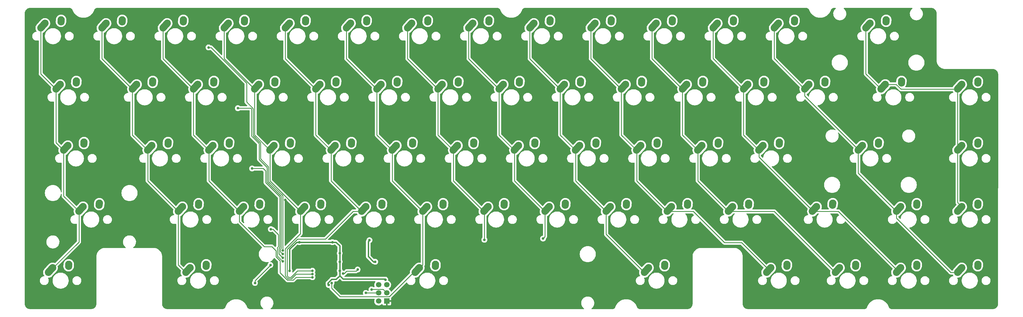
<source format=gbr>
G04 #@! TF.GenerationSoftware,KiCad,Pcbnew,(6.0.1)*
G04 #@! TF.CreationDate,2022-06-09T20:43:53-07:00*
G04 #@! TF.ProjectId,artemis-65,61727465-6d69-4732-9d36-352e6b696361,rev?*
G04 #@! TF.SameCoordinates,Original*
G04 #@! TF.FileFunction,Copper,L1,Top*
G04 #@! TF.FilePolarity,Positive*
%FSLAX46Y46*%
G04 Gerber Fmt 4.6, Leading zero omitted, Abs format (unit mm)*
G04 Created by KiCad (PCBNEW (6.0.1)) date 2022-06-09 20:43:53*
%MOMM*%
%LPD*%
G01*
G04 APERTURE LIST*
G04 Aperture macros list*
%AMHorizOval*
0 Thick line with rounded ends*
0 $1 width*
0 $2 $3 position (X,Y) of the first rounded end (center of the circle)*
0 $4 $5 position (X,Y) of the second rounded end (center of the circle)*
0 Add line between two ends*
20,1,$1,$2,$3,$4,$5,0*
0 Add two circle primitives to create the rounded ends*
1,1,$1,$2,$3*
1,1,$1,$4,$5*%
G04 Aperture macros list end*
G04 #@! TA.AperFunction,ComponentPad*
%ADD10HorizOval,2.250000X0.655001X0.730000X-0.655001X-0.730000X0*%
G04 #@! TD*
G04 #@! TA.AperFunction,ComponentPad*
%ADD11C,2.250000*%
G04 #@! TD*
G04 #@! TA.AperFunction,ComponentPad*
%ADD12HorizOval,2.250000X0.020000X0.290000X-0.020000X-0.290000X0*%
G04 #@! TD*
G04 #@! TA.AperFunction,ComponentPad*
%ADD13C,1.700000*%
G04 #@! TD*
G04 #@! TA.AperFunction,ComponentPad*
%ADD14R,1.700000X1.700000*%
G04 #@! TD*
G04 #@! TA.AperFunction,ViaPad*
%ADD15C,0.800000*%
G04 #@! TD*
G04 #@! TA.AperFunction,Conductor*
%ADD16C,0.381000*%
G04 #@! TD*
G04 #@! TA.AperFunction,Conductor*
%ADD17C,0.250000*%
G04 #@! TD*
G04 APERTURE END LIST*
D10*
X173851251Y-61023750D03*
D11*
X174506250Y-60293750D03*
X179546250Y-59213750D03*
D12*
X179526250Y-59503750D03*
D10*
X92888751Y-41973750D03*
D11*
X93543750Y-41243750D03*
X98583750Y-40163750D03*
D12*
X98563750Y-40453750D03*
D10*
X40501251Y-61023750D03*
D11*
X41156250Y-60293750D03*
D12*
X46176250Y-59503750D03*
D11*
X46196250Y-59213750D03*
X203081250Y-79343750D03*
D10*
X202426251Y-80073750D03*
D11*
X208121250Y-78263750D03*
D12*
X208101250Y-78553750D03*
D11*
X264993750Y-22193750D03*
D10*
X264338751Y-22923750D03*
D12*
X270013750Y-21403750D03*
D11*
X270033750Y-21113750D03*
D10*
X121463751Y-22923750D03*
D11*
X122118750Y-22193750D03*
X127158750Y-21113750D03*
D12*
X127138750Y-21403750D03*
D10*
X207188751Y-41973750D03*
D11*
X207843750Y-41243750D03*
D12*
X212863750Y-40453750D03*
D11*
X212883750Y-40163750D03*
X269756250Y-41243750D03*
D10*
X269101251Y-41973750D03*
D12*
X274776250Y-40453750D03*
D11*
X274796250Y-40163750D03*
D10*
X261957501Y-61023750D03*
D11*
X262612500Y-60293750D03*
X267652500Y-59213750D03*
D12*
X267632500Y-59503750D03*
D10*
X292913751Y-41973750D03*
D11*
X293568750Y-41243750D03*
X298608750Y-40163750D03*
D12*
X298588750Y-40453750D03*
D10*
X169088751Y-41973750D03*
D11*
X169743750Y-41243750D03*
D12*
X174763750Y-40453750D03*
D11*
X174783750Y-40163750D03*
D10*
X273863751Y-80073750D03*
D11*
X274518750Y-79343750D03*
D12*
X279538750Y-78553750D03*
D11*
X279558750Y-78263750D03*
X236418750Y-22193750D03*
D10*
X235763751Y-22923750D03*
D11*
X241458750Y-21113750D03*
D12*
X241438750Y-21403750D03*
D10*
X292913751Y-61023750D03*
D11*
X293568750Y-60293750D03*
D12*
X298588750Y-59503750D03*
D11*
X298608750Y-59213750D03*
X141168750Y-22193750D03*
D10*
X140513751Y-22923750D03*
D11*
X146208750Y-21113750D03*
D12*
X146188750Y-21403750D03*
D11*
X198318750Y-22193750D03*
D10*
X197663751Y-22923750D03*
D12*
X203338750Y-21403750D03*
D11*
X203358750Y-21113750D03*
D10*
X254813751Y-99123750D03*
D11*
X255468750Y-98393750D03*
D12*
X260488750Y-97603750D03*
D11*
X260508750Y-97313750D03*
D10*
X221476251Y-80073750D03*
D11*
X222131250Y-79343750D03*
D12*
X227151250Y-78553750D03*
D11*
X227171250Y-78263750D03*
D10*
X102413751Y-22923750D03*
D11*
X103068750Y-22193750D03*
X108108750Y-21113750D03*
D12*
X108088750Y-21403750D03*
D10*
X64313751Y-22923750D03*
D11*
X64968750Y-22193750D03*
X70008750Y-21113750D03*
D12*
X69988750Y-21403750D03*
D10*
X9545001Y-99123750D03*
D11*
X10200000Y-98393750D03*
D12*
X15220000Y-97603750D03*
D11*
X15240000Y-97313750D03*
D10*
X150038751Y-41973750D03*
D11*
X150693750Y-41243750D03*
X155733750Y-40163750D03*
D12*
X155713750Y-40453750D03*
D11*
X12581250Y-41243750D03*
D10*
X11926251Y-41973750D03*
D12*
X17601250Y-40453750D03*
D11*
X17621250Y-40163750D03*
D10*
X245288751Y-41973750D03*
D11*
X245943750Y-41243750D03*
X250983750Y-40163750D03*
D12*
X250963750Y-40453750D03*
D11*
X145931250Y-79343750D03*
D10*
X145276251Y-80073750D03*
D12*
X150951250Y-78553750D03*
D11*
X150971250Y-78263750D03*
D10*
X97651251Y-61023750D03*
D11*
X98306250Y-60293750D03*
X103346250Y-59213750D03*
D12*
X103326250Y-59503750D03*
D11*
X131643750Y-41243750D03*
D10*
X130988751Y-41973750D03*
D11*
X136683750Y-40163750D03*
D12*
X136663750Y-40453750D03*
D11*
X107831250Y-79343750D03*
D10*
X107176251Y-80073750D03*
D11*
X112871250Y-78263750D03*
D12*
X112851250Y-78553750D03*
D10*
X88126251Y-80073750D03*
D11*
X88781250Y-79343750D03*
D12*
X93801250Y-78553750D03*
D11*
X93821250Y-78263750D03*
D10*
X52407501Y-99123750D03*
D11*
X53062500Y-98393750D03*
D12*
X58082500Y-97603750D03*
D11*
X58102500Y-97313750D03*
D10*
X273863751Y-99123750D03*
D11*
X274518750Y-98393750D03*
X279558750Y-97313750D03*
D12*
X279538750Y-97603750D03*
D11*
X124500000Y-98393750D03*
D10*
X123845001Y-99123750D03*
D11*
X129540000Y-97313750D03*
D12*
X129520000Y-97603750D03*
D11*
X14962500Y-60293750D03*
D10*
X14307501Y-61023750D03*
D11*
X20002500Y-59213750D03*
D12*
X19982500Y-59503750D03*
D10*
X26213751Y-22923750D03*
D11*
X26868750Y-22193750D03*
X31908750Y-21113750D03*
D12*
X31888750Y-21403750D03*
D11*
X234037500Y-98393750D03*
D10*
X233382501Y-99123750D03*
D12*
X239057500Y-97603750D03*
D11*
X239077500Y-97313750D03*
D10*
X73838751Y-41973750D03*
D11*
X74493750Y-41243750D03*
D12*
X79513750Y-40453750D03*
D11*
X79533750Y-40163750D03*
D10*
X231001251Y-61023750D03*
D11*
X231656250Y-60293750D03*
X236696250Y-59213750D03*
D12*
X236676250Y-59503750D03*
D11*
X184031250Y-79343750D03*
D10*
X183376251Y-80073750D03*
D11*
X189071250Y-78263750D03*
D12*
X189051250Y-78553750D03*
D11*
X136406250Y-60293750D03*
D10*
X135751251Y-61023750D03*
D12*
X141426250Y-59503750D03*
D11*
X141446250Y-59213750D03*
D10*
X69076251Y-80073750D03*
D11*
X69731250Y-79343750D03*
X74771250Y-78263750D03*
D12*
X74751250Y-78553750D03*
D11*
X293568750Y-98393750D03*
D10*
X292913751Y-99123750D03*
D12*
X298588750Y-97603750D03*
D11*
X298608750Y-97313750D03*
X160218750Y-22193750D03*
D10*
X159563751Y-22923750D03*
D12*
X165238750Y-21403750D03*
D11*
X165258750Y-21113750D03*
D10*
X19070001Y-80073750D03*
D11*
X19725000Y-79343750D03*
X24765000Y-78263750D03*
D12*
X24745000Y-78553750D03*
D13*
X111810800Y-103694300D03*
X114350800Y-103694300D03*
X111810800Y-106234300D03*
X114350800Y-106234300D03*
X111810800Y-108774300D03*
D14*
X114350800Y-108774300D03*
D11*
X84018750Y-22193750D03*
D10*
X83363751Y-22923750D03*
D12*
X89038750Y-21403750D03*
D11*
X89058750Y-21113750D03*
X212606250Y-60293750D03*
D10*
X211951251Y-61023750D03*
D11*
X217646250Y-59213750D03*
D12*
X217626250Y-59503750D03*
D11*
X112593750Y-41243750D03*
D10*
X111938751Y-41973750D03*
D12*
X117613750Y-40453750D03*
D11*
X117633750Y-40163750D03*
D10*
X78601251Y-61023750D03*
D11*
X79256250Y-60293750D03*
D12*
X84276250Y-59503750D03*
D11*
X84296250Y-59213750D03*
D10*
X50026251Y-80073750D03*
D11*
X50681250Y-79343750D03*
D12*
X55701250Y-78553750D03*
D11*
X55721250Y-78263750D03*
D10*
X164326251Y-80073750D03*
D11*
X164981250Y-79343750D03*
D12*
X170001250Y-78553750D03*
D11*
X170021250Y-78263750D03*
D10*
X59551251Y-61023750D03*
D11*
X60206250Y-60293750D03*
X65246250Y-59213750D03*
D12*
X65226250Y-59503750D03*
D11*
X217368750Y-22193750D03*
D10*
X216713751Y-22923750D03*
D11*
X222408750Y-21113750D03*
D12*
X222388750Y-21403750D03*
D11*
X188793750Y-41243750D03*
D10*
X188138751Y-41973750D03*
D12*
X193813750Y-40453750D03*
D11*
X193833750Y-40163750D03*
X195937500Y-98393750D03*
D10*
X195282501Y-99123750D03*
D11*
X200977500Y-97313750D03*
D12*
X200957500Y-97603750D03*
D11*
X7818750Y-22193750D03*
D10*
X7163751Y-22923750D03*
D11*
X12858750Y-21113750D03*
D12*
X12838750Y-21403750D03*
D10*
X292913751Y-80073750D03*
D11*
X293568750Y-79343750D03*
X298608750Y-78263750D03*
D12*
X298588750Y-78553750D03*
D11*
X248325000Y-79343750D03*
D10*
X247670001Y-80073750D03*
D11*
X253365000Y-78263750D03*
D12*
X253345000Y-78553750D03*
D11*
X55443750Y-41243750D03*
D10*
X54788751Y-41973750D03*
D11*
X60483750Y-40163750D03*
D12*
X60463750Y-40453750D03*
D11*
X45918750Y-22193750D03*
D10*
X45263751Y-22923750D03*
D11*
X50958750Y-21113750D03*
D12*
X50938750Y-21403750D03*
D10*
X178613751Y-22923750D03*
D11*
X179268750Y-22193750D03*
X184308750Y-21113750D03*
D12*
X184288750Y-21403750D03*
D10*
X154801251Y-61023750D03*
D11*
X155456250Y-60293750D03*
D12*
X160476250Y-59503750D03*
D11*
X160496250Y-59213750D03*
X126881250Y-79343750D03*
D10*
X126226251Y-80073750D03*
D11*
X131921250Y-78263750D03*
D12*
X131901250Y-78553750D03*
D11*
X193556250Y-60293750D03*
D10*
X192901251Y-61023750D03*
D11*
X198596250Y-59213750D03*
D12*
X198576250Y-59503750D03*
D11*
X36393750Y-41243750D03*
D10*
X35738751Y-41973750D03*
D11*
X41433750Y-40163750D03*
D12*
X41413750Y-40453750D03*
D11*
X117356250Y-60293750D03*
D10*
X116701251Y-61023750D03*
D11*
X122396250Y-59213750D03*
D12*
X122376250Y-59503750D03*
D10*
X226238751Y-41973750D03*
D11*
X226893750Y-41243750D03*
D12*
X231913750Y-40453750D03*
D11*
X231933750Y-40163750D03*
D15*
X67437000Y-87249000D03*
X106172000Y-89789000D03*
X89154000Y-94234000D03*
X93218000Y-97282000D03*
X303022000Y-109347000D03*
X101092000Y-98044000D03*
X82677000Y-77216000D03*
X106934000Y-104902000D03*
X224409000Y-88519000D03*
X3556000Y-19558000D03*
X106553000Y-95250000D03*
X93218000Y-94234000D03*
X89154000Y-97282000D03*
X81788000Y-104902000D03*
X97409000Y-90424000D03*
X113919000Y-102108000D03*
X99695000Y-96520000D03*
X84049000Y-99314000D03*
X99695000Y-99314000D03*
X96266000Y-103759000D03*
X87122000Y-90424000D03*
X99695000Y-93853000D03*
X58801000Y-29718000D03*
X81915000Y-92964000D03*
X67945000Y-48641000D03*
X81915000Y-94107000D03*
X81915000Y-95250000D03*
X72390000Y-67437000D03*
X78232000Y-86360000D03*
X81915000Y-96393000D03*
X73279000Y-103124000D03*
X78105000Y-97536000D03*
X108966000Y-89789000D03*
X110744000Y-96520000D03*
X107823000Y-106230480D03*
X109601000Y-105156000D03*
X91186000Y-101346000D03*
X91186000Y-100330000D03*
X91186000Y-99314000D03*
X97155000Y-103124000D03*
X105283000Y-98933000D03*
X100711000Y-100203000D03*
X144780000Y-89662000D03*
X163068000Y-89281000D03*
D16*
X101092000Y-98044000D02*
X102997000Y-96139000D01*
X105918000Y-95250000D02*
X106553000Y-95250000D01*
X102997000Y-96139000D02*
X104521000Y-96139000D01*
X104521000Y-96139000D02*
X105029000Y-96139000D01*
X105029000Y-96139000D02*
X105918000Y-95250000D01*
X98552000Y-90424000D02*
X97409000Y-90424000D01*
X97409000Y-90424000D02*
X95631000Y-90424000D01*
X84049000Y-92608000D02*
X86233000Y-90424000D01*
X99695000Y-100838000D02*
X100739011Y-101882011D01*
X100739011Y-101882011D02*
X113693011Y-101882011D01*
X99695000Y-98679000D02*
X99695000Y-100838000D01*
X84049000Y-99314000D02*
X84049000Y-92608000D01*
X98552000Y-101981000D02*
X99695000Y-100838000D01*
X99695000Y-93853000D02*
X99695000Y-98679000D01*
X99695000Y-92075000D02*
X99695000Y-91567000D01*
X97155000Y-101981000D02*
X96012000Y-103124000D01*
X99695000Y-93853000D02*
X99695000Y-92075000D01*
X86233000Y-90424000D02*
X87122000Y-90424000D01*
X96012000Y-103505000D02*
X96266000Y-103759000D01*
X113693011Y-101882011D02*
X113919000Y-102108000D01*
X99695000Y-91567000D02*
X98552000Y-90424000D01*
X97155000Y-101981000D02*
X98552000Y-101981000D01*
X95631000Y-90424000D02*
X87122000Y-90424000D01*
X96012000Y-103124000D02*
X96012000Y-103505000D01*
D17*
X75024891Y-64409482D02*
X77496730Y-66881321D01*
X70664229Y-40841771D02*
X70664229Y-46697999D01*
X77496730Y-66881321D02*
X77496730Y-71464948D01*
X75024891Y-59468109D02*
X75024891Y-64409482D01*
X59562282Y-29718000D02*
X70675141Y-40830859D01*
X81915000Y-75883218D02*
X81915000Y-92964000D01*
X58801000Y-29718000D02*
X59562282Y-29718000D01*
X77496730Y-71464948D02*
X81915000Y-75883218D01*
X70675141Y-40830859D02*
X70664229Y-40841771D01*
X72734230Y-57177448D02*
X75024891Y-59468109D01*
X70664229Y-46697999D02*
X72734230Y-48768000D01*
X72734230Y-48768000D02*
X72734230Y-57177448D01*
X81190489Y-93382489D02*
X81915000Y-94107000D01*
X71971512Y-48641000D02*
X72244256Y-48913744D01*
X74575371Y-59654306D02*
X74575371Y-64595679D01*
X74575371Y-64595679D02*
X77047210Y-67067519D01*
X67945000Y-48641000D02*
X71971512Y-48641000D01*
X72244256Y-48913744D02*
X72244256Y-57323192D01*
X81465480Y-76069416D02*
X81465480Y-92329000D01*
X72548033Y-57626968D02*
X74575371Y-59654306D01*
X77047210Y-71651145D02*
X81465480Y-76069416D01*
X81190489Y-92603991D02*
X81190489Y-93382489D01*
X72244256Y-57323192D02*
X72548033Y-57626968D01*
X77047210Y-67067519D02*
X77047210Y-71651145D01*
X81465480Y-92329000D02*
X81190489Y-92603991D01*
X80740969Y-94075969D02*
X81915000Y-95250000D01*
X81015960Y-76255614D02*
X81015960Y-92075000D01*
X75819000Y-67437000D02*
X76597690Y-68215690D01*
X76597690Y-68215690D02*
X76597690Y-71837343D01*
X80740969Y-92349991D02*
X80740969Y-94075969D01*
X72390000Y-67437000D02*
X75819000Y-67437000D01*
X81015960Y-92075000D02*
X80740969Y-92349991D01*
X76597690Y-71837343D02*
X81015960Y-76255614D01*
X80566440Y-91821000D02*
X80291449Y-92095991D01*
X80291449Y-92095991D02*
X80291449Y-94769449D01*
X80291449Y-94769449D02*
X81915000Y-96393000D01*
X80566440Y-88059440D02*
X80566440Y-91821000D01*
X78232000Y-86360000D02*
X78867000Y-86360000D01*
X78867000Y-86360000D02*
X80566440Y-88059440D01*
X73279000Y-102362000D02*
X78105000Y-97536000D01*
X73279000Y-103124000D02*
X73279000Y-102362000D01*
D16*
X108585000Y-90170000D02*
X108585000Y-94869000D01*
X110236000Y-96520000D02*
X110744000Y-96520000D01*
X108966000Y-89789000D02*
X108585000Y-90170000D01*
X108585000Y-94869000D02*
X110236000Y-96520000D01*
D17*
X107826820Y-106234300D02*
X111810800Y-106234300D01*
X107823000Y-106230480D02*
X107826820Y-106234300D01*
X113176289Y-105059789D02*
X114350800Y-106234300D01*
X113176289Y-105059789D02*
X109697211Y-105059789D01*
X109697211Y-105059789D02*
X109601000Y-105156000D01*
X11271250Y-59372500D02*
X13652500Y-61753750D01*
X11271250Y-42703750D02*
X11271250Y-59372500D01*
X6508750Y-37941250D02*
X11271250Y-42703750D01*
X6508750Y-23653750D02*
X6508750Y-37941250D01*
X18415000Y-80803750D02*
X18415000Y-90328750D01*
X13652500Y-76041250D02*
X18415000Y-80803750D01*
X13652500Y-61753750D02*
X13652500Y-76041250D01*
X18415000Y-90328750D02*
X8890000Y-99853750D01*
X49371250Y-97472500D02*
X51752500Y-99853750D01*
X39846250Y-71278750D02*
X49371250Y-80803750D01*
X35083750Y-56991250D02*
X39846250Y-61753750D01*
X49371250Y-80803750D02*
X49371250Y-97472500D01*
X39846250Y-61753750D02*
X39846250Y-71278750D01*
X35083750Y-42703750D02*
X35083750Y-56991250D01*
X25558750Y-23653750D02*
X25558750Y-33178750D01*
X25558750Y-33178750D02*
X35083750Y-42703750D01*
X86106000Y-101346000D02*
X91186000Y-101346000D01*
X81059476Y-96173194D02*
X81059476Y-99915524D01*
X68421250Y-84042250D02*
X76149329Y-91770329D01*
X68421250Y-80803750D02*
X68421250Y-84042250D01*
X78562329Y-91770329D02*
X79841929Y-93049929D01*
X79841929Y-94955647D02*
X81059476Y-96173194D01*
X85206960Y-102245040D02*
X86106000Y-101346000D01*
X44608750Y-33178750D02*
X54133750Y-42703750D01*
X79841929Y-93049929D02*
X79841929Y-94955647D01*
X83388992Y-102245040D02*
X85206960Y-102245040D01*
X76149329Y-91770329D02*
X78562329Y-91770329D01*
X58896250Y-71278750D02*
X68421250Y-80803750D01*
X44608750Y-23653750D02*
X44608750Y-33178750D01*
X54133750Y-56991250D02*
X58896250Y-61753750D01*
X81059476Y-99915524D02*
X83388992Y-102245040D01*
X58896250Y-61753750D02*
X58896250Y-71278750D01*
X54133750Y-42703750D02*
X54133750Y-56991250D01*
X63658750Y-33178750D02*
X73183750Y-42703750D01*
X86106718Y-100330000D02*
X91186000Y-100330000D01*
X63658750Y-23653750D02*
X63658750Y-33178750D01*
X87471250Y-80803750D02*
X87471250Y-87725250D01*
X73183750Y-56991250D02*
X77946250Y-61753750D01*
X82677000Y-100897331D02*
X83575189Y-101795520D01*
X82677000Y-92519500D02*
X82677000Y-100897331D01*
X77946250Y-61753750D02*
X77946250Y-71278750D01*
X83575189Y-101795520D02*
X84641197Y-101795520D01*
X73183750Y-42703750D02*
X73183750Y-56991250D01*
X87471250Y-87725250D02*
X82677000Y-92519500D01*
X77946250Y-71278750D02*
X87471250Y-80803750D01*
X84641197Y-101795520D02*
X86106718Y-100330000D01*
X82708750Y-33178750D02*
X92233750Y-42703750D01*
X83312000Y-92616652D02*
X83312000Y-100896614D01*
X106521250Y-80803750D02*
X103845636Y-80803750D01*
X95203897Y-89445489D02*
X86483163Y-89445489D01*
X84455000Y-101346000D02*
X86487000Y-99314000D01*
X92233750Y-42703750D02*
X92233750Y-56991250D01*
X82708750Y-23653750D02*
X82708750Y-33178750D01*
X83761386Y-101346000D02*
X84455000Y-101346000D01*
X86487000Y-99314000D02*
X91186000Y-99314000D01*
X92233750Y-56991250D02*
X96996250Y-61753750D01*
X86483163Y-89445489D02*
X83312000Y-92616652D01*
X83312000Y-100896614D02*
X83761386Y-101346000D01*
X96996250Y-61753750D02*
X96996250Y-71278750D01*
X96996250Y-71278750D02*
X106521250Y-80803750D01*
X103845636Y-80803750D02*
X95203897Y-89445489D01*
X111283750Y-56991250D02*
X116046250Y-61753750D01*
X122692909Y-99853750D02*
X115137848Y-107408811D01*
X111283750Y-42703750D02*
X111283750Y-56991250D01*
X101758750Y-33178750D02*
X111283750Y-42703750D01*
X101758750Y-23653750D02*
X101758750Y-33178750D01*
X116046250Y-61753750D02*
X116046250Y-71278750D01*
X123190000Y-99853750D02*
X122692909Y-99853750D01*
X125571250Y-97472500D02*
X123190000Y-99853750D01*
X97155000Y-104775000D02*
X97155000Y-103124000D01*
X115137848Y-107408811D02*
X99788811Y-107408811D01*
X116046250Y-71278750D02*
X125571250Y-80803750D01*
X125571250Y-80803750D02*
X125571250Y-97472500D01*
X99788811Y-107408811D02*
X97155000Y-104775000D01*
X135096250Y-71278750D02*
X144621250Y-80803750D01*
X105283000Y-98933000D02*
X104775000Y-99441000D01*
X144780000Y-80962500D02*
X144780000Y-89662000D01*
X120808750Y-33178750D02*
X130333750Y-42703750D01*
X120808750Y-23653750D02*
X120808750Y-33178750D01*
X130333750Y-42703750D02*
X130333750Y-56991250D01*
X101854000Y-99441000D02*
X101092000Y-100203000D01*
X144621250Y-80803750D02*
X144780000Y-80962500D01*
X130333750Y-56991250D02*
X135096250Y-61753750D01*
X101092000Y-100203000D02*
X100711000Y-100203000D01*
X135096250Y-61753750D02*
X135096250Y-71278750D01*
X104775000Y-99441000D02*
X101854000Y-99441000D01*
X154146250Y-61753750D02*
X154146250Y-71278750D01*
X163671250Y-80803750D02*
X163671250Y-88677750D01*
X163671250Y-88677750D02*
X163068000Y-89281000D01*
X154146250Y-71278750D02*
X163671250Y-80803750D01*
X149383750Y-42703750D02*
X149383750Y-56991250D01*
X139858750Y-33178750D02*
X149383750Y-42703750D01*
X149383750Y-56991250D02*
X154146250Y-61753750D01*
X139858750Y-23653750D02*
X139858750Y-33178750D01*
X173196250Y-61753750D02*
X173196250Y-71278750D01*
X173196250Y-71278750D02*
X182721250Y-80803750D01*
X158908750Y-23653750D02*
X158908750Y-33178750D01*
X168433750Y-42703750D02*
X168433750Y-56991250D01*
X182721250Y-87947500D02*
X194627500Y-99853750D01*
X168433750Y-56991250D02*
X173196250Y-61753750D01*
X182721250Y-80803750D02*
X182721250Y-87947500D01*
X158908750Y-33178750D02*
X168433750Y-42703750D01*
X192246250Y-71278750D02*
X201771250Y-80803750D01*
X177958750Y-33178750D02*
X187483750Y-42703750D01*
X192246250Y-61753750D02*
X192246250Y-71278750D01*
X224917000Y-90551000D02*
X232727500Y-98361500D01*
X187483750Y-56991250D02*
X192246250Y-61753750D01*
X232727500Y-98361500D02*
X232727500Y-99853750D01*
X209888341Y-80803750D02*
X219635591Y-90551000D01*
X201771250Y-80803750D02*
X209888341Y-80803750D01*
X177958750Y-23653750D02*
X177958750Y-33178750D01*
X187483750Y-42703750D02*
X187483750Y-56991250D01*
X219635591Y-90551000D02*
X224917000Y-90551000D01*
X206533750Y-56991250D02*
X211296250Y-61753750D01*
X197008750Y-23653750D02*
X197008750Y-33178750D01*
X235108750Y-80803750D02*
X254158750Y-99853750D01*
X211296250Y-71278750D02*
X220821250Y-80803750D01*
X197008750Y-33178750D02*
X206533750Y-42703750D01*
X206533750Y-42703750D02*
X206533750Y-56991250D01*
X220821250Y-80803750D02*
X235108750Y-80803750D01*
X211296250Y-61753750D02*
X211296250Y-71278750D01*
X216058750Y-23653750D02*
X216038271Y-23674229D01*
X230346250Y-63833204D02*
X247015000Y-80501954D01*
X247015000Y-80501954D02*
X247015000Y-80803750D01*
X216038271Y-23674229D02*
X216038271Y-33158271D01*
X225583750Y-56991250D02*
X230346250Y-61753750D01*
X230346250Y-61753750D02*
X230346250Y-63833204D01*
X225583750Y-42703750D02*
X225583750Y-56991250D01*
X273208750Y-98880409D02*
X273208750Y-99853750D01*
X255132091Y-80803750D02*
X273208750Y-98880409D01*
X247015000Y-80803750D02*
X255132091Y-80803750D01*
X216038271Y-33158271D02*
X225583750Y-42703750D01*
X273208750Y-80803750D02*
X273208750Y-82883204D01*
X235108750Y-23653750D02*
X235088271Y-23674229D01*
X235088271Y-23674229D02*
X235088271Y-33158271D01*
X290179296Y-99853750D02*
X292258750Y-99853750D01*
X261302500Y-68897500D02*
X273208750Y-80803750D01*
X244633750Y-42703750D02*
X244633750Y-44783204D01*
X261302500Y-61753750D02*
X261302500Y-68897500D01*
X235088271Y-33158271D02*
X244633750Y-42703750D01*
X261302500Y-61451954D02*
X261302500Y-61753750D01*
X273208750Y-82883204D02*
X290179296Y-99853750D01*
X244633750Y-44783204D02*
X261302500Y-61451954D01*
X273156659Y-41243750D02*
X274616659Y-42703750D01*
X269756250Y-41243750D02*
X273156659Y-41243750D01*
X263683750Y-23653750D02*
X263683750Y-37941250D01*
X263683750Y-37941250D02*
X268446250Y-42703750D01*
X292258750Y-42703750D02*
X292258750Y-61753750D01*
X292258750Y-78033750D02*
X293568750Y-79343750D01*
X274616659Y-42703750D02*
X292258750Y-42703750D01*
X292258750Y-61753750D02*
X292258750Y-78033750D01*
G04 #@! TA.AperFunction,Conductor*
G36*
X278081877Y-17395455D02*
G01*
X278149993Y-17415469D01*
X278196476Y-17469133D01*
X278206567Y-17539409D01*
X278177063Y-17603985D01*
X278155918Y-17623389D01*
X278122094Y-17647963D01*
X278118930Y-17651019D01*
X278118927Y-17651021D01*
X277920782Y-17842367D01*
X277920779Y-17842371D01*
X277917620Y-17845421D01*
X277742617Y-18069415D01*
X277684312Y-18170402D01*
X277624364Y-18274235D01*
X277600490Y-18315585D01*
X277598840Y-18319669D01*
X277598837Y-18319675D01*
X277495657Y-18575057D01*
X277494008Y-18579139D01*
X277492944Y-18583408D01*
X277492943Y-18583410D01*
X277489065Y-18598963D01*
X277425241Y-18854948D01*
X277424782Y-18859318D01*
X277424781Y-18859322D01*
X277400628Y-19089121D01*
X277395528Y-19137644D01*
X277395681Y-19142032D01*
X277395681Y-19142038D01*
X277401871Y-19319284D01*
X277405448Y-19421723D01*
X277406210Y-19426046D01*
X277406211Y-19426053D01*
X277428815Y-19554243D01*
X277454808Y-19701657D01*
X277456163Y-19705828D01*
X277456165Y-19705835D01*
X277513300Y-19881676D01*
X277542647Y-19971997D01*
X277544575Y-19975950D01*
X277544577Y-19975955D01*
X277574634Y-20037580D01*
X277667255Y-20227481D01*
X277669710Y-20231120D01*
X277669713Y-20231126D01*
X277823747Y-20459491D01*
X277823752Y-20459498D01*
X277826207Y-20463137D01*
X277829151Y-20466406D01*
X277829152Y-20466408D01*
X278011394Y-20668808D01*
X278016409Y-20674378D01*
X278234159Y-20857092D01*
X278475219Y-21007723D01*
X278561184Y-21045997D01*
X278724433Y-21118680D01*
X278734897Y-21123339D01*
X279008138Y-21201690D01*
X279012488Y-21202301D01*
X279012491Y-21202302D01*
X279116967Y-21216985D01*
X279289624Y-21241250D01*
X279502726Y-21241250D01*
X279504911Y-21241097D01*
X279504917Y-21241097D01*
X279710925Y-21226692D01*
X279710930Y-21226691D01*
X279715310Y-21226385D01*
X279993351Y-21167285D01*
X279997482Y-21165781D01*
X279997487Y-21165780D01*
X280153985Y-21108819D01*
X280260461Y-21070065D01*
X280389214Y-21001606D01*
X280507549Y-20938687D01*
X280507555Y-20938683D01*
X280511441Y-20936617D01*
X280515001Y-20934031D01*
X280515005Y-20934028D01*
X280737843Y-20772126D01*
X280737846Y-20772124D01*
X280741406Y-20769537D01*
X280751506Y-20759784D01*
X280942718Y-20575133D01*
X280942721Y-20575129D01*
X280945880Y-20572079D01*
X281120883Y-20348085D01*
X281232447Y-20154852D01*
X281260805Y-20105735D01*
X281260808Y-20105730D01*
X281263010Y-20101915D01*
X281264660Y-20097831D01*
X281264663Y-20097825D01*
X281367843Y-19842443D01*
X281367844Y-19842440D01*
X281369492Y-19838361D01*
X281381215Y-19791345D01*
X281404654Y-19697334D01*
X281438259Y-19562552D01*
X281438813Y-19557287D01*
X281467513Y-19284225D01*
X281467513Y-19284222D01*
X281467972Y-19279856D01*
X281465505Y-19209209D01*
X281458206Y-19000174D01*
X281458205Y-19000167D01*
X281458052Y-18995777D01*
X281408692Y-18715843D01*
X281407337Y-18711672D01*
X281407335Y-18711665D01*
X281322214Y-18449692D01*
X281320853Y-18445503D01*
X281196245Y-18190019D01*
X281193790Y-18186380D01*
X281193787Y-18186374D01*
X281039753Y-17958009D01*
X281039748Y-17958002D01*
X281037293Y-17954363D01*
X281033728Y-17950403D01*
X280850039Y-17746396D01*
X280850038Y-17746395D01*
X280847091Y-17743122D01*
X280843718Y-17740291D01*
X280843711Y-17740285D01*
X280698530Y-17618463D01*
X280659203Y-17559354D01*
X280658077Y-17488366D01*
X280695508Y-17428039D01*
X280759613Y-17397525D01*
X280779541Y-17395942D01*
X284049276Y-17396532D01*
X284068779Y-17398055D01*
X284083272Y-17400329D01*
X284083279Y-17400329D01*
X284092145Y-17401720D01*
X284101050Y-17400566D01*
X284107387Y-17399745D01*
X284132704Y-17399031D01*
X284324562Y-17412962D01*
X284342341Y-17415537D01*
X284482885Y-17446255D01*
X284555056Y-17462030D01*
X284572278Y-17467104D01*
X284765618Y-17539409D01*
X284776220Y-17543374D01*
X284792556Y-17550851D01*
X284983572Y-17655347D01*
X284998677Y-17665070D01*
X285172898Y-17795673D01*
X285186467Y-17807445D01*
X285228827Y-17849853D01*
X285340344Y-17961497D01*
X285352085Y-17975060D01*
X285482504Y-18149448D01*
X285492201Y-18164553D01*
X285574600Y-18315585D01*
X285596478Y-18355687D01*
X285603936Y-18372031D01*
X285679972Y-18576055D01*
X285685030Y-18593292D01*
X285731281Y-18806063D01*
X285733835Y-18823844D01*
X285747042Y-19008627D01*
X285746298Y-19026522D01*
X285746196Y-19034854D01*
X285744814Y-19043730D01*
X285747960Y-19067786D01*
X285748944Y-19075310D01*
X285750007Y-19091623D01*
X285752635Y-33726179D01*
X285750889Y-33747106D01*
X285747573Y-33766817D01*
X285747420Y-33779356D01*
X285748110Y-33784172D01*
X285748332Y-33785724D01*
X285749405Y-33796514D01*
X285756211Y-33917693D01*
X285765238Y-34078435D01*
X285815414Y-34373754D01*
X285898340Y-34661598D01*
X285899694Y-34664866D01*
X285899694Y-34664867D01*
X286006374Y-34922415D01*
X286012973Y-34938347D01*
X286157872Y-35200521D01*
X286159912Y-35203396D01*
X286320902Y-35430290D01*
X286331214Y-35444824D01*
X286530818Y-35668182D01*
X286754176Y-35867786D01*
X286998479Y-36041128D01*
X287260653Y-36186027D01*
X287263916Y-36187378D01*
X287263921Y-36187381D01*
X287534133Y-36299306D01*
X287537402Y-36300660D01*
X287825246Y-36383586D01*
X288120565Y-36433762D01*
X288386121Y-36448676D01*
X288399944Y-36450222D01*
X288407105Y-36451427D01*
X288413325Y-36451503D01*
X288414779Y-36451521D01*
X288414784Y-36451521D01*
X288419644Y-36451580D01*
X288424460Y-36450890D01*
X288424465Y-36450890D01*
X288447184Y-36447637D01*
X288465065Y-36446365D01*
X297325113Y-36447941D01*
X303226635Y-36448990D01*
X303245998Y-36450491D01*
X303260854Y-36452805D01*
X303260862Y-36452805D01*
X303269730Y-36454186D01*
X303278632Y-36453022D01*
X303278634Y-36453022D01*
X303282174Y-36452559D01*
X303284957Y-36452195D01*
X303310279Y-36451452D01*
X303463829Y-36462434D01*
X303501971Y-36465162D01*
X303519765Y-36467720D01*
X303732337Y-36513962D01*
X303749586Y-36519027D01*
X303802298Y-36538687D01*
X303953414Y-36595050D01*
X303969761Y-36602516D01*
X304160692Y-36706773D01*
X304175815Y-36716492D01*
X304349965Y-36846859D01*
X304363551Y-36858632D01*
X304517368Y-37012449D01*
X304529141Y-37026035D01*
X304659508Y-37200185D01*
X304669227Y-37215308D01*
X304773484Y-37406239D01*
X304780950Y-37422586D01*
X304811913Y-37505602D01*
X304856973Y-37626414D01*
X304862038Y-37643663D01*
X304908280Y-37856235D01*
X304910838Y-37874029D01*
X304922224Y-38033220D01*
X304924041Y-38058628D01*
X304923297Y-38076532D01*
X304923195Y-38084858D01*
X304921814Y-38093730D01*
X304922978Y-38102632D01*
X304922978Y-38102635D01*
X304925921Y-38125138D01*
X304926985Y-38141520D01*
X304901617Y-109551605D01*
X304900117Y-109570943D01*
X304897795Y-109585854D01*
X304897795Y-109585858D01*
X304896414Y-109594730D01*
X304897578Y-109603632D01*
X304897578Y-109603634D01*
X304898405Y-109609955D01*
X304899148Y-109635279D01*
X304891684Y-109739640D01*
X304885438Y-109826971D01*
X304882880Y-109844765D01*
X304836638Y-110057337D01*
X304831573Y-110074586D01*
X304755550Y-110278414D01*
X304748085Y-110294759D01*
X304721471Y-110343499D01*
X304643827Y-110485692D01*
X304634108Y-110500815D01*
X304503741Y-110674965D01*
X304491968Y-110688551D01*
X304338151Y-110842368D01*
X304324565Y-110854141D01*
X304150415Y-110984508D01*
X304135292Y-110994227D01*
X303944361Y-111098484D01*
X303928014Y-111105950D01*
X303776898Y-111162313D01*
X303724186Y-111181973D01*
X303706937Y-111187038D01*
X303494365Y-111233280D01*
X303476571Y-111235838D01*
X303457864Y-111237176D01*
X303291969Y-111249041D01*
X303274068Y-111248297D01*
X303265742Y-111248195D01*
X303256870Y-111246814D01*
X303247968Y-111247978D01*
X303247965Y-111247978D01*
X303227809Y-111250614D01*
X303225395Y-111250930D01*
X303225349Y-111250936D01*
X303209011Y-111252000D01*
X271829328Y-111252000D01*
X271809943Y-111250500D01*
X271809661Y-111250456D01*
X271808042Y-111250204D01*
X271795142Y-111248195D01*
X271795139Y-111248195D01*
X271786270Y-111246814D01*
X271772618Y-111248599D01*
X271746100Y-111249249D01*
X271623475Y-111239300D01*
X271603361Y-111236015D01*
X271460845Y-111200703D01*
X271441524Y-111194217D01*
X271306563Y-111136390D01*
X271288541Y-111126875D01*
X271164681Y-111048055D01*
X271148428Y-111035759D01*
X271130234Y-111019521D01*
X271038888Y-110937995D01*
X271024832Y-110923242D01*
X270968928Y-110854141D01*
X270932483Y-110809094D01*
X270920989Y-110792266D01*
X270902730Y-110760250D01*
X270865948Y-110695754D01*
X270856898Y-110676150D01*
X270749774Y-110379653D01*
X270705093Y-110286851D01*
X270593426Y-110054924D01*
X270592036Y-110052037D01*
X270586778Y-110043474D01*
X270464848Y-109844924D01*
X270401757Y-109742186D01*
X270389881Y-109726651D01*
X270182867Y-109455874D01*
X270182865Y-109455872D01*
X270180915Y-109453321D01*
X269931806Y-109188447D01*
X269657019Y-108950317D01*
X269359412Y-108741407D01*
X269356624Y-108739847D01*
X269356617Y-108739843D01*
X269044891Y-108565461D01*
X269044882Y-108565456D01*
X269042078Y-108563888D01*
X269039125Y-108562611D01*
X269039118Y-108562608D01*
X268711260Y-108420878D01*
X268711256Y-108420877D01*
X268708317Y-108419606D01*
X268361599Y-108310061D01*
X268358459Y-108309411D01*
X268358450Y-108309409D01*
X268008672Y-108237042D01*
X268008663Y-108237041D01*
X268005528Y-108236392D01*
X267643806Y-108199365D01*
X267280194Y-108199365D01*
X266918472Y-108236392D01*
X266915337Y-108237041D01*
X266915328Y-108237042D01*
X266565550Y-108309409D01*
X266565541Y-108309411D01*
X266562401Y-108310061D01*
X266215683Y-108419606D01*
X266212744Y-108420877D01*
X266212740Y-108420878D01*
X265884882Y-108562608D01*
X265884875Y-108562611D01*
X265881922Y-108563888D01*
X265879118Y-108565456D01*
X265879109Y-108565461D01*
X265567383Y-108739843D01*
X265567376Y-108739847D01*
X265564588Y-108741407D01*
X265266981Y-108950317D01*
X264992194Y-109188447D01*
X264743085Y-109453321D01*
X264741135Y-109455872D01*
X264741133Y-109455874D01*
X264534120Y-109726651D01*
X264522243Y-109742186D01*
X264459152Y-109844924D01*
X264337223Y-110043474D01*
X264331964Y-110052037D01*
X264330574Y-110054924D01*
X264218908Y-110286851D01*
X264174226Y-110379653D01*
X264070534Y-110666648D01*
X264069731Y-110666358D01*
X264069318Y-110668892D01*
X264068122Y-110673324D01*
X264065489Y-110680612D01*
X264060711Y-110693837D01*
X264057817Y-110700597D01*
X264057855Y-110700612D01*
X264056023Y-110705131D01*
X264053851Y-110709490D01*
X264053225Y-110711458D01*
X264050314Y-110717784D01*
X264015296Y-110785445D01*
X264004602Y-110806107D01*
X263993329Y-110824021D01*
X263911701Y-110932343D01*
X263897592Y-110948113D01*
X263798983Y-111041243D01*
X263782429Y-111054432D01*
X263704262Y-111106617D01*
X263669629Y-111129738D01*
X263651102Y-111139969D01*
X263541923Y-111188786D01*
X263527290Y-111195329D01*
X263507310Y-111202316D01*
X263375969Y-111236172D01*
X263355102Y-111239715D01*
X263350950Y-111240065D01*
X263250086Y-111248567D01*
X263233489Y-111247982D01*
X263233485Y-111248305D01*
X263224511Y-111248195D01*
X263215639Y-111246814D01*
X263206737Y-111247978D01*
X263206734Y-111247978D01*
X263186578Y-111250614D01*
X263184164Y-111250930D01*
X263184118Y-111250936D01*
X263167780Y-111252000D01*
X226998328Y-111252000D01*
X226978943Y-111250500D01*
X226978661Y-111250456D01*
X226977042Y-111250204D01*
X226964142Y-111248195D01*
X226964139Y-111248195D01*
X226955270Y-111246814D01*
X226946368Y-111247978D01*
X226946366Y-111247978D01*
X226943928Y-111248297D01*
X226940043Y-111248805D01*
X226914721Y-111249548D01*
X226750853Y-111237828D01*
X226723029Y-111235838D01*
X226705235Y-111233280D01*
X226492663Y-111187038D01*
X226475414Y-111181973D01*
X226422702Y-111162313D01*
X226271586Y-111105950D01*
X226255239Y-111098484D01*
X226064308Y-110994227D01*
X226049185Y-110984508D01*
X225875035Y-110854141D01*
X225861449Y-110842368D01*
X225707632Y-110688551D01*
X225695859Y-110674965D01*
X225565492Y-110500815D01*
X225555773Y-110485692D01*
X225478129Y-110343499D01*
X225451515Y-110294759D01*
X225444050Y-110278414D01*
X225368027Y-110074586D01*
X225362962Y-110057337D01*
X225316720Y-109844765D01*
X225314162Y-109826971D01*
X225307916Y-109739640D01*
X225300959Y-109642369D01*
X225301703Y-109624468D01*
X225301805Y-109616142D01*
X225303186Y-109607270D01*
X225302021Y-109598356D01*
X225299064Y-109575749D01*
X225298000Y-109559411D01*
X225298000Y-94922207D01*
X225299746Y-94901303D01*
X225302264Y-94886335D01*
X225303071Y-94881539D01*
X225303146Y-94875397D01*
X225303165Y-94873866D01*
X225303165Y-94873861D01*
X225303224Y-94869000D01*
X225302312Y-94862628D01*
X225301239Y-94851842D01*
X225289007Y-94634038D01*
X225285406Y-94569921D01*
X225235230Y-94274602D01*
X225152304Y-93986758D01*
X225096900Y-93853000D01*
X225039025Y-93713277D01*
X225039022Y-93713272D01*
X225037671Y-93710009D01*
X224892772Y-93447835D01*
X224719430Y-93203532D01*
X224519826Y-92980174D01*
X224296468Y-92780570D01*
X224052165Y-92607228D01*
X223789991Y-92462329D01*
X223786728Y-92460978D01*
X223786723Y-92460975D01*
X223516511Y-92349050D01*
X223516510Y-92349050D01*
X223513242Y-92347696D01*
X223508692Y-92346385D01*
X223395791Y-92313859D01*
X223225398Y-92264770D01*
X222930079Y-92214594D01*
X222664523Y-92199680D01*
X222650700Y-92198134D01*
X222643539Y-92196929D01*
X222637158Y-92196851D01*
X222635859Y-92196835D01*
X222635855Y-92196835D01*
X222631000Y-92196776D01*
X222606715Y-92200254D01*
X222603412Y-92200727D01*
X222585549Y-92202000D01*
X212397207Y-92202000D01*
X212376303Y-92200254D01*
X212365621Y-92198457D01*
X212356539Y-92196929D01*
X212350397Y-92196854D01*
X212348866Y-92196835D01*
X212348861Y-92196835D01*
X212344000Y-92196776D01*
X212337628Y-92197688D01*
X212326842Y-92198761D01*
X212205663Y-92205567D01*
X212044921Y-92214594D01*
X211749602Y-92264770D01*
X211579209Y-92313859D01*
X211466309Y-92346385D01*
X211461758Y-92347696D01*
X211458490Y-92349050D01*
X211458489Y-92349050D01*
X211188277Y-92460975D01*
X211188272Y-92460978D01*
X211185009Y-92462329D01*
X210922835Y-92607228D01*
X210678532Y-92780570D01*
X210455174Y-92980174D01*
X210255570Y-93203532D01*
X210082228Y-93447835D01*
X209937329Y-93710009D01*
X209935978Y-93713272D01*
X209935975Y-93713277D01*
X209878100Y-93853000D01*
X209822696Y-93986758D01*
X209739770Y-94274602D01*
X209689594Y-94569921D01*
X209686986Y-94616370D01*
X209674681Y-94835470D01*
X209673134Y-94849300D01*
X209671929Y-94856461D01*
X209671776Y-94869000D01*
X209672466Y-94873815D01*
X209675727Y-94896588D01*
X209677000Y-94914451D01*
X209677000Y-109551672D01*
X209675500Y-109571057D01*
X209673202Y-109585817D01*
X209671814Y-109594730D01*
X209673454Y-109607270D01*
X209673807Y-109609970D01*
X209674549Y-109635286D01*
X209660837Y-109827140D01*
X209658282Y-109844924D01*
X209612032Y-110057675D01*
X209606978Y-110074899D01*
X209581970Y-110141997D01*
X209530938Y-110278916D01*
X209523484Y-110295252D01*
X209419197Y-110486388D01*
X209409500Y-110501488D01*
X209280979Y-110673324D01*
X209279102Y-110675833D01*
X209267346Y-110689413D01*
X209249578Y-110707200D01*
X209113471Y-110843446D01*
X209099904Y-110855216D01*
X208925682Y-110985802D01*
X208910595Y-110995512D01*
X208731267Y-111093595D01*
X208719579Y-111099988D01*
X208703242Y-111107464D01*
X208597296Y-111147076D01*
X208499314Y-111183710D01*
X208482083Y-111188786D01*
X208269374Y-111235256D01*
X208251604Y-111237827D01*
X208085990Y-111249835D01*
X208070805Y-111250936D01*
X208066846Y-111251223D01*
X208048896Y-111250495D01*
X208040612Y-111250402D01*
X208031742Y-111249031D01*
X208000597Y-111253136D01*
X207984120Y-111254217D01*
X202915150Y-111253452D01*
X193343358Y-111252007D01*
X193323997Y-111250508D01*
X193309141Y-111248195D01*
X193309140Y-111248195D01*
X193300270Y-111246814D01*
X193286618Y-111248599D01*
X193260100Y-111249249D01*
X193137475Y-111239300D01*
X193117361Y-111236015D01*
X192974845Y-111200703D01*
X192955524Y-111194217D01*
X192820563Y-111136390D01*
X192802541Y-111126875D01*
X192678681Y-111048055D01*
X192662428Y-111035759D01*
X192644234Y-111019521D01*
X192552888Y-110937995D01*
X192538832Y-110923242D01*
X192482928Y-110854141D01*
X192446483Y-110809094D01*
X192434989Y-110792266D01*
X192416730Y-110760250D01*
X192379948Y-110695754D01*
X192370898Y-110676150D01*
X192263774Y-110379653D01*
X192219093Y-110286851D01*
X192107426Y-110054924D01*
X192106036Y-110052037D01*
X192100778Y-110043474D01*
X191978848Y-109844924D01*
X191915757Y-109742186D01*
X191903881Y-109726651D01*
X191696867Y-109455874D01*
X191696865Y-109455872D01*
X191694915Y-109453321D01*
X191445806Y-109188447D01*
X191171019Y-108950317D01*
X190873412Y-108741407D01*
X190870624Y-108739847D01*
X190870617Y-108739843D01*
X190558891Y-108565461D01*
X190558882Y-108565456D01*
X190556078Y-108563888D01*
X190553125Y-108562611D01*
X190553118Y-108562608D01*
X190225260Y-108420878D01*
X190225256Y-108420877D01*
X190222317Y-108419606D01*
X189875599Y-108310061D01*
X189872459Y-108309411D01*
X189872450Y-108309409D01*
X189522672Y-108237042D01*
X189522663Y-108237041D01*
X189519528Y-108236392D01*
X189157806Y-108199365D01*
X188794194Y-108199365D01*
X188432472Y-108236392D01*
X188429337Y-108237041D01*
X188429328Y-108237042D01*
X188079550Y-108309409D01*
X188079541Y-108309411D01*
X188076401Y-108310061D01*
X187729683Y-108419606D01*
X187726744Y-108420877D01*
X187726740Y-108420878D01*
X187398882Y-108562608D01*
X187398875Y-108562611D01*
X187395922Y-108563888D01*
X187393118Y-108565456D01*
X187393109Y-108565461D01*
X187081383Y-108739843D01*
X187081376Y-108739847D01*
X187078588Y-108741407D01*
X186780981Y-108950317D01*
X186506194Y-109188447D01*
X186257085Y-109453321D01*
X186255135Y-109455872D01*
X186255133Y-109455874D01*
X186048120Y-109726651D01*
X186036243Y-109742186D01*
X185973152Y-109844924D01*
X185851223Y-110043474D01*
X185845964Y-110052037D01*
X185844574Y-110054924D01*
X185732908Y-110286851D01*
X185688226Y-110379653D01*
X185584534Y-110666648D01*
X185583731Y-110666358D01*
X185583318Y-110668892D01*
X185582122Y-110673324D01*
X185579489Y-110680612D01*
X185574711Y-110693837D01*
X185571817Y-110700597D01*
X185571855Y-110700612D01*
X185570023Y-110705131D01*
X185567851Y-110709490D01*
X185567225Y-110711458D01*
X185564314Y-110717784D01*
X185529296Y-110785445D01*
X185518602Y-110806107D01*
X185507329Y-110824021D01*
X185425701Y-110932343D01*
X185411592Y-110948113D01*
X185312983Y-111041243D01*
X185296429Y-111054432D01*
X185218262Y-111106617D01*
X185183629Y-111129738D01*
X185165102Y-111139969D01*
X185055923Y-111188786D01*
X185041290Y-111195329D01*
X185021310Y-111202316D01*
X184889969Y-111236172D01*
X184869102Y-111239715D01*
X184864950Y-111240065D01*
X184764086Y-111248567D01*
X184747489Y-111247982D01*
X184747485Y-111248305D01*
X184738511Y-111248195D01*
X184729639Y-111246814D01*
X184720737Y-111247978D01*
X184720734Y-111247978D01*
X184700578Y-111250614D01*
X184698164Y-111250930D01*
X184698118Y-111250936D01*
X184681780Y-111252000D01*
X178267276Y-111252000D01*
X178199155Y-111231998D01*
X178152662Y-111178342D01*
X178142558Y-111108068D01*
X178172052Y-111043488D01*
X178193215Y-111024064D01*
X178305993Y-110942126D01*
X178305996Y-110942124D01*
X178309556Y-110939537D01*
X178396871Y-110855218D01*
X178510868Y-110745133D01*
X178510871Y-110745129D01*
X178514030Y-110742079D01*
X178689033Y-110518085D01*
X178817970Y-110294761D01*
X178828955Y-110275735D01*
X178828958Y-110275730D01*
X178831160Y-110271915D01*
X178832810Y-110267831D01*
X178832813Y-110267825D01*
X178935993Y-110012443D01*
X178935994Y-110012440D01*
X178937642Y-110008361D01*
X178941576Y-109992585D01*
X178981285Y-109833318D01*
X179006409Y-109732552D01*
X179007608Y-109721151D01*
X179035663Y-109454225D01*
X179035663Y-109454222D01*
X179036122Y-109449856D01*
X179035969Y-109445462D01*
X179026356Y-109170174D01*
X179026355Y-109170167D01*
X179026202Y-109165777D01*
X179007969Y-109062369D01*
X178988581Y-108952417D01*
X178976842Y-108885843D01*
X178975487Y-108881672D01*
X178975485Y-108881665D01*
X178890364Y-108619692D01*
X178889003Y-108615503D01*
X178863205Y-108562608D01*
X178831285Y-108497163D01*
X178764395Y-108360019D01*
X178761940Y-108356380D01*
X178761937Y-108356374D01*
X178607903Y-108128009D01*
X178607898Y-108128002D01*
X178605443Y-108124363D01*
X178535142Y-108046285D01*
X178418189Y-107916396D01*
X178418188Y-107916395D01*
X178415241Y-107913122D01*
X178197491Y-107730408D01*
X177956431Y-107579777D01*
X177696753Y-107464161D01*
X177423512Y-107385810D01*
X177419162Y-107385199D01*
X177419159Y-107385198D01*
X177314683Y-107370515D01*
X177142026Y-107346250D01*
X176928924Y-107346250D01*
X176926739Y-107346403D01*
X176926733Y-107346403D01*
X176720725Y-107360808D01*
X176720720Y-107360809D01*
X176716340Y-107361115D01*
X176438299Y-107420215D01*
X176434168Y-107421719D01*
X176434163Y-107421720D01*
X176320888Y-107462949D01*
X176171189Y-107517435D01*
X176167302Y-107519502D01*
X175924101Y-107648813D01*
X175924095Y-107648817D01*
X175920209Y-107650883D01*
X175916649Y-107653469D01*
X175916645Y-107653472D01*
X175693807Y-107815374D01*
X175690244Y-107817963D01*
X175687080Y-107821019D01*
X175687077Y-107821021D01*
X175488932Y-108012367D01*
X175488929Y-108012371D01*
X175485770Y-108015421D01*
X175310767Y-108239415D01*
X175168640Y-108485585D01*
X175166990Y-108489669D01*
X175166987Y-108489675D01*
X175063807Y-108745057D01*
X175062158Y-108749139D01*
X174993391Y-109024948D01*
X174992932Y-109029318D01*
X174992931Y-109029322D01*
X174989458Y-109062369D01*
X174963678Y-109307644D01*
X174963831Y-109312032D01*
X174963831Y-109312038D01*
X174973399Y-109586023D01*
X174973598Y-109591723D01*
X174974360Y-109596046D01*
X174974361Y-109596053D01*
X174996420Y-109721151D01*
X175022958Y-109871657D01*
X175024313Y-109875828D01*
X175024315Y-109875835D01*
X175062250Y-109992585D01*
X175110797Y-110141997D01*
X175112725Y-110145950D01*
X175112727Y-110145955D01*
X175139135Y-110200098D01*
X175235405Y-110397481D01*
X175237860Y-110401120D01*
X175237863Y-110401126D01*
X175391897Y-110629491D01*
X175391902Y-110629498D01*
X175394357Y-110633137D01*
X175397301Y-110636406D01*
X175397302Y-110636408D01*
X175581611Y-110841104D01*
X175584559Y-110844378D01*
X175753091Y-110985793D01*
X175802309Y-111027092D01*
X175801626Y-111027906D01*
X175842017Y-111080287D01*
X175848092Y-111151023D01*
X175814960Y-111213815D01*
X175753140Y-111248726D01*
X175724602Y-111252000D01*
X78267476Y-111252000D01*
X78199355Y-111231998D01*
X78152862Y-111178342D01*
X78142758Y-111108068D01*
X78172252Y-111043488D01*
X78193415Y-111024064D01*
X78306193Y-110942126D01*
X78306196Y-110942124D01*
X78309756Y-110939537D01*
X78397071Y-110855218D01*
X78511068Y-110745133D01*
X78511071Y-110745129D01*
X78514230Y-110742079D01*
X78689233Y-110518085D01*
X78818170Y-110294761D01*
X78829155Y-110275735D01*
X78829158Y-110275730D01*
X78831360Y-110271915D01*
X78833010Y-110267831D01*
X78833013Y-110267825D01*
X78936193Y-110012443D01*
X78936194Y-110012440D01*
X78937842Y-110008361D01*
X78941776Y-109992585D01*
X78981485Y-109833318D01*
X79006609Y-109732552D01*
X79007808Y-109721151D01*
X79035863Y-109454225D01*
X79035863Y-109454222D01*
X79036322Y-109449856D01*
X79036169Y-109445462D01*
X79026556Y-109170174D01*
X79026555Y-109170167D01*
X79026402Y-109165777D01*
X79008169Y-109062369D01*
X78988781Y-108952417D01*
X78977042Y-108885843D01*
X78975687Y-108881672D01*
X78975685Y-108881665D01*
X78890564Y-108619692D01*
X78889203Y-108615503D01*
X78863405Y-108562608D01*
X78831485Y-108497163D01*
X78764595Y-108360019D01*
X78762140Y-108356380D01*
X78762137Y-108356374D01*
X78608103Y-108128009D01*
X78608098Y-108128002D01*
X78605643Y-108124363D01*
X78535342Y-108046285D01*
X78418389Y-107916396D01*
X78418388Y-107916395D01*
X78415441Y-107913122D01*
X78197691Y-107730408D01*
X77956631Y-107579777D01*
X77696953Y-107464161D01*
X77423712Y-107385810D01*
X77419362Y-107385199D01*
X77419359Y-107385198D01*
X77314883Y-107370515D01*
X77142226Y-107346250D01*
X76929124Y-107346250D01*
X76926939Y-107346403D01*
X76926933Y-107346403D01*
X76720925Y-107360808D01*
X76720920Y-107360809D01*
X76716540Y-107361115D01*
X76438499Y-107420215D01*
X76434368Y-107421719D01*
X76434363Y-107421720D01*
X76321088Y-107462949D01*
X76171389Y-107517435D01*
X76167502Y-107519502D01*
X75924301Y-107648813D01*
X75924295Y-107648817D01*
X75920409Y-107650883D01*
X75916849Y-107653469D01*
X75916845Y-107653472D01*
X75694007Y-107815374D01*
X75690444Y-107817963D01*
X75687280Y-107821019D01*
X75687277Y-107821021D01*
X75489132Y-108012367D01*
X75489129Y-108012371D01*
X75485970Y-108015421D01*
X75310967Y-108239415D01*
X75168840Y-108485585D01*
X75167190Y-108489669D01*
X75167187Y-108489675D01*
X75064007Y-108745057D01*
X75062358Y-108749139D01*
X74993591Y-109024948D01*
X74993132Y-109029318D01*
X74993131Y-109029322D01*
X74989658Y-109062369D01*
X74963878Y-109307644D01*
X74964031Y-109312032D01*
X74964031Y-109312038D01*
X74973599Y-109586023D01*
X74973798Y-109591723D01*
X74974560Y-109596046D01*
X74974561Y-109596053D01*
X74996620Y-109721151D01*
X75023158Y-109871657D01*
X75024513Y-109875828D01*
X75024515Y-109875835D01*
X75062450Y-109992585D01*
X75110997Y-110141997D01*
X75112925Y-110145950D01*
X75112927Y-110145955D01*
X75139335Y-110200098D01*
X75235605Y-110397481D01*
X75238060Y-110401120D01*
X75238063Y-110401126D01*
X75392097Y-110629491D01*
X75392102Y-110629498D01*
X75394557Y-110633137D01*
X75397501Y-110636406D01*
X75397502Y-110636408D01*
X75581811Y-110841104D01*
X75584759Y-110844378D01*
X75753291Y-110985793D01*
X75802509Y-111027092D01*
X75801826Y-111027906D01*
X75842217Y-111080287D01*
X75848292Y-111151023D01*
X75815160Y-111213815D01*
X75753340Y-111248726D01*
X75724802Y-111252000D01*
X71804328Y-111252000D01*
X71784943Y-111250500D01*
X71784661Y-111250456D01*
X71783042Y-111250204D01*
X71770142Y-111248195D01*
X71770139Y-111248195D01*
X71761270Y-111246814D01*
X71747618Y-111248599D01*
X71721100Y-111249249D01*
X71598475Y-111239300D01*
X71578361Y-111236015D01*
X71435845Y-111200703D01*
X71416524Y-111194217D01*
X71281563Y-111136390D01*
X71263541Y-111126875D01*
X71139681Y-111048055D01*
X71123428Y-111035759D01*
X71105234Y-111019521D01*
X71013888Y-110937995D01*
X70999832Y-110923242D01*
X70943928Y-110854141D01*
X70907483Y-110809094D01*
X70895989Y-110792266D01*
X70877730Y-110760250D01*
X70840948Y-110695754D01*
X70831898Y-110676150D01*
X70724774Y-110379653D01*
X70680093Y-110286851D01*
X70568426Y-110054924D01*
X70567036Y-110052037D01*
X70561778Y-110043474D01*
X70439848Y-109844924D01*
X70376757Y-109742186D01*
X70364881Y-109726651D01*
X70157867Y-109455874D01*
X70157865Y-109455872D01*
X70155915Y-109453321D01*
X69906806Y-109188447D01*
X69632019Y-108950317D01*
X69334412Y-108741407D01*
X69331624Y-108739847D01*
X69331617Y-108739843D01*
X69019891Y-108565461D01*
X69019882Y-108565456D01*
X69017078Y-108563888D01*
X69014125Y-108562611D01*
X69014118Y-108562608D01*
X68686260Y-108420878D01*
X68686256Y-108420877D01*
X68683317Y-108419606D01*
X68336599Y-108310061D01*
X68333459Y-108309411D01*
X68333450Y-108309409D01*
X67983672Y-108237042D01*
X67983663Y-108237041D01*
X67980528Y-108236392D01*
X67618806Y-108199365D01*
X67255194Y-108199365D01*
X66893472Y-108236392D01*
X66890337Y-108237041D01*
X66890328Y-108237042D01*
X66540550Y-108309409D01*
X66540541Y-108309411D01*
X66537401Y-108310061D01*
X66190683Y-108419606D01*
X66187744Y-108420877D01*
X66187740Y-108420878D01*
X65859882Y-108562608D01*
X65859875Y-108562611D01*
X65856922Y-108563888D01*
X65854118Y-108565456D01*
X65854109Y-108565461D01*
X65542383Y-108739843D01*
X65542376Y-108739847D01*
X65539588Y-108741407D01*
X65241981Y-108950317D01*
X64967194Y-109188447D01*
X64718085Y-109453321D01*
X64716135Y-109455872D01*
X64716133Y-109455874D01*
X64509120Y-109726651D01*
X64497243Y-109742186D01*
X64434152Y-109844924D01*
X64312223Y-110043474D01*
X64306964Y-110052037D01*
X64305574Y-110054924D01*
X64193908Y-110286851D01*
X64149226Y-110379653D01*
X64045534Y-110666648D01*
X64044731Y-110666358D01*
X64044318Y-110668892D01*
X64043122Y-110673324D01*
X64040489Y-110680612D01*
X64035711Y-110693837D01*
X64032817Y-110700597D01*
X64032855Y-110700612D01*
X64031023Y-110705131D01*
X64028851Y-110709490D01*
X64028225Y-110711458D01*
X64025314Y-110717784D01*
X63990296Y-110785445D01*
X63979602Y-110806107D01*
X63968329Y-110824021D01*
X63886701Y-110932343D01*
X63872592Y-110948113D01*
X63773983Y-111041243D01*
X63757429Y-111054432D01*
X63679262Y-111106617D01*
X63644629Y-111129738D01*
X63626102Y-111139969D01*
X63516923Y-111188786D01*
X63502290Y-111195329D01*
X63482310Y-111202316D01*
X63350969Y-111236172D01*
X63330102Y-111239715D01*
X63325950Y-111240065D01*
X63225086Y-111248567D01*
X63208489Y-111247982D01*
X63208485Y-111248305D01*
X63199513Y-111248196D01*
X63190639Y-111246814D01*
X63159161Y-111250931D01*
X63142814Y-111251994D01*
X57239298Y-111251087D01*
X46026001Y-111249363D01*
X46006636Y-111247863D01*
X45991789Y-111245551D01*
X45991783Y-111245551D01*
X45982914Y-111244170D01*
X45974012Y-111245334D01*
X45974010Y-111245334D01*
X45970470Y-111245797D01*
X45967687Y-111246161D01*
X45942365Y-111246904D01*
X45779489Y-111235255D01*
X45750673Y-111233194D01*
X45732879Y-111230636D01*
X45520307Y-111184394D01*
X45503058Y-111179329D01*
X45450346Y-111159669D01*
X45299230Y-111103306D01*
X45282883Y-111095840D01*
X45091952Y-110991583D01*
X45076829Y-110981864D01*
X44902679Y-110851497D01*
X44889093Y-110839724D01*
X44735276Y-110685907D01*
X44723503Y-110672321D01*
X44593136Y-110498171D01*
X44583417Y-110483048D01*
X44479160Y-110292117D01*
X44471694Y-110275770D01*
X44395671Y-110071942D01*
X44390606Y-110054693D01*
X44344364Y-109842121D01*
X44341806Y-109824327D01*
X44336126Y-109744914D01*
X44328603Y-109639725D01*
X44329347Y-109621824D01*
X44329448Y-109613500D01*
X44330830Y-109604626D01*
X44326700Y-109573039D01*
X44325637Y-109556733D01*
X44323009Y-94922177D01*
X44324755Y-94901250D01*
X44327264Y-94886335D01*
X44328071Y-94881539D01*
X44328146Y-94875425D01*
X44328165Y-94873866D01*
X44328165Y-94873861D01*
X44328224Y-94869000D01*
X44327312Y-94862628D01*
X44326239Y-94851842D01*
X44314007Y-94634038D01*
X44310406Y-94569921D01*
X44260230Y-94274602D01*
X44177304Y-93986758D01*
X44121900Y-93853000D01*
X44064025Y-93713277D01*
X44064022Y-93713272D01*
X44062671Y-93710009D01*
X43917772Y-93447835D01*
X43744430Y-93203532D01*
X43544826Y-92980174D01*
X43321468Y-92780570D01*
X43077165Y-92607228D01*
X42814991Y-92462329D01*
X42811728Y-92460978D01*
X42811723Y-92460975D01*
X42541511Y-92349050D01*
X42541510Y-92349050D01*
X42538242Y-92347696D01*
X42533692Y-92346385D01*
X42420791Y-92313859D01*
X42250398Y-92264770D01*
X41955079Y-92214594D01*
X41689523Y-92199680D01*
X41675700Y-92198134D01*
X41668539Y-92196929D01*
X41662158Y-92196851D01*
X41660859Y-92196835D01*
X41660855Y-92196835D01*
X41656000Y-92196776D01*
X41631715Y-92200254D01*
X41628412Y-92200727D01*
X41610549Y-92202000D01*
X35430376Y-92202000D01*
X35362255Y-92181998D01*
X35315762Y-92128342D01*
X35305658Y-92058068D01*
X35335152Y-91993488D01*
X35356315Y-91974064D01*
X35469093Y-91892126D01*
X35469096Y-91892124D01*
X35472656Y-91889537D01*
X35488497Y-91874240D01*
X35673968Y-91695133D01*
X35673971Y-91695129D01*
X35677130Y-91692079D01*
X35852133Y-91468085D01*
X35950911Y-91296998D01*
X35992055Y-91225735D01*
X35992058Y-91225730D01*
X35994260Y-91221915D01*
X35995910Y-91217831D01*
X35995913Y-91217825D01*
X36099093Y-90962443D01*
X36099094Y-90962440D01*
X36100742Y-90958361D01*
X36102322Y-90952026D01*
X36159245Y-90723720D01*
X36169509Y-90682552D01*
X36171874Y-90660056D01*
X36198763Y-90404225D01*
X36198763Y-90404222D01*
X36199222Y-90399856D01*
X36199069Y-90395462D01*
X36189456Y-90120174D01*
X36189455Y-90120167D01*
X36189302Y-90115777D01*
X36187094Y-90103250D01*
X36150613Y-89896359D01*
X36139942Y-89835843D01*
X36138587Y-89831672D01*
X36138585Y-89831665D01*
X36053464Y-89569692D01*
X36052103Y-89565503D01*
X36048391Y-89557891D01*
X35994385Y-89447163D01*
X35927495Y-89310019D01*
X35925040Y-89306380D01*
X35925037Y-89306374D01*
X35771003Y-89078009D01*
X35770998Y-89078002D01*
X35768543Y-89074363D01*
X35718510Y-89018795D01*
X35581289Y-88866396D01*
X35581288Y-88866395D01*
X35578341Y-88863122D01*
X35360591Y-88680408D01*
X35119531Y-88529777D01*
X34935857Y-88448000D01*
X34863867Y-88415948D01*
X34863865Y-88415947D01*
X34859853Y-88414161D01*
X34626515Y-88347252D01*
X34590839Y-88337022D01*
X34590838Y-88337022D01*
X34586612Y-88335810D01*
X34582262Y-88335199D01*
X34582259Y-88335198D01*
X34477783Y-88320515D01*
X34305126Y-88296250D01*
X34092024Y-88296250D01*
X34089839Y-88296403D01*
X34089833Y-88296403D01*
X33883825Y-88310808D01*
X33883820Y-88310809D01*
X33879440Y-88311115D01*
X33601399Y-88370215D01*
X33597268Y-88371719D01*
X33597263Y-88371720D01*
X33475748Y-88415948D01*
X33334289Y-88467435D01*
X33330402Y-88469502D01*
X33087201Y-88598813D01*
X33087195Y-88598817D01*
X33083309Y-88600883D01*
X33079749Y-88603469D01*
X33079745Y-88603472D01*
X32856907Y-88765374D01*
X32853344Y-88767963D01*
X32850180Y-88771019D01*
X32850177Y-88771021D01*
X32652032Y-88962367D01*
X32652029Y-88962371D01*
X32648870Y-88965421D01*
X32473867Y-89189415D01*
X32406340Y-89306374D01*
X32342214Y-89417444D01*
X32331740Y-89435585D01*
X32330090Y-89439669D01*
X32330087Y-89439675D01*
X32226907Y-89695057D01*
X32225258Y-89699139D01*
X32224194Y-89703408D01*
X32224193Y-89703410D01*
X32211809Y-89753080D01*
X32156491Y-89974948D01*
X32156032Y-89979318D01*
X32156031Y-89979322D01*
X32132432Y-90203852D01*
X32126778Y-90257644D01*
X32126931Y-90262032D01*
X32126931Y-90262038D01*
X32136449Y-90534583D01*
X32136698Y-90541723D01*
X32137460Y-90546046D01*
X32137461Y-90546053D01*
X32160662Y-90677628D01*
X32186058Y-90821657D01*
X32187413Y-90825828D01*
X32187415Y-90825835D01*
X32229088Y-90954090D01*
X32273897Y-91091997D01*
X32275825Y-91095950D01*
X32275827Y-91095955D01*
X32328112Y-91203155D01*
X32398505Y-91347481D01*
X32400960Y-91351120D01*
X32400963Y-91351126D01*
X32554997Y-91579491D01*
X32555002Y-91579498D01*
X32557457Y-91583137D01*
X32560399Y-91586404D01*
X32560401Y-91586407D01*
X32720928Y-91764690D01*
X32747659Y-91794378D01*
X32921033Y-91939856D01*
X32965409Y-91977092D01*
X32964726Y-91977906D01*
X33005117Y-92030287D01*
X33011192Y-92101023D01*
X32978060Y-92163815D01*
X32916240Y-92198726D01*
X32887702Y-92202000D01*
X26596207Y-92202000D01*
X26575303Y-92200254D01*
X26564621Y-92198457D01*
X26555539Y-92196929D01*
X26549397Y-92196854D01*
X26547866Y-92196835D01*
X26547861Y-92196835D01*
X26543000Y-92196776D01*
X26536628Y-92197688D01*
X26525842Y-92198761D01*
X26404663Y-92205567D01*
X26243921Y-92214594D01*
X25948602Y-92264770D01*
X25778209Y-92313859D01*
X25665309Y-92346385D01*
X25660758Y-92347696D01*
X25657490Y-92349050D01*
X25657489Y-92349050D01*
X25387277Y-92460975D01*
X25387272Y-92460978D01*
X25384009Y-92462329D01*
X25121835Y-92607228D01*
X24877532Y-92780570D01*
X24654174Y-92980174D01*
X24454570Y-93203532D01*
X24281228Y-93447835D01*
X24136329Y-93710009D01*
X24134978Y-93713272D01*
X24134975Y-93713277D01*
X24077100Y-93853000D01*
X24021696Y-93986758D01*
X23938770Y-94274602D01*
X23888594Y-94569921D01*
X23885986Y-94616370D01*
X23873681Y-94835470D01*
X23872134Y-94849300D01*
X23870929Y-94856461D01*
X23870776Y-94869000D01*
X23871466Y-94873815D01*
X23874727Y-94896588D01*
X23876000Y-94914451D01*
X23876000Y-109551672D01*
X23874500Y-109571057D01*
X23872202Y-109585817D01*
X23870814Y-109594730D01*
X23871978Y-109603632D01*
X23871978Y-109603634D01*
X23872805Y-109609955D01*
X23873548Y-109635279D01*
X23866084Y-109739640D01*
X23859838Y-109826971D01*
X23857280Y-109844765D01*
X23811038Y-110057337D01*
X23805973Y-110074586D01*
X23729950Y-110278414D01*
X23722485Y-110294759D01*
X23695871Y-110343499D01*
X23618227Y-110485692D01*
X23608508Y-110500815D01*
X23478141Y-110674965D01*
X23466368Y-110688551D01*
X23312551Y-110842368D01*
X23298965Y-110854141D01*
X23124815Y-110984508D01*
X23109692Y-110994227D01*
X22918761Y-111098484D01*
X22902414Y-111105950D01*
X22751298Y-111162313D01*
X22698586Y-111181973D01*
X22681337Y-111187038D01*
X22468765Y-111233280D01*
X22450971Y-111235838D01*
X22432264Y-111237176D01*
X22266369Y-111249041D01*
X22248468Y-111248297D01*
X22240144Y-111248196D01*
X22231270Y-111246814D01*
X22199794Y-111250930D01*
X22183443Y-111251994D01*
X16812524Y-111251249D01*
X3227002Y-111249363D01*
X3207635Y-111247863D01*
X3192789Y-111245551D01*
X3192782Y-111245551D01*
X3183914Y-111244170D01*
X3175012Y-111245334D01*
X3175010Y-111245334D01*
X3171470Y-111245797D01*
X3168687Y-111246161D01*
X3143365Y-111246904D01*
X2980489Y-111235255D01*
X2951673Y-111233194D01*
X2933879Y-111230636D01*
X2721307Y-111184394D01*
X2704058Y-111179329D01*
X2651346Y-111159669D01*
X2500230Y-111103306D01*
X2483883Y-111095840D01*
X2292952Y-110991583D01*
X2277829Y-110981864D01*
X2103679Y-110851497D01*
X2090093Y-110839724D01*
X1936276Y-110685907D01*
X1924503Y-110672321D01*
X1794136Y-110498171D01*
X1784417Y-110483048D01*
X1680160Y-110292117D01*
X1672694Y-110275770D01*
X1596671Y-110071942D01*
X1591606Y-110054693D01*
X1545364Y-109842121D01*
X1542806Y-109824327D01*
X1537126Y-109744914D01*
X1529603Y-109639725D01*
X1530347Y-109621824D01*
X1530449Y-109613498D01*
X1531830Y-109604626D01*
X1529398Y-109586023D01*
X1527708Y-109573105D01*
X1526644Y-109556767D01*
X1526644Y-90257644D01*
X8250778Y-90257644D01*
X8250931Y-90262032D01*
X8250931Y-90262038D01*
X8260449Y-90534583D01*
X8260698Y-90541723D01*
X8261460Y-90546046D01*
X8261461Y-90546053D01*
X8284662Y-90677628D01*
X8310058Y-90821657D01*
X8311413Y-90825828D01*
X8311415Y-90825835D01*
X8353088Y-90954090D01*
X8397897Y-91091997D01*
X8399825Y-91095950D01*
X8399827Y-91095955D01*
X8452112Y-91203155D01*
X8522505Y-91347481D01*
X8524960Y-91351120D01*
X8524963Y-91351126D01*
X8678997Y-91579491D01*
X8679002Y-91579498D01*
X8681457Y-91583137D01*
X8684399Y-91586404D01*
X8684401Y-91586407D01*
X8844928Y-91764690D01*
X8871659Y-91794378D01*
X9089409Y-91977092D01*
X9330469Y-92127723D01*
X9494439Y-92200727D01*
X9526917Y-92215187D01*
X9590147Y-92243339D01*
X9863388Y-92321690D01*
X9867738Y-92322301D01*
X9867741Y-92322302D01*
X9972217Y-92336985D01*
X10144874Y-92361250D01*
X10357976Y-92361250D01*
X10360161Y-92361097D01*
X10360167Y-92361097D01*
X10566175Y-92346692D01*
X10566180Y-92346691D01*
X10570560Y-92346385D01*
X10848601Y-92287285D01*
X10852732Y-92285781D01*
X10852737Y-92285780D01*
X10999988Y-92232185D01*
X11115711Y-92190065D01*
X11229603Y-92129508D01*
X11362799Y-92058687D01*
X11362805Y-92058683D01*
X11366691Y-92056617D01*
X11370251Y-92054031D01*
X11370255Y-92054028D01*
X11593093Y-91892126D01*
X11593096Y-91892124D01*
X11596656Y-91889537D01*
X11612497Y-91874240D01*
X11797968Y-91695133D01*
X11797971Y-91695129D01*
X11801130Y-91692079D01*
X11976133Y-91468085D01*
X12074911Y-91296998D01*
X12116055Y-91225735D01*
X12116058Y-91225730D01*
X12118260Y-91221915D01*
X12119910Y-91217831D01*
X12119913Y-91217825D01*
X12223093Y-90962443D01*
X12223094Y-90962440D01*
X12224742Y-90958361D01*
X12226322Y-90952026D01*
X12283245Y-90723720D01*
X12293509Y-90682552D01*
X12295874Y-90660056D01*
X12322763Y-90404225D01*
X12322763Y-90404222D01*
X12323222Y-90399856D01*
X12323069Y-90395462D01*
X12313456Y-90120174D01*
X12313455Y-90120167D01*
X12313302Y-90115777D01*
X12311094Y-90103250D01*
X12274613Y-89896359D01*
X12263942Y-89835843D01*
X12262587Y-89831672D01*
X12262585Y-89831665D01*
X12177464Y-89569692D01*
X12176103Y-89565503D01*
X12172391Y-89557891D01*
X12118385Y-89447163D01*
X12051495Y-89310019D01*
X12049040Y-89306380D01*
X12049037Y-89306374D01*
X11895003Y-89078009D01*
X11894998Y-89078002D01*
X11892543Y-89074363D01*
X11842510Y-89018795D01*
X11705289Y-88866396D01*
X11705288Y-88866395D01*
X11702341Y-88863122D01*
X11484591Y-88680408D01*
X11243531Y-88529777D01*
X11059857Y-88448000D01*
X10987867Y-88415948D01*
X10987865Y-88415947D01*
X10983853Y-88414161D01*
X10750515Y-88347252D01*
X10714839Y-88337022D01*
X10714838Y-88337022D01*
X10710612Y-88335810D01*
X10706262Y-88335199D01*
X10706259Y-88335198D01*
X10601783Y-88320515D01*
X10429126Y-88296250D01*
X10216024Y-88296250D01*
X10213839Y-88296403D01*
X10213833Y-88296403D01*
X10007825Y-88310808D01*
X10007820Y-88310809D01*
X10003440Y-88311115D01*
X9725399Y-88370215D01*
X9721268Y-88371719D01*
X9721263Y-88371720D01*
X9599748Y-88415948D01*
X9458289Y-88467435D01*
X9454402Y-88469502D01*
X9211201Y-88598813D01*
X9211195Y-88598817D01*
X9207309Y-88600883D01*
X9203749Y-88603469D01*
X9203745Y-88603472D01*
X8980907Y-88765374D01*
X8977344Y-88767963D01*
X8974180Y-88771019D01*
X8974177Y-88771021D01*
X8776032Y-88962367D01*
X8776029Y-88962371D01*
X8772870Y-88965421D01*
X8597867Y-89189415D01*
X8530340Y-89306374D01*
X8466214Y-89417444D01*
X8455740Y-89435585D01*
X8454090Y-89439669D01*
X8454087Y-89439675D01*
X8350907Y-89695057D01*
X8349258Y-89699139D01*
X8348194Y-89703408D01*
X8348193Y-89703410D01*
X8335809Y-89753080D01*
X8280491Y-89974948D01*
X8280032Y-89979318D01*
X8280031Y-89979322D01*
X8256432Y-90203852D01*
X8250778Y-90257644D01*
X1526644Y-90257644D01*
X1526644Y-26128343D01*
X3851789Y-26128343D01*
X3860598Y-26362966D01*
X3861693Y-26368184D01*
X3886544Y-26486621D01*
X3908812Y-26592751D01*
X3995052Y-26811127D01*
X4116854Y-27011850D01*
X4270735Y-27189182D01*
X4274867Y-27192570D01*
X4448166Y-27334667D01*
X4448172Y-27334671D01*
X4452294Y-27338051D01*
X4456930Y-27340690D01*
X4456933Y-27340692D01*
X4620285Y-27433677D01*
X4656340Y-27454201D01*
X4877039Y-27534311D01*
X4882288Y-27535260D01*
X4882291Y-27535261D01*
X4963365Y-27549921D01*
X5108080Y-27576090D01*
X5112219Y-27576285D01*
X5112226Y-27576286D01*
X5131190Y-27577180D01*
X5131199Y-27577180D01*
X5132679Y-27577250D01*
X5297700Y-27577250D01*
X5379049Y-27570347D01*
X5467387Y-27562852D01*
X5467391Y-27562851D01*
X5472698Y-27562401D01*
X5477853Y-27561063D01*
X5477859Y-27561062D01*
X5615722Y-27525280D01*
X5699956Y-27503417D01*
X5704821Y-27501225D01*
X5707398Y-27500318D01*
X5778295Y-27496557D01*
X5839970Y-27531723D01*
X5872843Y-27594651D01*
X5875250Y-27619164D01*
X5875250Y-37862483D01*
X5874723Y-37873666D01*
X5873048Y-37881159D01*
X5873297Y-37889085D01*
X5873297Y-37889086D01*
X5875188Y-37949236D01*
X5875250Y-37953195D01*
X5875250Y-37981106D01*
X5875747Y-37985040D01*
X5875747Y-37985041D01*
X5875755Y-37985106D01*
X5876688Y-37996943D01*
X5878077Y-38041139D01*
X5883158Y-38058628D01*
X5883728Y-38060589D01*
X5887737Y-38079950D01*
X5890276Y-38100047D01*
X5893195Y-38107418D01*
X5893195Y-38107420D01*
X5906554Y-38141162D01*
X5910399Y-38152392D01*
X5922732Y-38194843D01*
X5926765Y-38201662D01*
X5926767Y-38201667D01*
X5933043Y-38212278D01*
X5941738Y-38230026D01*
X5949198Y-38248867D01*
X5953860Y-38255283D01*
X5953860Y-38255284D01*
X5975186Y-38284637D01*
X5981702Y-38294557D01*
X6004208Y-38332612D01*
X6018529Y-38346933D01*
X6031369Y-38361966D01*
X6043278Y-38378357D01*
X6049384Y-38383408D01*
X6077355Y-38406548D01*
X6086134Y-38414538D01*
X9701022Y-42029427D01*
X9735048Y-42091739D01*
X9730773Y-42160375D01*
X9691815Y-42271002D01*
X9687796Y-42282413D01*
X9686903Y-42287277D01*
X9686902Y-42287282D01*
X9642274Y-42530435D01*
X9641380Y-42535307D01*
X9641259Y-42540262D01*
X9635980Y-42756173D01*
X9635095Y-42792349D01*
X9669100Y-43047210D01*
X9742553Y-43293612D01*
X9744695Y-43298082D01*
X9744695Y-43298083D01*
X9758193Y-43326255D01*
X9853649Y-43525491D01*
X9856464Y-43529572D01*
X9856466Y-43529575D01*
X9953411Y-43670107D01*
X9975629Y-43737538D01*
X9957863Y-43806276D01*
X9905755Y-43854497D01*
X9860350Y-43867204D01*
X9822795Y-43870390D01*
X9772613Y-43874648D01*
X9772609Y-43874649D01*
X9767302Y-43875099D01*
X9762147Y-43876437D01*
X9762141Y-43876438D01*
X9584427Y-43922564D01*
X9540044Y-43934083D01*
X9535178Y-43936275D01*
X9535175Y-43936276D01*
X9330833Y-44028326D01*
X9330830Y-44028327D01*
X9325972Y-44030516D01*
X9131209Y-44161638D01*
X8961323Y-44323701D01*
X8821172Y-44512071D01*
X8818756Y-44516822D01*
X8818754Y-44516826D01*
X8717181Y-44716606D01*
X8714763Y-44721362D01*
X8645139Y-44945590D01*
X8644438Y-44950879D01*
X8627342Y-45079866D01*
X8614289Y-45178343D01*
X8614489Y-45183672D01*
X8614489Y-45183673D01*
X8617670Y-45268388D01*
X8623098Y-45412966D01*
X8624193Y-45418184D01*
X8649044Y-45536621D01*
X8671312Y-45642751D01*
X8757552Y-45861127D01*
X8879354Y-46061850D01*
X9033235Y-46239182D01*
X9037367Y-46242570D01*
X9210666Y-46384667D01*
X9210672Y-46384671D01*
X9214794Y-46388051D01*
X9219430Y-46390690D01*
X9219433Y-46390692D01*
X9390418Y-46488022D01*
X9418840Y-46504201D01*
X9639539Y-46584311D01*
X9644788Y-46585260D01*
X9644791Y-46585261D01*
X9725865Y-46599921D01*
X9870580Y-46626090D01*
X9874719Y-46626285D01*
X9874726Y-46626286D01*
X9893690Y-46627180D01*
X9893699Y-46627180D01*
X9895179Y-46627250D01*
X10060200Y-46627250D01*
X10141549Y-46620347D01*
X10229887Y-46612852D01*
X10229891Y-46612851D01*
X10235198Y-46612401D01*
X10240353Y-46611063D01*
X10240359Y-46611062D01*
X10378222Y-46575280D01*
X10462456Y-46553417D01*
X10467321Y-46551225D01*
X10469898Y-46550318D01*
X10540795Y-46546557D01*
X10602470Y-46581723D01*
X10635343Y-46644651D01*
X10637750Y-46669164D01*
X10637750Y-59293733D01*
X10637223Y-59304916D01*
X10635548Y-59312409D01*
X10635797Y-59320335D01*
X10635797Y-59320336D01*
X10637688Y-59380486D01*
X10637750Y-59384445D01*
X10637750Y-59412356D01*
X10638247Y-59416290D01*
X10638247Y-59416291D01*
X10638255Y-59416356D01*
X10639188Y-59428193D01*
X10640577Y-59472389D01*
X10646228Y-59491839D01*
X10650237Y-59511200D01*
X10650344Y-59512043D01*
X10652776Y-59531297D01*
X10655695Y-59538668D01*
X10655695Y-59538670D01*
X10669054Y-59572412D01*
X10672899Y-59583642D01*
X10685232Y-59626093D01*
X10689265Y-59632912D01*
X10689267Y-59632917D01*
X10695543Y-59643528D01*
X10704238Y-59661276D01*
X10711698Y-59680117D01*
X10716360Y-59686533D01*
X10716360Y-59686534D01*
X10737686Y-59715887D01*
X10744202Y-59725807D01*
X10759948Y-59752431D01*
X10766708Y-59763862D01*
X10781029Y-59778183D01*
X10793869Y-59793216D01*
X10805778Y-59809607D01*
X10811884Y-59814658D01*
X10839855Y-59837798D01*
X10848634Y-59845788D01*
X12082272Y-61079427D01*
X12116298Y-61141739D01*
X12112023Y-61210375D01*
X12073065Y-61321002D01*
X12069046Y-61332413D01*
X12068153Y-61337277D01*
X12068152Y-61337282D01*
X12023524Y-61580435D01*
X12022630Y-61585307D01*
X12022509Y-61590262D01*
X12017230Y-61806173D01*
X12016345Y-61842349D01*
X12050350Y-62097210D01*
X12123803Y-62343612D01*
X12234899Y-62575491D01*
X12237714Y-62579572D01*
X12237716Y-62579575D01*
X12334661Y-62720107D01*
X12356879Y-62787538D01*
X12339113Y-62856276D01*
X12287005Y-62904497D01*
X12241600Y-62917204D01*
X12204045Y-62920390D01*
X12153863Y-62924648D01*
X12153859Y-62924649D01*
X12148552Y-62925099D01*
X12143397Y-62926437D01*
X12143391Y-62926438D01*
X11965677Y-62972564D01*
X11921294Y-62984083D01*
X11916428Y-62986275D01*
X11916425Y-62986276D01*
X11712083Y-63078326D01*
X11712080Y-63078327D01*
X11707222Y-63080516D01*
X11512459Y-63211638D01*
X11342573Y-63373701D01*
X11202422Y-63562071D01*
X11200006Y-63566822D01*
X11200004Y-63566826D01*
X11098431Y-63766606D01*
X11096013Y-63771362D01*
X11026389Y-63995590D01*
X11025688Y-64000879D01*
X11008592Y-64129866D01*
X10995539Y-64228343D01*
X10995739Y-64233672D01*
X10995739Y-64233673D01*
X10998920Y-64318388D01*
X11004348Y-64462966D01*
X11005443Y-64468184D01*
X11033873Y-64603678D01*
X11052562Y-64692751D01*
X11138802Y-64911127D01*
X11141571Y-64915690D01*
X11232027Y-65064756D01*
X11260604Y-65111850D01*
X11414485Y-65289182D01*
X11418617Y-65292570D01*
X11591916Y-65434667D01*
X11591922Y-65434671D01*
X11596044Y-65438051D01*
X11600680Y-65440690D01*
X11600683Y-65440692D01*
X11771668Y-65538022D01*
X11800090Y-65554201D01*
X12020789Y-65634311D01*
X12026038Y-65635260D01*
X12026041Y-65635261D01*
X12107115Y-65649921D01*
X12251830Y-65676090D01*
X12255969Y-65676285D01*
X12255976Y-65676286D01*
X12274940Y-65677180D01*
X12274949Y-65677180D01*
X12276429Y-65677250D01*
X12441450Y-65677250D01*
X12522799Y-65670347D01*
X12611137Y-65662852D01*
X12611141Y-65662851D01*
X12616448Y-65662401D01*
X12621603Y-65661063D01*
X12621609Y-65661062D01*
X12759472Y-65625280D01*
X12843706Y-65603417D01*
X12848571Y-65601225D01*
X12851148Y-65600318D01*
X12922045Y-65596557D01*
X12983720Y-65631723D01*
X13016593Y-65694651D01*
X13019000Y-65719164D01*
X13019000Y-74746073D01*
X12998998Y-74814194D01*
X12945342Y-74860687D01*
X12875068Y-74870791D01*
X12810488Y-74841297D01*
X12772104Y-74781571D01*
X12767994Y-74761865D01*
X12749936Y-74618920D01*
X12671630Y-74313937D01*
X12555716Y-74021173D01*
X12486606Y-73895462D01*
X12405933Y-73748718D01*
X12405931Y-73748715D01*
X12404024Y-73745246D01*
X12218945Y-73490506D01*
X12003398Y-73260972D01*
X11760782Y-73060263D01*
X11494924Y-72891544D01*
X11491345Y-72889860D01*
X11491338Y-72889856D01*
X11213606Y-72759166D01*
X11213602Y-72759164D01*
X11210016Y-72757477D01*
X10910552Y-72660175D01*
X10601254Y-72601173D01*
X10507700Y-72595287D01*
X10367642Y-72586475D01*
X10367626Y-72586474D01*
X10365647Y-72586350D01*
X10208353Y-72586350D01*
X10206374Y-72586474D01*
X10206358Y-72586475D01*
X10066300Y-72595287D01*
X9972746Y-72601173D01*
X9663448Y-72660175D01*
X9363984Y-72757477D01*
X9360398Y-72759164D01*
X9360394Y-72759166D01*
X9082662Y-72889856D01*
X9082655Y-72889860D01*
X9079076Y-72891544D01*
X8813218Y-73060263D01*
X8570602Y-73260972D01*
X8355055Y-73490506D01*
X8169976Y-73745246D01*
X8168069Y-73748715D01*
X8168067Y-73748718D01*
X8087394Y-73895462D01*
X8018284Y-74021173D01*
X7902370Y-74313937D01*
X7824064Y-74618920D01*
X7784600Y-74931312D01*
X7784600Y-75246188D01*
X7824064Y-75558580D01*
X7902370Y-75863563D01*
X8018284Y-76156327D01*
X8020186Y-76159786D01*
X8020187Y-76159789D01*
X8166420Y-76425785D01*
X8169976Y-76432254D01*
X8223954Y-76506548D01*
X8339886Y-76666115D01*
X8355055Y-76686994D01*
X8570602Y-76916528D01*
X8813218Y-77117237D01*
X9079076Y-77285956D01*
X9082655Y-77287640D01*
X9082662Y-77287644D01*
X9360394Y-77418334D01*
X9360398Y-77418336D01*
X9363984Y-77420023D01*
X9663448Y-77517325D01*
X9972746Y-77576327D01*
X10066300Y-77582213D01*
X10206358Y-77591025D01*
X10206374Y-77591026D01*
X10208353Y-77591150D01*
X10365647Y-77591150D01*
X10367626Y-77591026D01*
X10367642Y-77591025D01*
X10507700Y-77582213D01*
X10601254Y-77576327D01*
X10910552Y-77517325D01*
X11210016Y-77420023D01*
X11213602Y-77418336D01*
X11213606Y-77418334D01*
X11491338Y-77287644D01*
X11491345Y-77287640D01*
X11494924Y-77285956D01*
X11760782Y-77117237D01*
X12003398Y-76916528D01*
X12218945Y-76686994D01*
X12234115Y-76666115D01*
X12350046Y-76506548D01*
X12404024Y-76432254D01*
X12407581Y-76425785D01*
X12553813Y-76159789D01*
X12553814Y-76159786D01*
X12555716Y-76156327D01*
X12671630Y-75863563D01*
X12749936Y-75558580D01*
X12767994Y-75415635D01*
X12796376Y-75350558D01*
X12855435Y-75311157D01*
X12926421Y-75309940D01*
X12986797Y-75347295D01*
X13017392Y-75411361D01*
X13019000Y-75431427D01*
X13019000Y-75962483D01*
X13018473Y-75973666D01*
X13016798Y-75981159D01*
X13017047Y-75989085D01*
X13017047Y-75989086D01*
X13018938Y-76049236D01*
X13019000Y-76053195D01*
X13019000Y-76081106D01*
X13019497Y-76085040D01*
X13019497Y-76085041D01*
X13019505Y-76085106D01*
X13020438Y-76096943D01*
X13021827Y-76141139D01*
X13027478Y-76160589D01*
X13031487Y-76179950D01*
X13034026Y-76200047D01*
X13036945Y-76207418D01*
X13036945Y-76207420D01*
X13050304Y-76241162D01*
X13054149Y-76252392D01*
X13066482Y-76294843D01*
X13070515Y-76301662D01*
X13070517Y-76301667D01*
X13076793Y-76312278D01*
X13085488Y-76330026D01*
X13092948Y-76348867D01*
X13097610Y-76355283D01*
X13097610Y-76355284D01*
X13118936Y-76384637D01*
X13125452Y-76394557D01*
X13147958Y-76432612D01*
X13162279Y-76446933D01*
X13175119Y-76461966D01*
X13187028Y-76478357D01*
X13193134Y-76483408D01*
X13221105Y-76506548D01*
X13229884Y-76514538D01*
X16844772Y-80129427D01*
X16878798Y-80191739D01*
X16874523Y-80260375D01*
X16835565Y-80371002D01*
X16831546Y-80382413D01*
X16830653Y-80387277D01*
X16830652Y-80387282D01*
X16786024Y-80630435D01*
X16785130Y-80635307D01*
X16785009Y-80640262D01*
X16779730Y-80856173D01*
X16778845Y-80892349D01*
X16812850Y-81147210D01*
X16886303Y-81393612D01*
X16997399Y-81625491D01*
X17000214Y-81629572D01*
X17000216Y-81629575D01*
X17097161Y-81770107D01*
X17119379Y-81837538D01*
X17101613Y-81906276D01*
X17049505Y-81954497D01*
X17004100Y-81967204D01*
X16966545Y-81970390D01*
X16916363Y-81974648D01*
X16916359Y-81974649D01*
X16911052Y-81975099D01*
X16905897Y-81976437D01*
X16905891Y-81976438D01*
X16728177Y-82022564D01*
X16683794Y-82034083D01*
X16678928Y-82036275D01*
X16678925Y-82036276D01*
X16474583Y-82128326D01*
X16474580Y-82128327D01*
X16469722Y-82130516D01*
X16274959Y-82261638D01*
X16105073Y-82423701D01*
X15964922Y-82612071D01*
X15962506Y-82616822D01*
X15962504Y-82616826D01*
X15860931Y-82816606D01*
X15858513Y-82821362D01*
X15788889Y-83045590D01*
X15788188Y-83050879D01*
X15771092Y-83179866D01*
X15758039Y-83278343D01*
X15758239Y-83283672D01*
X15758239Y-83283673D01*
X15761420Y-83368388D01*
X15766848Y-83512966D01*
X15767943Y-83518184D01*
X15811895Y-83727655D01*
X15815062Y-83742751D01*
X15901302Y-83961127D01*
X16023104Y-84161850D01*
X16176985Y-84339182D01*
X16181117Y-84342570D01*
X16354416Y-84484667D01*
X16354422Y-84484671D01*
X16358544Y-84488051D01*
X16363180Y-84490690D01*
X16363183Y-84490692D01*
X16525366Y-84583012D01*
X16562590Y-84604201D01*
X16783289Y-84684311D01*
X16788538Y-84685260D01*
X16788541Y-84685261D01*
X16858404Y-84697894D01*
X17014330Y-84726090D01*
X17018469Y-84726285D01*
X17018476Y-84726286D01*
X17037440Y-84727180D01*
X17037449Y-84727180D01*
X17038929Y-84727250D01*
X17203950Y-84727250D01*
X17285299Y-84720347D01*
X17373637Y-84712852D01*
X17373641Y-84712851D01*
X17378948Y-84712401D01*
X17384103Y-84711063D01*
X17384109Y-84711062D01*
X17521972Y-84675280D01*
X17606206Y-84653417D01*
X17611071Y-84651225D01*
X17613648Y-84650318D01*
X17684545Y-84646557D01*
X17746220Y-84681723D01*
X17779093Y-84744651D01*
X17781500Y-84769164D01*
X17781500Y-90014155D01*
X17761498Y-90082276D01*
X17744595Y-90103250D01*
X10985256Y-96862589D01*
X10922944Y-96896615D01*
X10854309Y-96892340D01*
X10787482Y-96868806D01*
X10781123Y-96866371D01*
X10710913Y-96837289D01*
X10710911Y-96837288D01*
X10706340Y-96835395D01*
X10701529Y-96834240D01*
X10701526Y-96834239D01*
X10680011Y-96829074D01*
X10669511Y-96826553D01*
X10657073Y-96822880D01*
X10626012Y-96811941D01*
X10626004Y-96811939D01*
X10621339Y-96810296D01*
X10541697Y-96795678D01*
X10535053Y-96794272D01*
X10482335Y-96781616D01*
X10461138Y-96776527D01*
X10461135Y-96776527D01*
X10456326Y-96775372D01*
X10435231Y-96773712D01*
X10418563Y-96772400D01*
X10405703Y-96770718D01*
X10373318Y-96764774D01*
X10373313Y-96764773D01*
X10368445Y-96763880D01*
X10287510Y-96761901D01*
X10280729Y-96761553D01*
X10200000Y-96755199D01*
X10195070Y-96755587D01*
X10162238Y-96758171D01*
X10149272Y-96758521D01*
X10116360Y-96757716D01*
X10116357Y-96757716D01*
X10111403Y-96757595D01*
X10031149Y-96768303D01*
X10024399Y-96769019D01*
X9990702Y-96771671D01*
X9948611Y-96774983D01*
X9948605Y-96774984D01*
X9943674Y-96775372D01*
X9938862Y-96776527D01*
X9938857Y-96776528D01*
X9906831Y-96784217D01*
X9894085Y-96786591D01*
X9856543Y-96791600D01*
X9778973Y-96814723D01*
X9772411Y-96816488D01*
X9693660Y-96835395D01*
X9689094Y-96837286D01*
X9689092Y-96837287D01*
X9658653Y-96849895D01*
X9646430Y-96854235D01*
X9610140Y-96865053D01*
X9592545Y-96873483D01*
X9537145Y-96900025D01*
X9530923Y-96902801D01*
X9460691Y-96931893D01*
X9460684Y-96931897D01*
X9456113Y-96933790D01*
X9423797Y-96953593D01*
X9412417Y-96959784D01*
X9382724Y-96974010D01*
X9382717Y-96974014D01*
X9378261Y-96976149D01*
X9368559Y-96982842D01*
X9311652Y-97022099D01*
X9305940Y-97025815D01*
X9241107Y-97065545D01*
X9241097Y-97065552D01*
X9236884Y-97068134D01*
X9223588Y-97079490D01*
X9208066Y-97092747D01*
X9197789Y-97100648D01*
X9166617Y-97122151D01*
X9111997Y-97174165D01*
X9108020Y-97177952D01*
X9102960Y-97182516D01*
X9041369Y-97235119D01*
X9038161Y-97238875D01*
X9038156Y-97238880D01*
X8971799Y-97316574D01*
X8969778Y-97318884D01*
X7631313Y-98810606D01*
X7625090Y-98818745D01*
X7530514Y-98942444D01*
X7514246Y-98963721D01*
X7391953Y-99189894D01*
X7390309Y-99194561D01*
X7390309Y-99194562D01*
X7308188Y-99427749D01*
X7308187Y-99427754D01*
X7306546Y-99432413D01*
X7305654Y-99437274D01*
X7305653Y-99437277D01*
X7270701Y-99627712D01*
X7260130Y-99685307D01*
X7257606Y-99788548D01*
X7254289Y-99924207D01*
X7253845Y-99942349D01*
X7287850Y-100197210D01*
X7361303Y-100443612D01*
X7363445Y-100448082D01*
X7363445Y-100448083D01*
X7376943Y-100476255D01*
X7472399Y-100675491D01*
X7475214Y-100679572D01*
X7475216Y-100679575D01*
X7572161Y-100820107D01*
X7594379Y-100887538D01*
X7576613Y-100956276D01*
X7524505Y-101004497D01*
X7479100Y-101017204D01*
X7441545Y-101020390D01*
X7391363Y-101024648D01*
X7391359Y-101024649D01*
X7386052Y-101025099D01*
X7380897Y-101026437D01*
X7380891Y-101026438D01*
X7206142Y-101071794D01*
X7158794Y-101084083D01*
X7153928Y-101086275D01*
X7153925Y-101086276D01*
X6949583Y-101178326D01*
X6949580Y-101178327D01*
X6944722Y-101180516D01*
X6749959Y-101311638D01*
X6746102Y-101315317D01*
X6746100Y-101315319D01*
X6696186Y-101362935D01*
X6580073Y-101473701D01*
X6439922Y-101662071D01*
X6437506Y-101666822D01*
X6437504Y-101666826D01*
X6336068Y-101866337D01*
X6333513Y-101871362D01*
X6263889Y-102095590D01*
X6263188Y-102100879D01*
X6238135Y-102289899D01*
X6233039Y-102328343D01*
X6241848Y-102562966D01*
X6252250Y-102612541D01*
X6287094Y-102778604D01*
X6290062Y-102792751D01*
X6376302Y-103011127D01*
X6379071Y-103015690D01*
X6494376Y-103205706D01*
X6498104Y-103211850D01*
X6651985Y-103389182D01*
X6656117Y-103392570D01*
X6829416Y-103534667D01*
X6829422Y-103534671D01*
X6833544Y-103538051D01*
X6838180Y-103540690D01*
X6838183Y-103540692D01*
X6949266Y-103603924D01*
X7037590Y-103654201D01*
X7258289Y-103734311D01*
X7263538Y-103735260D01*
X7263541Y-103735261D01*
X7317737Y-103745061D01*
X7489330Y-103776090D01*
X7493469Y-103776285D01*
X7493476Y-103776286D01*
X7512440Y-103777180D01*
X7512449Y-103777180D01*
X7513929Y-103777250D01*
X7678950Y-103777250D01*
X7760299Y-103770347D01*
X7848637Y-103762852D01*
X7848641Y-103762851D01*
X7853948Y-103762401D01*
X7859103Y-103761063D01*
X7859109Y-103761062D01*
X8076035Y-103704759D01*
X8076034Y-103704759D01*
X8081206Y-103703417D01*
X8086072Y-103701225D01*
X8086075Y-103701224D01*
X8290417Y-103609174D01*
X8290420Y-103609173D01*
X8295278Y-103606984D01*
X8490041Y-103475862D01*
X8659927Y-103313799D01*
X8800078Y-103125429D01*
X8804143Y-103117435D01*
X8904069Y-102920894D01*
X8904069Y-102920893D01*
X8906487Y-102916138D01*
X8976111Y-102691910D01*
X8983802Y-102633882D01*
X8994763Y-102551188D01*
X10197600Y-102551188D01*
X10237064Y-102863580D01*
X10315370Y-103168563D01*
X10431284Y-103461327D01*
X10433186Y-103464786D01*
X10433187Y-103464789D01*
X10572989Y-103719087D01*
X10582976Y-103737254D01*
X10627078Y-103797955D01*
X10731998Y-103942365D01*
X10768055Y-103991994D01*
X10983602Y-104221528D01*
X11226218Y-104422237D01*
X11492076Y-104590956D01*
X11495655Y-104592640D01*
X11495662Y-104592644D01*
X11773394Y-104723334D01*
X11773398Y-104723336D01*
X11776984Y-104725023D01*
X11780756Y-104726249D01*
X11780757Y-104726249D01*
X11905660Y-104766832D01*
X12076448Y-104822325D01*
X12385746Y-104881327D01*
X12479300Y-104887213D01*
X12619358Y-104896025D01*
X12619374Y-104896026D01*
X12621353Y-104896150D01*
X12778647Y-104896150D01*
X12780626Y-104896026D01*
X12780642Y-104896025D01*
X12920700Y-104887213D01*
X13014254Y-104881327D01*
X13323552Y-104822325D01*
X13494340Y-104766832D01*
X13619243Y-104726249D01*
X13619244Y-104726249D01*
X13623016Y-104725023D01*
X13626602Y-104723336D01*
X13626606Y-104723334D01*
X13904338Y-104592644D01*
X13904345Y-104592640D01*
X13907924Y-104590956D01*
X14173782Y-104422237D01*
X14416398Y-104221528D01*
X14631945Y-103991994D01*
X14668003Y-103942365D01*
X14772922Y-103797955D01*
X14817024Y-103737254D01*
X14827012Y-103719087D01*
X14966813Y-103464789D01*
X14966814Y-103464786D01*
X14968716Y-103461327D01*
X15084630Y-103168563D01*
X15162936Y-102863580D01*
X15202400Y-102551188D01*
X15202400Y-102328343D01*
X16393039Y-102328343D01*
X16401848Y-102562966D01*
X16412250Y-102612541D01*
X16447094Y-102778604D01*
X16450062Y-102792751D01*
X16536302Y-103011127D01*
X16539071Y-103015690D01*
X16654376Y-103205706D01*
X16658104Y-103211850D01*
X16811985Y-103389182D01*
X16816117Y-103392570D01*
X16989416Y-103534667D01*
X16989422Y-103534671D01*
X16993544Y-103538051D01*
X16998180Y-103540690D01*
X16998183Y-103540692D01*
X17109266Y-103603924D01*
X17197590Y-103654201D01*
X17418289Y-103734311D01*
X17423538Y-103735260D01*
X17423541Y-103735261D01*
X17477737Y-103745061D01*
X17649330Y-103776090D01*
X17653469Y-103776285D01*
X17653476Y-103776286D01*
X17672440Y-103777180D01*
X17672449Y-103777180D01*
X17673929Y-103777250D01*
X17838950Y-103777250D01*
X17920299Y-103770347D01*
X18008637Y-103762852D01*
X18008641Y-103762851D01*
X18013948Y-103762401D01*
X18019103Y-103761063D01*
X18019109Y-103761062D01*
X18236035Y-103704759D01*
X18236034Y-103704759D01*
X18241206Y-103703417D01*
X18246072Y-103701225D01*
X18246075Y-103701224D01*
X18450417Y-103609174D01*
X18450420Y-103609173D01*
X18455278Y-103606984D01*
X18650041Y-103475862D01*
X18819927Y-103313799D01*
X18960078Y-103125429D01*
X18964143Y-103117435D01*
X19064069Y-102920894D01*
X19064069Y-102920893D01*
X19066487Y-102916138D01*
X19136111Y-102691910D01*
X19143802Y-102633882D01*
X19166261Y-102464440D01*
X19166261Y-102464437D01*
X19166961Y-102459157D01*
X19166653Y-102450938D01*
X19162250Y-102333673D01*
X19158152Y-102224534D01*
X19132323Y-102101435D01*
X19111035Y-101999976D01*
X19111034Y-101999973D01*
X19109938Y-101994749D01*
X19023698Y-101776373D01*
X18901896Y-101575650D01*
X18748015Y-101398318D01*
X18667426Y-101332239D01*
X18570584Y-101252833D01*
X18570578Y-101252829D01*
X18566456Y-101249449D01*
X18561820Y-101246810D01*
X18561817Y-101246808D01*
X18367053Y-101135942D01*
X18362410Y-101133299D01*
X18141711Y-101053189D01*
X18136462Y-101052240D01*
X18136459Y-101052239D01*
X18055385Y-101037579D01*
X17910670Y-101011410D01*
X17906531Y-101011215D01*
X17906524Y-101011214D01*
X17887560Y-101010320D01*
X17887551Y-101010320D01*
X17886071Y-101010250D01*
X17721050Y-101010250D01*
X17639701Y-101017153D01*
X17551363Y-101024648D01*
X17551359Y-101024649D01*
X17546052Y-101025099D01*
X17540897Y-101026437D01*
X17540891Y-101026438D01*
X17366142Y-101071794D01*
X17318794Y-101084083D01*
X17313928Y-101086275D01*
X17313925Y-101086276D01*
X17109583Y-101178326D01*
X17109580Y-101178327D01*
X17104722Y-101180516D01*
X16909959Y-101311638D01*
X16906102Y-101315317D01*
X16906100Y-101315319D01*
X16856186Y-101362935D01*
X16740073Y-101473701D01*
X16599922Y-101662071D01*
X16597506Y-101666822D01*
X16597504Y-101666826D01*
X16496068Y-101866337D01*
X16493513Y-101871362D01*
X16423889Y-102095590D01*
X16423188Y-102100879D01*
X16398135Y-102289899D01*
X16393039Y-102328343D01*
X15202400Y-102328343D01*
X15202400Y-102236312D01*
X15162936Y-101923920D01*
X15084630Y-101618937D01*
X14968716Y-101326173D01*
X14962132Y-101314197D01*
X14818933Y-101053718D01*
X14818931Y-101053715D01*
X14817024Y-101050246D01*
X14631945Y-100795506D01*
X14416398Y-100565972D01*
X14173782Y-100365263D01*
X13920163Y-100204311D01*
X13911271Y-100198668D01*
X13911270Y-100198668D01*
X13907924Y-100196544D01*
X13904345Y-100194860D01*
X13904338Y-100194856D01*
X13626606Y-100064166D01*
X13626602Y-100064164D01*
X13623016Y-100062477D01*
X13323552Y-99965175D01*
X13014254Y-99906173D01*
X12920700Y-99900287D01*
X12780642Y-99891475D01*
X12780626Y-99891474D01*
X12778647Y-99891350D01*
X12621353Y-99891350D01*
X12619374Y-99891474D01*
X12619358Y-99891475D01*
X12479300Y-99900287D01*
X12385746Y-99906173D01*
X12076448Y-99965175D01*
X11776984Y-100062477D01*
X11773398Y-100064164D01*
X11773394Y-100064166D01*
X11495662Y-100194856D01*
X11495655Y-100194860D01*
X11492076Y-100196544D01*
X11488730Y-100198668D01*
X11488729Y-100198668D01*
X11479837Y-100204311D01*
X11226218Y-100365263D01*
X10983602Y-100565972D01*
X10768055Y-100795506D01*
X10582976Y-101050246D01*
X10581069Y-101053715D01*
X10581067Y-101053718D01*
X10437868Y-101314197D01*
X10431284Y-101326173D01*
X10315370Y-101618937D01*
X10237064Y-101923920D01*
X10197600Y-102236312D01*
X10197600Y-102551188D01*
X8994763Y-102551188D01*
X9006261Y-102464440D01*
X9006261Y-102464437D01*
X9006961Y-102459157D01*
X9006653Y-102450938D01*
X9002250Y-102333673D01*
X8998152Y-102224534D01*
X8972323Y-102101435D01*
X8951035Y-101999976D01*
X8951034Y-101999973D01*
X8949938Y-101994749D01*
X8863698Y-101776373D01*
X8805034Y-101679698D01*
X8786795Y-101611084D01*
X8808546Y-101543501D01*
X8863383Y-101498407D01*
X8915833Y-101488370D01*
X8951770Y-101489249D01*
X8973643Y-101489784D01*
X8973645Y-101489784D01*
X8978599Y-101489905D01*
X9233460Y-101455900D01*
X9479862Y-101382447D01*
X9505773Y-101370033D01*
X9604543Y-101322711D01*
X9711741Y-101271351D01*
X9923385Y-101125349D01*
X10062963Y-100992433D01*
X10073465Y-100980729D01*
X11337788Y-99571638D01*
X11349738Y-99559977D01*
X11354872Y-99555592D01*
X11354875Y-99555589D01*
X11358631Y-99552381D01*
X11361838Y-99548626D01*
X11361845Y-99548619D01*
X11428134Y-99471004D01*
X11430163Y-99468686D01*
X11457033Y-99438740D01*
X11457048Y-99438721D01*
X11458689Y-99436893D01*
X11460184Y-99434937D01*
X11460192Y-99434928D01*
X11468775Y-99423702D01*
X11473058Y-99418404D01*
X11522400Y-99360631D01*
X11525616Y-99356866D01*
X11528199Y-99352651D01*
X11528207Y-99352640D01*
X11545407Y-99324572D01*
X11552736Y-99313887D01*
X11575756Y-99283779D01*
X11580775Y-99274498D01*
X11614272Y-99212547D01*
X11617674Y-99206643D01*
X11657371Y-99141863D01*
X11657374Y-99141856D01*
X11659960Y-99137637D01*
X11661853Y-99133067D01*
X11661857Y-99133059D01*
X11674453Y-99102648D01*
X11680021Y-99090947D01*
X11698049Y-99057606D01*
X11724952Y-98981213D01*
X11727387Y-98974854D01*
X11756463Y-98904659D01*
X11756465Y-98904653D01*
X11758355Y-98900090D01*
X11759507Y-98895290D01*
X11759510Y-98895282D01*
X11767195Y-98863270D01*
X11770868Y-98850831D01*
X11781814Y-98819750D01*
X11781815Y-98819744D01*
X11783456Y-98815086D01*
X11796624Y-98743341D01*
X11798076Y-98735431D01*
X11799487Y-98728764D01*
X11817223Y-98654888D01*
X11817224Y-98654885D01*
X11818378Y-98650076D01*
X11821349Y-98612327D01*
X11823031Y-98599468D01*
X11828977Y-98567068D01*
X11829872Y-98562193D01*
X11831852Y-98481224D01*
X11832201Y-98474428D01*
X11838163Y-98398679D01*
X11838551Y-98393750D01*
X11835581Y-98356005D01*
X11835231Y-98343043D01*
X11836036Y-98310108D01*
X11836036Y-98310106D01*
X11836157Y-98305151D01*
X11825445Y-98224868D01*
X11824726Y-98218090D01*
X11818766Y-98142354D01*
X11818378Y-98137424D01*
X11817224Y-98132619D01*
X11817222Y-98132604D01*
X11809538Y-98100600D01*
X11807163Y-98087848D01*
X11802807Y-98055196D01*
X11802806Y-98055191D01*
X11802152Y-98050290D01*
X11779015Y-97972677D01*
X11777247Y-97966099D01*
X11773645Y-97951096D01*
X11777191Y-97880188D01*
X11799032Y-97845390D01*
X13565955Y-97845390D01*
X13565979Y-97847874D01*
X13565979Y-97847876D01*
X13566320Y-97883089D01*
X13567821Y-98038121D01*
X13610501Y-98291672D01*
X13612073Y-98296356D01*
X13612074Y-98296359D01*
X13688109Y-98522882D01*
X13692319Y-98535426D01*
X13694609Y-98539814D01*
X13694609Y-98539815D01*
X13804090Y-98749635D01*
X13811261Y-98763379D01*
X13814213Y-98767361D01*
X13814214Y-98767362D01*
X13817763Y-98772148D01*
X13964398Y-98969919D01*
X14147961Y-99149960D01*
X14152000Y-99152835D01*
X14152001Y-99152836D01*
X14352936Y-99295872D01*
X14357427Y-99299069D01*
X14361863Y-99301275D01*
X14361864Y-99301276D01*
X14583208Y-99411370D01*
X14583212Y-99411372D01*
X14587642Y-99413575D01*
X14832934Y-99490657D01*
X15087264Y-99528418D01*
X15151051Y-99527800D01*
X15339420Y-99525977D01*
X15339421Y-99525977D01*
X15344371Y-99525929D01*
X15597922Y-99483249D01*
X15602606Y-99481677D01*
X15602609Y-99481676D01*
X15836985Y-99403006D01*
X15836990Y-99403004D01*
X15841676Y-99401431D01*
X15846065Y-99399141D01*
X16065237Y-99284781D01*
X16065240Y-99284779D01*
X16069629Y-99282489D01*
X16073758Y-99279428D01*
X16153572Y-99220250D01*
X16276169Y-99129352D01*
X16456210Y-98945789D01*
X16492164Y-98895282D01*
X16602447Y-98740358D01*
X16602449Y-98740355D01*
X16605319Y-98736323D01*
X16613221Y-98720436D01*
X16717620Y-98510542D01*
X16717622Y-98510538D01*
X16719825Y-98506108D01*
X16796907Y-98260816D01*
X16825213Y-98070166D01*
X16826246Y-98055196D01*
X16869037Y-97434721D01*
X16869126Y-97433504D01*
X16878163Y-97318680D01*
X16878551Y-97313750D01*
X16878038Y-97307237D01*
X16873219Y-97245997D01*
X16872837Y-97237332D01*
X16872227Y-97174330D01*
X16872227Y-97174329D01*
X16872179Y-97169379D01*
X16865535Y-97129911D01*
X16863731Y-97119191D01*
X16862371Y-97108162D01*
X16860264Y-97081388D01*
X16858378Y-97057424D01*
X16850364Y-97024042D01*
X16842513Y-96991339D01*
X16840780Y-96982842D01*
X16835855Y-96953586D01*
X16829499Y-96915828D01*
X16824195Y-96900025D01*
X16813306Y-96867587D01*
X16810237Y-96856904D01*
X16799509Y-96812217D01*
X16799509Y-96812216D01*
X16798355Y-96807410D01*
X16772341Y-96744606D01*
X16769307Y-96736503D01*
X16749257Y-96676768D01*
X16749255Y-96676763D01*
X16747681Y-96672074D01*
X16745392Y-96667687D01*
X16745389Y-96667680D01*
X16724141Y-96626959D01*
X16719439Y-96616889D01*
X16701857Y-96574441D01*
X16701853Y-96574434D01*
X16699960Y-96569863D01*
X16664444Y-96511907D01*
X16660180Y-96504378D01*
X16631029Y-96448510D01*
X16628739Y-96444121D01*
X16625791Y-96440144D01*
X16625786Y-96440137D01*
X16598424Y-96403233D01*
X16592214Y-96394037D01*
X16565616Y-96350634D01*
X16521478Y-96298955D01*
X16516090Y-96292188D01*
X16475602Y-96237580D01*
X16439260Y-96201934D01*
X16431679Y-96193813D01*
X16401839Y-96158875D01*
X16398631Y-96155119D01*
X16394875Y-96151911D01*
X16394870Y-96151906D01*
X16346961Y-96110988D01*
X16340563Y-96105131D01*
X16295573Y-96061004D01*
X16295565Y-96060997D01*
X16292039Y-96057539D01*
X16260496Y-96035085D01*
X16250572Y-96028021D01*
X16241811Y-96021183D01*
X16206883Y-95991351D01*
X16206880Y-95991349D01*
X16203116Y-95988134D01*
X16145175Y-95952628D01*
X16137968Y-95947864D01*
X16082573Y-95908430D01*
X16036993Y-95885760D01*
X16027271Y-95880376D01*
X15988110Y-95856378D01*
X15983887Y-95853790D01*
X15979317Y-95851897D01*
X15979315Y-95851896D01*
X15921101Y-95827783D01*
X15913207Y-95824190D01*
X15856791Y-95796130D01*
X15856792Y-95796130D01*
X15852358Y-95793925D01*
X15803799Y-95778665D01*
X15793360Y-95774871D01*
X15746340Y-95755395D01*
X15684076Y-95740447D01*
X15680257Y-95739530D01*
X15671896Y-95737215D01*
X15611792Y-95718327D01*
X15611790Y-95718327D01*
X15607066Y-95716842D01*
X15556721Y-95709367D01*
X15545810Y-95707252D01*
X15501137Y-95696527D01*
X15496326Y-95695372D01*
X15475284Y-95693716D01*
X15428575Y-95690040D01*
X15419957Y-95689062D01*
X15369500Y-95681571D01*
X15352736Y-95679082D01*
X15347781Y-95679130D01*
X15301852Y-95679575D01*
X15290744Y-95679193D01*
X15244930Y-95675587D01*
X15240000Y-95675199D01*
X15235070Y-95675587D01*
X15235069Y-95675587D01*
X15172246Y-95680531D01*
X15163581Y-95680913D01*
X15100580Y-95681523D01*
X15100579Y-95681523D01*
X15095629Y-95681571D01*
X15045439Y-95690019D01*
X15034411Y-95691379D01*
X14983674Y-95695372D01*
X14978861Y-95696528D01*
X14978858Y-95696528D01*
X14917593Y-95711236D01*
X14909095Y-95712969D01*
X14846964Y-95723427D01*
X14846957Y-95723429D01*
X14842078Y-95724250D01*
X14828278Y-95728882D01*
X14793823Y-95740447D01*
X14783147Y-95743514D01*
X14733660Y-95755395D01*
X14729094Y-95757286D01*
X14729092Y-95757287D01*
X14670880Y-95781399D01*
X14662756Y-95784441D01*
X14638925Y-95792440D01*
X14598324Y-95806068D01*
X14564379Y-95823780D01*
X14553196Y-95829615D01*
X14543127Y-95834316D01*
X14496113Y-95853790D01*
X14491894Y-95856375D01*
X14491883Y-95856381D01*
X14438168Y-95889298D01*
X14430620Y-95893574D01*
X14374763Y-95922719D01*
X14374760Y-95922721D01*
X14370371Y-95925011D01*
X14366391Y-95927962D01*
X14329490Y-95955322D01*
X14320280Y-95961541D01*
X14276884Y-95988134D01*
X14225193Y-96032282D01*
X14218445Y-96037655D01*
X14163831Y-96078148D01*
X14160375Y-96081672D01*
X14160370Y-96081676D01*
X14128192Y-96114484D01*
X14120070Y-96122065D01*
X14081369Y-96155119D01*
X14078161Y-96158875D01*
X14078156Y-96158880D01*
X14037231Y-96206797D01*
X14031374Y-96213195D01*
X13987255Y-96258177D01*
X13987248Y-96258185D01*
X13983790Y-96261711D01*
X13980925Y-96265736D01*
X13980924Y-96265737D01*
X13954277Y-96303171D01*
X13947439Y-96311932D01*
X13914384Y-96350634D01*
X13882151Y-96403233D01*
X13878880Y-96408571D01*
X13874097Y-96415805D01*
X13850816Y-96448510D01*
X13834681Y-96471177D01*
X13832479Y-96475604D01*
X13832476Y-96475609D01*
X13812014Y-96516748D01*
X13806642Y-96526452D01*
X13780040Y-96569863D01*
X13778149Y-96574428D01*
X13778146Y-96574434D01*
X13754031Y-96632653D01*
X13750447Y-96640529D01*
X13720175Y-96701391D01*
X13718693Y-96706107D01*
X13718689Y-96706117D01*
X13704914Y-96749951D01*
X13701119Y-96760395D01*
X13695603Y-96773712D01*
X13681645Y-96807410D01*
X13665774Y-96873515D01*
X13663475Y-96881823D01*
X13643093Y-96946683D01*
X13642366Y-96951581D01*
X13635618Y-96997026D01*
X13633503Y-97007932D01*
X13623110Y-97051226D01*
X13621622Y-97057424D01*
X13621234Y-97062355D01*
X13621233Y-97062361D01*
X13616289Y-97125182D01*
X13615313Y-97133787D01*
X13615151Y-97134881D01*
X13614787Y-97137334D01*
X13610965Y-97192747D01*
X13610877Y-97193955D01*
X13601449Y-97313750D01*
X13601837Y-97318680D01*
X13601837Y-97320770D01*
X13601538Y-97329439D01*
X13567306Y-97825807D01*
X13565955Y-97845390D01*
X11799032Y-97845390D01*
X11807068Y-97832586D01*
X18807247Y-90832407D01*
X18815537Y-90824863D01*
X18822018Y-90820750D01*
X18868659Y-90771082D01*
X18871413Y-90768241D01*
X18891134Y-90748520D01*
X18893612Y-90745325D01*
X18901318Y-90736303D01*
X18926158Y-90709851D01*
X18931586Y-90704071D01*
X18941346Y-90686318D01*
X18952199Y-90669795D01*
X18959753Y-90660056D01*
X18964613Y-90653791D01*
X18982176Y-90613207D01*
X18987383Y-90602577D01*
X19008695Y-90563810D01*
X19010666Y-90556133D01*
X19010668Y-90556128D01*
X19013732Y-90544192D01*
X19020138Y-90525480D01*
X19025033Y-90514169D01*
X19028181Y-90506895D01*
X19029421Y-90499067D01*
X19029423Y-90499060D01*
X19035099Y-90463226D01*
X19037505Y-90451606D01*
X19046528Y-90416461D01*
X19046528Y-90416460D01*
X19048500Y-90408780D01*
X19048500Y-90388526D01*
X19050051Y-90368815D01*
X19051980Y-90356636D01*
X19053220Y-90348807D01*
X19049059Y-90304788D01*
X19048500Y-90292931D01*
X19048500Y-83501188D01*
X19722600Y-83501188D01*
X19762064Y-83813580D01*
X19840370Y-84118563D01*
X19956284Y-84411327D01*
X19958186Y-84414786D01*
X19958187Y-84414789D01*
X20094653Y-84663019D01*
X20107976Y-84687254D01*
X20293055Y-84941994D01*
X20508602Y-85171528D01*
X20751218Y-85372237D01*
X21017076Y-85540956D01*
X21020655Y-85542640D01*
X21020662Y-85542644D01*
X21298394Y-85673334D01*
X21298398Y-85673336D01*
X21301984Y-85675023D01*
X21305756Y-85676249D01*
X21305757Y-85676249D01*
X21349497Y-85690461D01*
X21601448Y-85772325D01*
X21910746Y-85831327D01*
X22004300Y-85837213D01*
X22144358Y-85846025D01*
X22144374Y-85846026D01*
X22146353Y-85846150D01*
X22303647Y-85846150D01*
X22305626Y-85846026D01*
X22305642Y-85846025D01*
X22445700Y-85837213D01*
X22539254Y-85831327D01*
X22848552Y-85772325D01*
X23100503Y-85690461D01*
X23144243Y-85676249D01*
X23144244Y-85676249D01*
X23148016Y-85675023D01*
X23151602Y-85673336D01*
X23151606Y-85673334D01*
X23429338Y-85542644D01*
X23429345Y-85542640D01*
X23432924Y-85540956D01*
X23698782Y-85372237D01*
X23941398Y-85171528D01*
X24156945Y-84941994D01*
X24342024Y-84687254D01*
X24355348Y-84663019D01*
X24491813Y-84414789D01*
X24491814Y-84414786D01*
X24493716Y-84411327D01*
X24609630Y-84118563D01*
X24687936Y-83813580D01*
X24727400Y-83501188D01*
X24727400Y-83278343D01*
X25918039Y-83278343D01*
X25918239Y-83283672D01*
X25918239Y-83283673D01*
X25921420Y-83368388D01*
X25926848Y-83512966D01*
X25927943Y-83518184D01*
X25971895Y-83727655D01*
X25975062Y-83742751D01*
X26061302Y-83961127D01*
X26183104Y-84161850D01*
X26336985Y-84339182D01*
X26341117Y-84342570D01*
X26514416Y-84484667D01*
X26514422Y-84484671D01*
X26518544Y-84488051D01*
X26523180Y-84490690D01*
X26523183Y-84490692D01*
X26685366Y-84583012D01*
X26722590Y-84604201D01*
X26943289Y-84684311D01*
X26948538Y-84685260D01*
X26948541Y-84685261D01*
X27018404Y-84697894D01*
X27174330Y-84726090D01*
X27178469Y-84726285D01*
X27178476Y-84726286D01*
X27197440Y-84727180D01*
X27197449Y-84727180D01*
X27198929Y-84727250D01*
X27363950Y-84727250D01*
X27445299Y-84720347D01*
X27533637Y-84712852D01*
X27533641Y-84712851D01*
X27538948Y-84712401D01*
X27544103Y-84711063D01*
X27544109Y-84711062D01*
X27761035Y-84654759D01*
X27761034Y-84654759D01*
X27766206Y-84653417D01*
X27771072Y-84651225D01*
X27771075Y-84651224D01*
X27975417Y-84559174D01*
X27975420Y-84559173D01*
X27980278Y-84556984D01*
X28175041Y-84425862D01*
X28344927Y-84263799D01*
X28485078Y-84075429D01*
X28536595Y-83974104D01*
X28589069Y-83870894D01*
X28589069Y-83870893D01*
X28591487Y-83866138D01*
X28661111Y-83641910D01*
X28678202Y-83512966D01*
X28691261Y-83414440D01*
X28691261Y-83414437D01*
X28691961Y-83409157D01*
X28683152Y-83174534D01*
X28665358Y-83089728D01*
X28636035Y-82949976D01*
X28636034Y-82949973D01*
X28634938Y-82944749D01*
X28548698Y-82726373D01*
X28426896Y-82525650D01*
X28273015Y-82348318D01*
X28223658Y-82307848D01*
X28095584Y-82202833D01*
X28095578Y-82202829D01*
X28091456Y-82199449D01*
X28086820Y-82196810D01*
X28086817Y-82196808D01*
X27892053Y-82085942D01*
X27887410Y-82083299D01*
X27666711Y-82003189D01*
X27661462Y-82002240D01*
X27661459Y-82002239D01*
X27580385Y-81987579D01*
X27435670Y-81961410D01*
X27431531Y-81961215D01*
X27431524Y-81961214D01*
X27412560Y-81960320D01*
X27412551Y-81960320D01*
X27411071Y-81960250D01*
X27246050Y-81960250D01*
X27164701Y-81967153D01*
X27076363Y-81974648D01*
X27076359Y-81974649D01*
X27071052Y-81975099D01*
X27065897Y-81976437D01*
X27065891Y-81976438D01*
X26888177Y-82022564D01*
X26843794Y-82034083D01*
X26838928Y-82036275D01*
X26838925Y-82036276D01*
X26634583Y-82128326D01*
X26634580Y-82128327D01*
X26629722Y-82130516D01*
X26434959Y-82261638D01*
X26265073Y-82423701D01*
X26124922Y-82612071D01*
X26122506Y-82616822D01*
X26122504Y-82616826D01*
X26020931Y-82816606D01*
X26018513Y-82821362D01*
X25948889Y-83045590D01*
X25948188Y-83050879D01*
X25931092Y-83179866D01*
X25918039Y-83278343D01*
X24727400Y-83278343D01*
X24727400Y-83186312D01*
X24687936Y-82873920D01*
X24609630Y-82568937D01*
X24493716Y-82276173D01*
X24487749Y-82265319D01*
X24343933Y-82003718D01*
X24343931Y-82003715D01*
X24342024Y-82000246D01*
X24156945Y-81745506D01*
X23941398Y-81515972D01*
X23698782Y-81315263D01*
X23515490Y-81198942D01*
X23436271Y-81148668D01*
X23436270Y-81148668D01*
X23432924Y-81146544D01*
X23429345Y-81144860D01*
X23429338Y-81144856D01*
X23151606Y-81014166D01*
X23151602Y-81014164D01*
X23148016Y-81012477D01*
X22848552Y-80915175D01*
X22539254Y-80856173D01*
X22445700Y-80850287D01*
X22305642Y-80841475D01*
X22305626Y-80841474D01*
X22303647Y-80841350D01*
X22146353Y-80841350D01*
X22144374Y-80841474D01*
X22144358Y-80841475D01*
X22004300Y-80850287D01*
X21910746Y-80856173D01*
X21601448Y-80915175D01*
X21301984Y-81012477D01*
X21298398Y-81014164D01*
X21298394Y-81014166D01*
X21020662Y-81144856D01*
X21020655Y-81144860D01*
X21017076Y-81146544D01*
X21013730Y-81148668D01*
X21013729Y-81148668D01*
X20934510Y-81198942D01*
X20751218Y-81315263D01*
X20508602Y-81515972D01*
X20293055Y-81745506D01*
X20107976Y-82000246D01*
X20106069Y-82003715D01*
X20106067Y-82003718D01*
X19962251Y-82265319D01*
X19956284Y-82276173D01*
X19840370Y-82568937D01*
X19762064Y-82873920D01*
X19722600Y-83186312D01*
X19722600Y-83501188D01*
X19048500Y-83501188D01*
X19048500Y-82390887D01*
X19068502Y-82322766D01*
X19120057Y-82277256D01*
X19144972Y-82265319D01*
X19236741Y-82221351D01*
X19448385Y-82075349D01*
X19587963Y-81942433D01*
X19589616Y-81940591D01*
X20862788Y-80521638D01*
X20874738Y-80509977D01*
X20879872Y-80505592D01*
X20879875Y-80505589D01*
X20883631Y-80502381D01*
X20886838Y-80498626D01*
X20886845Y-80498619D01*
X20953134Y-80421004D01*
X20955163Y-80418686D01*
X20982033Y-80388740D01*
X20982048Y-80388721D01*
X20983689Y-80386893D01*
X20985184Y-80384937D01*
X20985192Y-80384928D01*
X20993775Y-80373702D01*
X20998058Y-80368404D01*
X21032895Y-80327615D01*
X21050616Y-80306866D01*
X21053199Y-80302651D01*
X21053207Y-80302640D01*
X21070407Y-80274572D01*
X21077736Y-80263887D01*
X21100756Y-80233779D01*
X21110628Y-80215523D01*
X21139272Y-80162547D01*
X21142674Y-80156643D01*
X21182371Y-80091863D01*
X21182374Y-80091856D01*
X21184960Y-80087637D01*
X21186853Y-80083067D01*
X21186857Y-80083059D01*
X21199453Y-80052648D01*
X21205021Y-80040947D01*
X21223049Y-80007606D01*
X21249952Y-79931213D01*
X21252387Y-79924854D01*
X21281463Y-79854659D01*
X21281465Y-79854653D01*
X21283355Y-79850090D01*
X21284507Y-79845290D01*
X21284510Y-79845282D01*
X21292195Y-79813270D01*
X21295868Y-79800831D01*
X21306814Y-79769750D01*
X21306815Y-79769744D01*
X21308456Y-79765086D01*
X21323076Y-79685431D01*
X21324487Y-79678764D01*
X21342223Y-79604888D01*
X21342224Y-79604885D01*
X21343378Y-79600076D01*
X21346349Y-79562327D01*
X21348031Y-79549468D01*
X21353977Y-79517068D01*
X21354872Y-79512193D01*
X21356852Y-79431224D01*
X21357201Y-79424428D01*
X21363163Y-79348679D01*
X21363551Y-79343750D01*
X21360581Y-79306005D01*
X21360231Y-79293043D01*
X21361036Y-79260108D01*
X21361036Y-79260106D01*
X21361157Y-79255151D01*
X21350445Y-79174868D01*
X21349726Y-79168090D01*
X21343766Y-79092354D01*
X21343378Y-79087424D01*
X21342224Y-79082619D01*
X21342222Y-79082604D01*
X21334538Y-79050600D01*
X21332163Y-79037848D01*
X21327807Y-79005196D01*
X21327806Y-79005191D01*
X21327152Y-79000290D01*
X21304015Y-78922677D01*
X21302246Y-78916098D01*
X21284510Y-78842222D01*
X21283355Y-78837410D01*
X21281459Y-78832832D01*
X21268867Y-78802431D01*
X21266366Y-78795390D01*
X23090955Y-78795390D01*
X23090979Y-78797874D01*
X23090979Y-78797876D01*
X23091362Y-78837410D01*
X23092821Y-78988121D01*
X23135501Y-79241672D01*
X23137073Y-79246356D01*
X23137074Y-79246359D01*
X23199130Y-79431236D01*
X23217319Y-79485426D01*
X23219609Y-79489814D01*
X23219609Y-79489815D01*
X23322144Y-79686323D01*
X23336261Y-79713379D01*
X23489398Y-79919919D01*
X23672961Y-80099960D01*
X23677000Y-80102835D01*
X23677001Y-80102836D01*
X23871487Y-80241281D01*
X23882427Y-80249069D01*
X23886863Y-80251275D01*
X23886864Y-80251276D01*
X24108208Y-80361370D01*
X24108212Y-80361372D01*
X24112642Y-80363575D01*
X24357934Y-80440657D01*
X24612264Y-80478418D01*
X24676051Y-80477800D01*
X24864420Y-80475977D01*
X24864421Y-80475977D01*
X24869371Y-80475929D01*
X25122922Y-80433249D01*
X25127606Y-80431677D01*
X25127609Y-80431676D01*
X25361985Y-80353006D01*
X25361990Y-80353004D01*
X25366676Y-80351431D01*
X25371065Y-80349141D01*
X25590237Y-80234781D01*
X25590240Y-80234779D01*
X25594629Y-80232489D01*
X25598758Y-80229428D01*
X25671775Y-80175290D01*
X25801169Y-80079352D01*
X25981210Y-79895789D01*
X26017164Y-79845282D01*
X26127447Y-79690358D01*
X26127449Y-79690355D01*
X26130319Y-79686323D01*
X26198389Y-79549468D01*
X26242620Y-79460542D01*
X26242622Y-79460538D01*
X26244825Y-79456108D01*
X26321907Y-79210816D01*
X26350213Y-79020166D01*
X26351246Y-79005196D01*
X26394037Y-78384721D01*
X26394126Y-78383504D01*
X26403163Y-78268680D01*
X26403551Y-78263750D01*
X26402067Y-78244892D01*
X26398219Y-78195997D01*
X26397837Y-78187332D01*
X26397227Y-78124330D01*
X26397227Y-78124329D01*
X26397179Y-78119379D01*
X26391141Y-78083510D01*
X26388731Y-78069191D01*
X26387371Y-78058162D01*
X26386078Y-78041736D01*
X26383378Y-78007424D01*
X26375272Y-77973659D01*
X26367513Y-77941339D01*
X26365780Y-77932842D01*
X26360855Y-77903586D01*
X26354499Y-77865828D01*
X26349195Y-77850025D01*
X26338306Y-77817587D01*
X26335237Y-77806904D01*
X26324509Y-77762217D01*
X26324509Y-77762216D01*
X26323355Y-77757410D01*
X26297341Y-77694606D01*
X26294307Y-77686503D01*
X26274257Y-77626768D01*
X26274255Y-77626763D01*
X26272681Y-77622074D01*
X26270392Y-77617687D01*
X26270389Y-77617680D01*
X26249141Y-77576959D01*
X26244439Y-77566889D01*
X26226857Y-77524441D01*
X26226853Y-77524434D01*
X26224960Y-77519863D01*
X26189444Y-77461907D01*
X26185180Y-77454378D01*
X26156029Y-77398510D01*
X26153739Y-77394121D01*
X26150791Y-77390144D01*
X26150786Y-77390137D01*
X26123424Y-77353233D01*
X26117214Y-77344037D01*
X26090616Y-77300634D01*
X26046478Y-77248955D01*
X26041090Y-77242188D01*
X26000602Y-77187580D01*
X25964260Y-77151934D01*
X25956679Y-77143813D01*
X25926839Y-77108875D01*
X25923631Y-77105119D01*
X25919875Y-77101911D01*
X25919870Y-77101906D01*
X25871961Y-77060988D01*
X25865563Y-77055131D01*
X25820573Y-77011004D01*
X25820565Y-77010997D01*
X25817039Y-77007539D01*
X25785496Y-76985085D01*
X25775572Y-76978021D01*
X25766811Y-76971183D01*
X25731883Y-76941351D01*
X25731880Y-76941349D01*
X25728116Y-76938134D01*
X25670175Y-76902628D01*
X25662968Y-76897864D01*
X25607573Y-76858430D01*
X25561993Y-76835760D01*
X25552271Y-76830376D01*
X25513110Y-76806378D01*
X25508887Y-76803790D01*
X25504317Y-76801897D01*
X25504315Y-76801896D01*
X25446101Y-76777783D01*
X25438207Y-76774190D01*
X25381791Y-76746130D01*
X25381792Y-76746130D01*
X25377358Y-76743925D01*
X25328799Y-76728665D01*
X25318360Y-76724871D01*
X25271340Y-76705395D01*
X25209076Y-76690447D01*
X25205257Y-76689530D01*
X25196896Y-76687215D01*
X25136792Y-76668327D01*
X25136790Y-76668327D01*
X25132066Y-76666842D01*
X25081721Y-76659367D01*
X25070810Y-76657252D01*
X25026137Y-76646527D01*
X25021326Y-76645372D01*
X25000284Y-76643716D01*
X24953575Y-76640040D01*
X24944957Y-76639062D01*
X24894500Y-76631571D01*
X24877736Y-76629082D01*
X24872781Y-76629130D01*
X24826852Y-76629575D01*
X24815744Y-76629193D01*
X24769930Y-76625587D01*
X24765000Y-76625199D01*
X24760070Y-76625587D01*
X24760069Y-76625587D01*
X24697246Y-76630531D01*
X24688581Y-76630913D01*
X24625580Y-76631523D01*
X24625579Y-76631523D01*
X24620629Y-76631571D01*
X24570439Y-76640019D01*
X24559411Y-76641379D01*
X24508674Y-76645372D01*
X24503861Y-76646528D01*
X24503858Y-76646528D01*
X24442593Y-76661236D01*
X24434095Y-76662969D01*
X24371964Y-76673427D01*
X24371957Y-76673429D01*
X24367078Y-76674250D01*
X24362382Y-76675826D01*
X24362383Y-76675826D01*
X24318823Y-76690447D01*
X24308147Y-76693514D01*
X24258660Y-76705395D01*
X24254094Y-76707286D01*
X24254092Y-76707287D01*
X24195880Y-76731399D01*
X24187756Y-76734441D01*
X24163925Y-76742440D01*
X24123324Y-76756068D01*
X24089379Y-76773780D01*
X24078196Y-76779615D01*
X24068127Y-76784316D01*
X24021113Y-76803790D01*
X24016894Y-76806375D01*
X24016883Y-76806381D01*
X23963168Y-76839298D01*
X23955620Y-76843574D01*
X23899763Y-76872719D01*
X23899760Y-76872721D01*
X23895371Y-76875011D01*
X23891391Y-76877962D01*
X23854490Y-76905322D01*
X23845280Y-76911541D01*
X23801884Y-76938134D01*
X23750193Y-76982282D01*
X23743445Y-76987655D01*
X23688831Y-77028148D01*
X23685375Y-77031672D01*
X23685370Y-77031676D01*
X23653192Y-77064484D01*
X23645070Y-77072065D01*
X23606369Y-77105119D01*
X23603161Y-77108875D01*
X23603156Y-77108880D01*
X23562231Y-77156797D01*
X23556374Y-77163195D01*
X23512255Y-77208177D01*
X23512248Y-77208185D01*
X23508790Y-77211711D01*
X23505925Y-77215736D01*
X23505924Y-77215737D01*
X23479277Y-77253171D01*
X23472439Y-77261932D01*
X23439384Y-77300634D01*
X23407151Y-77353233D01*
X23403880Y-77358571D01*
X23399097Y-77365805D01*
X23375816Y-77398510D01*
X23359681Y-77421177D01*
X23357479Y-77425604D01*
X23357476Y-77425609D01*
X23337014Y-77466748D01*
X23331642Y-77476452D01*
X23305040Y-77519863D01*
X23303149Y-77524428D01*
X23303146Y-77524434D01*
X23279031Y-77582653D01*
X23275447Y-77590529D01*
X23245175Y-77651391D01*
X23243693Y-77656107D01*
X23243689Y-77656117D01*
X23229914Y-77699951D01*
X23226119Y-77710395D01*
X23220077Y-77724983D01*
X23206645Y-77757410D01*
X23190774Y-77823515D01*
X23188475Y-77831823D01*
X23168093Y-77896683D01*
X23167366Y-77901581D01*
X23160618Y-77947026D01*
X23158503Y-77957932D01*
X23147779Y-78002604D01*
X23146622Y-78007424D01*
X23146234Y-78012355D01*
X23146233Y-78012361D01*
X23141289Y-78075182D01*
X23140313Y-78083787D01*
X23140151Y-78084881D01*
X23139787Y-78087334D01*
X23136823Y-78130305D01*
X23135965Y-78142747D01*
X23135876Y-78143958D01*
X23126449Y-78263750D01*
X23126837Y-78268680D01*
X23126837Y-78270770D01*
X23126538Y-78279439D01*
X23094126Y-78749417D01*
X23090955Y-78795390D01*
X21266366Y-78795390D01*
X21264527Y-78790211D01*
X21253699Y-78753888D01*
X21218705Y-78680849D01*
X21215929Y-78674629D01*
X21186855Y-78604437D01*
X21186853Y-78604433D01*
X21184960Y-78599863D01*
X21182374Y-78595644D01*
X21182371Y-78595637D01*
X21165176Y-78567577D01*
X21158978Y-78556186D01*
X21144739Y-78526468D01*
X21142603Y-78522009D01*
X21096617Y-78455348D01*
X21092899Y-78449635D01*
X21050616Y-78380634D01*
X21026030Y-78351847D01*
X21018127Y-78341567D01*
X20999409Y-78314433D01*
X20999402Y-78314425D01*
X20996601Y-78310364D01*
X20940754Y-78251718D01*
X20936191Y-78246659D01*
X20886849Y-78188886D01*
X20886843Y-78188880D01*
X20883631Y-78185119D01*
X20854831Y-78160522D01*
X20845420Y-78151606D01*
X20837633Y-78143428D01*
X20819289Y-78124165D01*
X20815357Y-78121159D01*
X20815354Y-78121156D01*
X20754947Y-78074971D01*
X20749674Y-78070709D01*
X20688116Y-78018134D01*
X20655824Y-77998345D01*
X20645142Y-77991018D01*
X20615031Y-77967996D01*
X20543807Y-77929485D01*
X20537913Y-77926089D01*
X20473107Y-77886376D01*
X20468887Y-77883790D01*
X20464317Y-77881897D01*
X20464309Y-77881893D01*
X20433891Y-77869294D01*
X20422189Y-77863725D01*
X20388858Y-77845703D01*
X20312482Y-77818806D01*
X20306123Y-77816371D01*
X20235913Y-77787289D01*
X20235911Y-77787288D01*
X20231340Y-77785395D01*
X20226529Y-77784240D01*
X20226526Y-77784239D01*
X20205824Y-77779269D01*
X20194511Y-77776553D01*
X20182073Y-77772880D01*
X20151012Y-77761941D01*
X20151004Y-77761939D01*
X20146339Y-77760296D01*
X20066697Y-77745678D01*
X20060053Y-77744272D01*
X20007710Y-77731706D01*
X19986138Y-77726527D01*
X19986135Y-77726527D01*
X19981326Y-77725372D01*
X19960613Y-77723742D01*
X19943563Y-77722400D01*
X19930703Y-77720718D01*
X19898318Y-77714774D01*
X19898313Y-77714773D01*
X19893445Y-77713880D01*
X19812510Y-77711901D01*
X19805729Y-77711553D01*
X19725000Y-77705199D01*
X19720070Y-77705587D01*
X19687238Y-77708171D01*
X19674272Y-77708521D01*
X19641360Y-77707716D01*
X19641357Y-77707716D01*
X19636403Y-77707595D01*
X19556149Y-77718303D01*
X19549399Y-77719019D01*
X19515702Y-77721671D01*
X19473611Y-77724983D01*
X19473605Y-77724984D01*
X19468674Y-77725372D01*
X19463862Y-77726527D01*
X19463857Y-77726528D01*
X19431831Y-77734217D01*
X19419085Y-77736591D01*
X19381543Y-77741600D01*
X19303973Y-77764723D01*
X19297411Y-77766488D01*
X19218660Y-77785395D01*
X19214094Y-77787286D01*
X19214092Y-77787287D01*
X19183653Y-77799895D01*
X19171430Y-77804235D01*
X19135140Y-77815053D01*
X19117545Y-77823483D01*
X19062145Y-77850025D01*
X19055923Y-77852801D01*
X18985691Y-77881893D01*
X18985684Y-77881897D01*
X18981113Y-77883790D01*
X18948797Y-77903593D01*
X18937417Y-77909784D01*
X18907724Y-77924010D01*
X18907717Y-77924014D01*
X18903261Y-77926149D01*
X18893559Y-77932842D01*
X18836652Y-77972099D01*
X18830940Y-77975815D01*
X18766107Y-78015545D01*
X18766097Y-78015552D01*
X18761884Y-78018134D01*
X18740671Y-78036252D01*
X18733066Y-78042747D01*
X18722789Y-78050648D01*
X18691617Y-78072151D01*
X18636997Y-78124165D01*
X18633020Y-78127952D01*
X18627960Y-78132516D01*
X18566369Y-78185119D01*
X18563161Y-78188875D01*
X18563156Y-78188880D01*
X18496799Y-78266574D01*
X18494778Y-78268884D01*
X18164375Y-78637119D01*
X17770771Y-79075792D01*
X17710389Y-79113136D01*
X17639403Y-79111908D01*
X17587893Y-79080739D01*
X15983625Y-77476470D01*
X14322905Y-75815750D01*
X14288879Y-75753438D01*
X14286000Y-75726655D01*
X14286000Y-75246188D01*
X31660600Y-75246188D01*
X31700064Y-75558580D01*
X31778370Y-75863563D01*
X31894284Y-76156327D01*
X31896186Y-76159786D01*
X31896187Y-76159789D01*
X32042420Y-76425785D01*
X32045976Y-76432254D01*
X32099954Y-76506548D01*
X32215886Y-76666115D01*
X32231055Y-76686994D01*
X32446602Y-76916528D01*
X32689218Y-77117237D01*
X32955076Y-77285956D01*
X32958655Y-77287640D01*
X32958662Y-77287644D01*
X33236394Y-77418334D01*
X33236398Y-77418336D01*
X33239984Y-77420023D01*
X33539448Y-77517325D01*
X33848746Y-77576327D01*
X33942300Y-77582213D01*
X34082358Y-77591025D01*
X34082374Y-77591026D01*
X34084353Y-77591150D01*
X34241647Y-77591150D01*
X34243626Y-77591026D01*
X34243642Y-77591025D01*
X34383700Y-77582213D01*
X34477254Y-77576327D01*
X34786552Y-77517325D01*
X35086016Y-77420023D01*
X35089602Y-77418336D01*
X35089606Y-77418334D01*
X35367338Y-77287644D01*
X35367345Y-77287640D01*
X35370924Y-77285956D01*
X35636782Y-77117237D01*
X35879398Y-76916528D01*
X36094945Y-76686994D01*
X36110115Y-76666115D01*
X36226046Y-76506548D01*
X36280024Y-76432254D01*
X36283581Y-76425785D01*
X36429813Y-76159789D01*
X36429814Y-76159786D01*
X36431716Y-76156327D01*
X36547630Y-75863563D01*
X36625936Y-75558580D01*
X36665400Y-75246188D01*
X36665400Y-74931312D01*
X36625936Y-74618920D01*
X36547630Y-74313937D01*
X36431716Y-74021173D01*
X36362606Y-73895462D01*
X36281933Y-73748718D01*
X36281931Y-73748715D01*
X36280024Y-73745246D01*
X36094945Y-73490506D01*
X35879398Y-73260972D01*
X35636782Y-73060263D01*
X35370924Y-72891544D01*
X35367345Y-72889860D01*
X35367338Y-72889856D01*
X35089606Y-72759166D01*
X35089602Y-72759164D01*
X35086016Y-72757477D01*
X34786552Y-72660175D01*
X34477254Y-72601173D01*
X34383700Y-72595287D01*
X34243642Y-72586475D01*
X34243626Y-72586474D01*
X34241647Y-72586350D01*
X34084353Y-72586350D01*
X34082374Y-72586474D01*
X34082358Y-72586475D01*
X33942300Y-72595287D01*
X33848746Y-72601173D01*
X33539448Y-72660175D01*
X33239984Y-72757477D01*
X33236398Y-72759164D01*
X33236394Y-72759166D01*
X32958662Y-72889856D01*
X32958655Y-72889860D01*
X32955076Y-72891544D01*
X32689218Y-73060263D01*
X32446602Y-73260972D01*
X32231055Y-73490506D01*
X32045976Y-73745246D01*
X32044069Y-73748715D01*
X32044067Y-73748718D01*
X31963394Y-73895462D01*
X31894284Y-74021173D01*
X31778370Y-74313937D01*
X31700064Y-74618920D01*
X31660600Y-74931312D01*
X31660600Y-75246188D01*
X14286000Y-75246188D01*
X14286000Y-64451188D01*
X14960100Y-64451188D01*
X14999564Y-64763580D01*
X15077870Y-65068563D01*
X15193784Y-65361327D01*
X15195686Y-65364786D01*
X15195687Y-65364789D01*
X15327612Y-65604759D01*
X15345476Y-65637254D01*
X15530555Y-65891994D01*
X15746102Y-66121528D01*
X15988718Y-66322237D01*
X16254576Y-66490956D01*
X16258155Y-66492640D01*
X16258162Y-66492644D01*
X16535894Y-66623334D01*
X16535898Y-66623336D01*
X16539484Y-66625023D01*
X16838948Y-66722325D01*
X17148246Y-66781327D01*
X17241800Y-66787213D01*
X17381858Y-66796025D01*
X17381874Y-66796026D01*
X17383853Y-66796150D01*
X17541147Y-66796150D01*
X17543126Y-66796026D01*
X17543142Y-66796025D01*
X17683200Y-66787213D01*
X17776754Y-66781327D01*
X18086052Y-66722325D01*
X18385516Y-66625023D01*
X18389102Y-66623336D01*
X18389106Y-66623334D01*
X18666838Y-66492644D01*
X18666845Y-66492640D01*
X18670424Y-66490956D01*
X18936282Y-66322237D01*
X19178898Y-66121528D01*
X19394445Y-65891994D01*
X19579524Y-65637254D01*
X19597389Y-65604759D01*
X19729313Y-65364789D01*
X19729314Y-65364786D01*
X19731216Y-65361327D01*
X19847130Y-65068563D01*
X19925436Y-64763580D01*
X19964900Y-64451188D01*
X19964900Y-64228343D01*
X21155539Y-64228343D01*
X21155739Y-64233672D01*
X21155739Y-64233673D01*
X21158920Y-64318388D01*
X21164348Y-64462966D01*
X21165443Y-64468184D01*
X21193873Y-64603678D01*
X21212562Y-64692751D01*
X21298802Y-64911127D01*
X21301571Y-64915690D01*
X21392027Y-65064756D01*
X21420604Y-65111850D01*
X21574485Y-65289182D01*
X21578617Y-65292570D01*
X21751916Y-65434667D01*
X21751922Y-65434671D01*
X21756044Y-65438051D01*
X21760680Y-65440690D01*
X21760683Y-65440692D01*
X21931668Y-65538022D01*
X21960090Y-65554201D01*
X22180789Y-65634311D01*
X22186038Y-65635260D01*
X22186041Y-65635261D01*
X22267115Y-65649921D01*
X22411830Y-65676090D01*
X22415969Y-65676285D01*
X22415976Y-65676286D01*
X22434940Y-65677180D01*
X22434949Y-65677180D01*
X22436429Y-65677250D01*
X22601450Y-65677250D01*
X22682799Y-65670347D01*
X22771137Y-65662852D01*
X22771141Y-65662851D01*
X22776448Y-65662401D01*
X22781603Y-65661063D01*
X22781609Y-65661062D01*
X22998535Y-65604759D01*
X22998534Y-65604759D01*
X23003706Y-65603417D01*
X23008572Y-65601225D01*
X23008575Y-65601224D01*
X23212917Y-65509174D01*
X23212920Y-65509173D01*
X23217778Y-65506984D01*
X23412541Y-65375862D01*
X23582427Y-65213799D01*
X23722578Y-65025429D01*
X23731249Y-65008376D01*
X23826569Y-64820894D01*
X23826569Y-64820893D01*
X23828987Y-64816138D01*
X23898611Y-64591910D01*
X23915702Y-64462966D01*
X23928761Y-64364440D01*
X23928761Y-64364437D01*
X23929461Y-64359157D01*
X23920652Y-64124534D01*
X23902858Y-64039728D01*
X23873535Y-63899976D01*
X23873534Y-63899973D01*
X23872438Y-63894749D01*
X23786198Y-63676373D01*
X23664396Y-63475650D01*
X23510515Y-63298318D01*
X23465661Y-63261540D01*
X23333084Y-63152833D01*
X23333078Y-63152829D01*
X23328956Y-63149449D01*
X23324320Y-63146810D01*
X23324317Y-63146808D01*
X23129553Y-63035942D01*
X23124910Y-63033299D01*
X22904211Y-62953189D01*
X22898962Y-62952240D01*
X22898959Y-62952239D01*
X22817885Y-62937579D01*
X22673170Y-62911410D01*
X22669031Y-62911215D01*
X22669024Y-62911214D01*
X22650060Y-62910320D01*
X22650051Y-62910320D01*
X22648571Y-62910250D01*
X22483550Y-62910250D01*
X22402201Y-62917153D01*
X22313863Y-62924648D01*
X22313859Y-62924649D01*
X22308552Y-62925099D01*
X22303397Y-62926437D01*
X22303391Y-62926438D01*
X22125677Y-62972564D01*
X22081294Y-62984083D01*
X22076428Y-62986275D01*
X22076425Y-62986276D01*
X21872083Y-63078326D01*
X21872080Y-63078327D01*
X21867222Y-63080516D01*
X21672459Y-63211638D01*
X21502573Y-63373701D01*
X21362422Y-63562071D01*
X21360006Y-63566822D01*
X21360004Y-63566826D01*
X21258431Y-63766606D01*
X21256013Y-63771362D01*
X21186389Y-63995590D01*
X21185688Y-64000879D01*
X21168592Y-64129866D01*
X21155539Y-64228343D01*
X19964900Y-64228343D01*
X19964900Y-64136312D01*
X19925436Y-63823920D01*
X19847130Y-63518937D01*
X19731216Y-63226173D01*
X19725249Y-63215319D01*
X19581433Y-62953718D01*
X19581431Y-62953715D01*
X19579524Y-62950246D01*
X19394445Y-62695506D01*
X19178898Y-62465972D01*
X18936282Y-62265263D01*
X18752990Y-62148942D01*
X18673771Y-62098668D01*
X18673770Y-62098668D01*
X18670424Y-62096544D01*
X18666845Y-62094860D01*
X18666838Y-62094856D01*
X18389106Y-61964166D01*
X18389102Y-61964164D01*
X18385516Y-61962477D01*
X18086052Y-61865175D01*
X17776754Y-61806173D01*
X17683200Y-61800287D01*
X17543142Y-61791475D01*
X17543126Y-61791474D01*
X17541147Y-61791350D01*
X17383853Y-61791350D01*
X17381874Y-61791474D01*
X17381858Y-61791475D01*
X17241800Y-61800287D01*
X17148246Y-61806173D01*
X16838948Y-61865175D01*
X16539484Y-61962477D01*
X16535898Y-61964164D01*
X16535894Y-61964166D01*
X16258162Y-62094856D01*
X16258155Y-62094860D01*
X16254576Y-62096544D01*
X16251230Y-62098668D01*
X16251229Y-62098668D01*
X16172010Y-62148942D01*
X15988718Y-62265263D01*
X15746102Y-62465972D01*
X15530555Y-62695506D01*
X15345476Y-62950246D01*
X15343569Y-62953715D01*
X15343567Y-62953718D01*
X15199751Y-63215319D01*
X15193784Y-63226173D01*
X15077870Y-63518937D01*
X14999564Y-63823920D01*
X14960100Y-64136312D01*
X14960100Y-64451188D01*
X14286000Y-64451188D01*
X14286000Y-63340887D01*
X14306002Y-63272766D01*
X14357557Y-63227256D01*
X14382472Y-63215319D01*
X14474241Y-63171351D01*
X14685885Y-63025349D01*
X14825463Y-62892433D01*
X14827116Y-62890591D01*
X16100288Y-61471638D01*
X16112238Y-61459977D01*
X16117372Y-61455592D01*
X16117375Y-61455589D01*
X16121131Y-61452381D01*
X16124338Y-61448626D01*
X16124345Y-61448619D01*
X16190634Y-61371004D01*
X16192663Y-61368686D01*
X16219533Y-61338740D01*
X16219548Y-61338721D01*
X16221189Y-61336893D01*
X16222684Y-61334937D01*
X16222692Y-61334928D01*
X16231275Y-61323702D01*
X16235558Y-61318404D01*
X16284900Y-61260631D01*
X16288116Y-61256866D01*
X16290699Y-61252651D01*
X16290707Y-61252640D01*
X16307907Y-61224572D01*
X16315236Y-61213887D01*
X16338256Y-61183779D01*
X16360988Y-61141739D01*
X16376772Y-61112547D01*
X16380174Y-61106643D01*
X16419871Y-61041863D01*
X16419874Y-61041856D01*
X16422460Y-61037637D01*
X16424353Y-61033067D01*
X16424357Y-61033059D01*
X16436953Y-61002648D01*
X16442521Y-60990947D01*
X16460549Y-60957606D01*
X16487452Y-60881213D01*
X16489887Y-60874854D01*
X16518963Y-60804659D01*
X16518965Y-60804653D01*
X16520855Y-60800090D01*
X16522007Y-60795290D01*
X16522010Y-60795282D01*
X16529695Y-60763270D01*
X16533368Y-60750831D01*
X16544314Y-60719750D01*
X16544315Y-60719744D01*
X16545956Y-60715086D01*
X16560576Y-60635431D01*
X16561987Y-60628764D01*
X16579723Y-60554888D01*
X16579724Y-60554885D01*
X16580878Y-60550076D01*
X16583849Y-60512327D01*
X16585531Y-60499468D01*
X16591477Y-60467068D01*
X16592372Y-60462193D01*
X16594352Y-60381224D01*
X16594701Y-60374428D01*
X16595696Y-60361796D01*
X16601051Y-60293750D01*
X16598081Y-60256005D01*
X16597731Y-60243043D01*
X16598536Y-60210108D01*
X16598536Y-60210106D01*
X16598657Y-60205151D01*
X16587945Y-60124868D01*
X16587226Y-60118090D01*
X16581266Y-60042354D01*
X16580878Y-60037424D01*
X16579724Y-60032619D01*
X16579722Y-60032604D01*
X16572038Y-60000600D01*
X16569663Y-59987848D01*
X16565307Y-59955196D01*
X16565306Y-59955191D01*
X16564652Y-59950290D01*
X16541515Y-59872677D01*
X16539746Y-59866098D01*
X16532952Y-59837798D01*
X16520855Y-59787410D01*
X16517033Y-59778183D01*
X16506367Y-59752431D01*
X16503866Y-59745390D01*
X18328455Y-59745390D01*
X18328479Y-59747874D01*
X18328479Y-59747876D01*
X18328840Y-59785197D01*
X18330321Y-59938121D01*
X18373001Y-60191672D01*
X18374573Y-60196356D01*
X18374574Y-60196359D01*
X18436630Y-60381236D01*
X18454819Y-60435426D01*
X18457109Y-60439814D01*
X18457109Y-60439815D01*
X18559644Y-60636323D01*
X18573761Y-60663379D01*
X18726898Y-60869919D01*
X18910461Y-61049960D01*
X18914500Y-61052835D01*
X18914501Y-61052836D01*
X19103962Y-61187704D01*
X19119927Y-61199069D01*
X19124363Y-61201275D01*
X19124364Y-61201276D01*
X19345708Y-61311370D01*
X19345712Y-61311372D01*
X19350142Y-61313575D01*
X19595434Y-61390657D01*
X19849764Y-61428418D01*
X19913551Y-61427800D01*
X20101920Y-61425977D01*
X20101921Y-61425977D01*
X20106871Y-61425929D01*
X20360422Y-61383249D01*
X20365106Y-61381677D01*
X20365109Y-61381676D01*
X20599485Y-61303006D01*
X20599490Y-61303004D01*
X20604176Y-61301431D01*
X20608565Y-61299141D01*
X20827737Y-61184781D01*
X20827740Y-61184779D01*
X20832129Y-61182489D01*
X20836258Y-61179428D01*
X20895457Y-61135535D01*
X21038669Y-61029352D01*
X21218710Y-60845789D01*
X21254664Y-60795282D01*
X21364947Y-60640358D01*
X21364949Y-60640355D01*
X21367819Y-60636323D01*
X21435889Y-60499468D01*
X21480120Y-60410542D01*
X21480122Y-60410538D01*
X21482325Y-60406108D01*
X21559407Y-60160816D01*
X21587713Y-59970166D01*
X21588029Y-59965592D01*
X21631537Y-59334721D01*
X21631626Y-59333504D01*
X21640663Y-59218680D01*
X21641051Y-59213750D01*
X21635719Y-59145997D01*
X21635337Y-59137332D01*
X21634727Y-59074330D01*
X21634727Y-59074329D01*
X21634679Y-59069379D01*
X21629701Y-59039805D01*
X21626231Y-59019191D01*
X21624871Y-59008162D01*
X21623658Y-58992747D01*
X21620878Y-58957424D01*
X21612864Y-58924042D01*
X21605013Y-58891339D01*
X21603280Y-58882842D01*
X21598355Y-58853586D01*
X21591999Y-58815828D01*
X21586695Y-58800025D01*
X21575806Y-58767587D01*
X21572737Y-58756904D01*
X21562009Y-58712217D01*
X21562009Y-58712216D01*
X21560855Y-58707410D01*
X21534841Y-58644606D01*
X21531807Y-58636503D01*
X21511757Y-58576768D01*
X21511755Y-58576763D01*
X21510181Y-58572074D01*
X21507892Y-58567687D01*
X21507889Y-58567680D01*
X21486641Y-58526959D01*
X21481939Y-58516889D01*
X21464357Y-58474441D01*
X21464353Y-58474434D01*
X21462460Y-58469863D01*
X21426944Y-58411907D01*
X21422680Y-58404378D01*
X21393529Y-58348510D01*
X21391239Y-58344121D01*
X21388291Y-58340144D01*
X21388286Y-58340137D01*
X21360924Y-58303233D01*
X21354714Y-58294037D01*
X21328116Y-58250634D01*
X21283978Y-58198955D01*
X21278590Y-58192188D01*
X21238102Y-58137580D01*
X21201760Y-58101934D01*
X21194179Y-58093813D01*
X21164339Y-58058875D01*
X21161131Y-58055119D01*
X21157375Y-58051911D01*
X21157370Y-58051906D01*
X21109461Y-58010988D01*
X21103063Y-58005131D01*
X21058073Y-57961004D01*
X21058065Y-57960997D01*
X21054539Y-57957539D01*
X21022996Y-57935085D01*
X21013072Y-57928021D01*
X21004311Y-57921183D01*
X20969383Y-57891351D01*
X20969380Y-57891349D01*
X20965616Y-57888134D01*
X20907675Y-57852628D01*
X20900468Y-57847864D01*
X20845073Y-57808430D01*
X20799493Y-57785760D01*
X20789771Y-57780376D01*
X20765254Y-57765352D01*
X20746387Y-57753790D01*
X20741817Y-57751897D01*
X20741815Y-57751896D01*
X20683601Y-57727783D01*
X20675707Y-57724190D01*
X20619291Y-57696130D01*
X20619292Y-57696130D01*
X20614858Y-57693925D01*
X20566299Y-57678665D01*
X20555860Y-57674871D01*
X20535836Y-57666577D01*
X20508840Y-57655395D01*
X20446576Y-57640447D01*
X20442757Y-57639530D01*
X20434396Y-57637215D01*
X20374292Y-57618327D01*
X20374290Y-57618327D01*
X20369566Y-57616842D01*
X20319221Y-57609367D01*
X20308310Y-57607252D01*
X20263637Y-57596527D01*
X20258826Y-57595372D01*
X20237784Y-57593716D01*
X20191075Y-57590040D01*
X20182457Y-57589062D01*
X20132000Y-57581571D01*
X20115236Y-57579082D01*
X20110281Y-57579130D01*
X20064352Y-57579575D01*
X20053244Y-57579193D01*
X20007430Y-57575587D01*
X20002500Y-57575199D01*
X19997570Y-57575587D01*
X19997569Y-57575587D01*
X19934746Y-57580531D01*
X19926081Y-57580913D01*
X19863080Y-57581523D01*
X19863079Y-57581523D01*
X19858129Y-57581571D01*
X19807939Y-57590019D01*
X19796911Y-57591379D01*
X19746174Y-57595372D01*
X19741361Y-57596528D01*
X19741358Y-57596528D01*
X19680093Y-57611236D01*
X19671595Y-57612969D01*
X19609464Y-57623427D01*
X19609457Y-57623429D01*
X19604578Y-57624250D01*
X19599882Y-57625826D01*
X19599883Y-57625826D01*
X19556323Y-57640447D01*
X19545647Y-57643514D01*
X19496160Y-57655395D01*
X19491594Y-57657286D01*
X19491592Y-57657287D01*
X19433380Y-57681399D01*
X19425256Y-57684441D01*
X19401425Y-57692440D01*
X19360824Y-57706068D01*
X19344559Y-57714555D01*
X19315696Y-57729615D01*
X19305627Y-57734316D01*
X19282468Y-57743909D01*
X19258613Y-57753790D01*
X19254394Y-57756375D01*
X19254383Y-57756381D01*
X19200668Y-57789298D01*
X19193120Y-57793574D01*
X19137263Y-57822719D01*
X19137260Y-57822721D01*
X19132871Y-57825011D01*
X19128891Y-57827962D01*
X19091990Y-57855322D01*
X19082780Y-57861541D01*
X19039384Y-57888134D01*
X18987693Y-57932282D01*
X18980945Y-57937655D01*
X18926331Y-57978148D01*
X18922875Y-57981672D01*
X18922870Y-57981676D01*
X18890692Y-58014484D01*
X18882570Y-58022065D01*
X18843869Y-58055119D01*
X18840661Y-58058875D01*
X18840656Y-58058880D01*
X18799731Y-58106797D01*
X18793874Y-58113195D01*
X18749755Y-58158177D01*
X18749748Y-58158185D01*
X18746290Y-58161711D01*
X18743425Y-58165736D01*
X18743424Y-58165737D01*
X18716777Y-58203171D01*
X18709939Y-58211932D01*
X18676884Y-58250634D01*
X18644651Y-58303233D01*
X18641380Y-58308571D01*
X18636597Y-58315805D01*
X18613316Y-58348510D01*
X18597181Y-58371177D01*
X18594979Y-58375604D01*
X18594976Y-58375609D01*
X18574514Y-58416748D01*
X18569142Y-58426452D01*
X18542540Y-58469863D01*
X18540649Y-58474428D01*
X18540646Y-58474434D01*
X18516531Y-58532653D01*
X18512947Y-58540529D01*
X18482675Y-58601391D01*
X18481193Y-58606107D01*
X18481189Y-58606117D01*
X18467414Y-58649951D01*
X18463619Y-58660395D01*
X18457577Y-58674983D01*
X18444145Y-58707410D01*
X18428274Y-58773515D01*
X18425975Y-58781823D01*
X18405593Y-58846683D01*
X18404866Y-58851581D01*
X18398118Y-58897026D01*
X18396003Y-58907932D01*
X18385279Y-58952604D01*
X18384122Y-58957424D01*
X18383734Y-58962355D01*
X18383733Y-58962361D01*
X18378789Y-59025182D01*
X18377813Y-59033787D01*
X18377651Y-59034881D01*
X18377287Y-59037334D01*
X18374323Y-59080305D01*
X18373465Y-59092747D01*
X18373376Y-59093958D01*
X18363949Y-59213750D01*
X18364337Y-59218680D01*
X18364337Y-59220770D01*
X18364038Y-59229439D01*
X18329806Y-59725807D01*
X18328455Y-59745390D01*
X16503866Y-59745390D01*
X16502027Y-59740211D01*
X16494776Y-59715887D01*
X16491199Y-59703888D01*
X16456205Y-59630849D01*
X16453429Y-59624629D01*
X16424355Y-59554437D01*
X16424353Y-59554433D01*
X16422460Y-59549863D01*
X16419874Y-59545644D01*
X16419871Y-59545637D01*
X16402676Y-59517577D01*
X16396478Y-59506186D01*
X16382239Y-59476468D01*
X16380103Y-59472009D01*
X16334117Y-59405348D01*
X16330399Y-59399635D01*
X16319873Y-59382458D01*
X16288116Y-59330634D01*
X16275058Y-59315345D01*
X16263530Y-59301847D01*
X16255627Y-59291567D01*
X16236909Y-59264433D01*
X16236902Y-59264425D01*
X16234101Y-59260364D01*
X16178254Y-59201718D01*
X16173691Y-59196659D01*
X16124349Y-59138886D01*
X16124343Y-59138880D01*
X16121131Y-59135119D01*
X16092331Y-59110522D01*
X16082920Y-59101606D01*
X16075133Y-59093428D01*
X16056789Y-59074165D01*
X16052857Y-59071159D01*
X16052854Y-59071156D01*
X15992447Y-59024971D01*
X15987174Y-59020709D01*
X15925616Y-58968134D01*
X15893324Y-58948345D01*
X15882642Y-58941018D01*
X15852531Y-58917996D01*
X15781307Y-58879485D01*
X15775413Y-58876089D01*
X15710607Y-58836376D01*
X15706387Y-58833790D01*
X15701817Y-58831897D01*
X15701809Y-58831893D01*
X15671391Y-58819294D01*
X15659689Y-58813725D01*
X15626358Y-58795703D01*
X15549982Y-58768806D01*
X15543623Y-58766371D01*
X15473413Y-58737289D01*
X15473411Y-58737288D01*
X15468840Y-58735395D01*
X15464029Y-58734240D01*
X15464026Y-58734239D01*
X15443324Y-58729269D01*
X15432011Y-58726553D01*
X15419573Y-58722880D01*
X15388512Y-58711941D01*
X15388504Y-58711939D01*
X15383839Y-58710296D01*
X15304197Y-58695678D01*
X15297553Y-58694272D01*
X15245210Y-58681706D01*
X15223638Y-58676527D01*
X15223635Y-58676527D01*
X15218826Y-58675372D01*
X15198113Y-58673742D01*
X15181063Y-58672400D01*
X15168203Y-58670718D01*
X15135818Y-58664774D01*
X15135813Y-58664773D01*
X15130945Y-58663880D01*
X15050010Y-58661901D01*
X15043229Y-58661553D01*
X14962500Y-58655199D01*
X14957570Y-58655587D01*
X14924738Y-58658171D01*
X14911772Y-58658521D01*
X14878860Y-58657716D01*
X14878857Y-58657716D01*
X14873903Y-58657595D01*
X14793649Y-58668303D01*
X14786899Y-58669019D01*
X14753202Y-58671671D01*
X14711111Y-58674983D01*
X14711105Y-58674984D01*
X14706174Y-58675372D01*
X14701362Y-58676527D01*
X14701357Y-58676528D01*
X14669331Y-58684217D01*
X14656585Y-58686591D01*
X14619043Y-58691600D01*
X14541473Y-58714723D01*
X14534911Y-58716488D01*
X14456160Y-58735395D01*
X14451594Y-58737286D01*
X14451592Y-58737287D01*
X14421153Y-58749895D01*
X14408930Y-58754235D01*
X14372640Y-58765053D01*
X14355045Y-58773483D01*
X14299645Y-58800025D01*
X14293423Y-58802801D01*
X14223191Y-58831893D01*
X14223184Y-58831897D01*
X14218613Y-58833790D01*
X14186297Y-58853593D01*
X14174917Y-58859784D01*
X14145224Y-58874010D01*
X14145217Y-58874014D01*
X14140761Y-58876149D01*
X14131059Y-58882842D01*
X14074152Y-58922099D01*
X14068440Y-58925815D01*
X14003607Y-58965545D01*
X14003597Y-58965552D01*
X13999384Y-58968134D01*
X13978171Y-58986252D01*
X13970566Y-58992747D01*
X13960289Y-59000648D01*
X13929117Y-59022151D01*
X13874497Y-59074165D01*
X13870520Y-59077952D01*
X13865460Y-59082516D01*
X13803869Y-59135119D01*
X13800661Y-59138875D01*
X13800656Y-59138880D01*
X13734299Y-59216574D01*
X13732278Y-59218884D01*
X13366905Y-59626093D01*
X13008271Y-60025791D01*
X12947889Y-60063135D01*
X12876903Y-60061907D01*
X12825393Y-60030738D01*
X11941655Y-59147000D01*
X11907629Y-59084688D01*
X11904750Y-59057905D01*
X11904750Y-45401188D01*
X12578850Y-45401188D01*
X12618314Y-45713580D01*
X12696620Y-46018563D01*
X12812534Y-46311327D01*
X12814436Y-46314786D01*
X12814437Y-46314789D01*
X12946362Y-46554759D01*
X12964226Y-46587254D01*
X13053365Y-46709944D01*
X13138310Y-46826860D01*
X13149305Y-46841994D01*
X13364852Y-47071528D01*
X13607468Y-47272237D01*
X13873326Y-47440956D01*
X13876905Y-47442640D01*
X13876912Y-47442644D01*
X14154644Y-47573334D01*
X14154648Y-47573336D01*
X14158234Y-47575023D01*
X14457698Y-47672325D01*
X14766996Y-47731327D01*
X14860550Y-47737213D01*
X15000608Y-47746025D01*
X15000624Y-47746026D01*
X15002603Y-47746150D01*
X15159897Y-47746150D01*
X15161876Y-47746026D01*
X15161892Y-47746025D01*
X15301950Y-47737213D01*
X15395504Y-47731327D01*
X15704802Y-47672325D01*
X16004266Y-47575023D01*
X16007852Y-47573336D01*
X16007856Y-47573334D01*
X16285588Y-47442644D01*
X16285595Y-47442640D01*
X16289174Y-47440956D01*
X16555032Y-47272237D01*
X16797648Y-47071528D01*
X17013195Y-46841994D01*
X17024191Y-46826860D01*
X17109135Y-46709944D01*
X17198274Y-46587254D01*
X17216139Y-46554759D01*
X17348063Y-46314789D01*
X17348064Y-46314786D01*
X17349966Y-46311327D01*
X17465880Y-46018563D01*
X17544186Y-45713580D01*
X17583650Y-45401188D01*
X17583650Y-45178343D01*
X18774289Y-45178343D01*
X18774489Y-45183672D01*
X18774489Y-45183673D01*
X18777670Y-45268388D01*
X18783098Y-45412966D01*
X18784193Y-45418184D01*
X18809044Y-45536621D01*
X18831312Y-45642751D01*
X18917552Y-45861127D01*
X19039354Y-46061850D01*
X19193235Y-46239182D01*
X19197367Y-46242570D01*
X19370666Y-46384667D01*
X19370672Y-46384671D01*
X19374794Y-46388051D01*
X19379430Y-46390690D01*
X19379433Y-46390692D01*
X19550418Y-46488022D01*
X19578840Y-46504201D01*
X19799539Y-46584311D01*
X19804788Y-46585260D01*
X19804791Y-46585261D01*
X19885865Y-46599921D01*
X20030580Y-46626090D01*
X20034719Y-46626285D01*
X20034726Y-46626286D01*
X20053690Y-46627180D01*
X20053699Y-46627180D01*
X20055179Y-46627250D01*
X20220200Y-46627250D01*
X20301549Y-46620347D01*
X20389887Y-46612852D01*
X20389891Y-46612851D01*
X20395198Y-46612401D01*
X20400353Y-46611063D01*
X20400359Y-46611062D01*
X20617285Y-46554759D01*
X20617284Y-46554759D01*
X20622456Y-46553417D01*
X20627322Y-46551225D01*
X20627325Y-46551224D01*
X20831667Y-46459174D01*
X20831670Y-46459173D01*
X20836528Y-46456984D01*
X21031291Y-46325862D01*
X21201177Y-46163799D01*
X21341328Y-45975429D01*
X21392845Y-45874104D01*
X21445319Y-45770894D01*
X21445319Y-45770893D01*
X21447737Y-45766138D01*
X21517361Y-45541910D01*
X21534452Y-45412966D01*
X21547511Y-45314440D01*
X21547511Y-45314437D01*
X21548211Y-45309157D01*
X21539402Y-45074534D01*
X21521608Y-44989728D01*
X21492285Y-44849976D01*
X21492284Y-44849973D01*
X21491188Y-44844749D01*
X21404948Y-44626373D01*
X21283146Y-44425650D01*
X21129265Y-44248318D01*
X21084411Y-44211540D01*
X20951834Y-44102833D01*
X20951828Y-44102829D01*
X20947706Y-44099449D01*
X20943070Y-44096810D01*
X20943067Y-44096808D01*
X20748303Y-43985942D01*
X20743660Y-43983299D01*
X20522961Y-43903189D01*
X20517712Y-43902240D01*
X20517709Y-43902239D01*
X20436635Y-43887579D01*
X20291920Y-43861410D01*
X20287781Y-43861215D01*
X20287774Y-43861214D01*
X20268810Y-43860320D01*
X20268801Y-43860320D01*
X20267321Y-43860250D01*
X20102300Y-43860250D01*
X20020951Y-43867153D01*
X19932613Y-43874648D01*
X19932609Y-43874649D01*
X19927302Y-43875099D01*
X19922147Y-43876437D01*
X19922141Y-43876438D01*
X19744427Y-43922564D01*
X19700044Y-43934083D01*
X19695178Y-43936275D01*
X19695175Y-43936276D01*
X19490833Y-44028326D01*
X19490830Y-44028327D01*
X19485972Y-44030516D01*
X19291209Y-44161638D01*
X19121323Y-44323701D01*
X18981172Y-44512071D01*
X18978756Y-44516822D01*
X18978754Y-44516826D01*
X18877181Y-44716606D01*
X18874763Y-44721362D01*
X18805139Y-44945590D01*
X18804438Y-44950879D01*
X18787342Y-45079866D01*
X18774289Y-45178343D01*
X17583650Y-45178343D01*
X17583650Y-45086312D01*
X17544186Y-44773920D01*
X17465880Y-44468937D01*
X17349966Y-44176173D01*
X17343999Y-44165319D01*
X17200183Y-43903718D01*
X17200181Y-43903715D01*
X17198274Y-43900246D01*
X17013195Y-43645506D01*
X16797648Y-43415972D01*
X16555032Y-43215263D01*
X16367109Y-43096003D01*
X16292521Y-43048668D01*
X16292520Y-43048668D01*
X16289174Y-43046544D01*
X16285595Y-43044860D01*
X16285588Y-43044856D01*
X16007856Y-42914166D01*
X16007852Y-42914164D01*
X16004266Y-42912477D01*
X15704802Y-42815175D01*
X15395504Y-42756173D01*
X15301950Y-42750287D01*
X15161892Y-42741475D01*
X15161876Y-42741474D01*
X15159897Y-42741350D01*
X15002603Y-42741350D01*
X15000624Y-42741474D01*
X15000608Y-42741475D01*
X14860550Y-42750287D01*
X14766996Y-42756173D01*
X14457698Y-42815175D01*
X14158234Y-42912477D01*
X14154648Y-42914164D01*
X14154644Y-42914166D01*
X13876912Y-43044856D01*
X13876905Y-43044860D01*
X13873326Y-43046544D01*
X13869980Y-43048668D01*
X13869979Y-43048668D01*
X13795391Y-43096003D01*
X13607468Y-43215263D01*
X13364852Y-43415972D01*
X13149305Y-43645506D01*
X12964226Y-43900246D01*
X12962319Y-43903715D01*
X12962317Y-43903718D01*
X12818501Y-44165319D01*
X12812534Y-44176173D01*
X12696620Y-44468937D01*
X12618314Y-44773920D01*
X12578850Y-45086312D01*
X12578850Y-45401188D01*
X11904750Y-45401188D01*
X11904750Y-44290887D01*
X11924752Y-44222766D01*
X11976307Y-44177256D01*
X12001222Y-44165319D01*
X12092991Y-44121351D01*
X12304635Y-43975349D01*
X12444213Y-43842433D01*
X12459530Y-43825362D01*
X13719038Y-42421638D01*
X13730988Y-42409977D01*
X13736122Y-42405592D01*
X13736125Y-42405589D01*
X13739881Y-42402381D01*
X13743088Y-42398626D01*
X13743095Y-42398619D01*
X13809384Y-42321004D01*
X13811413Y-42318686D01*
X13838283Y-42288740D01*
X13838298Y-42288721D01*
X13839939Y-42286893D01*
X13841434Y-42284937D01*
X13841442Y-42284928D01*
X13850025Y-42273702D01*
X13854308Y-42268404D01*
X13903650Y-42210631D01*
X13906866Y-42206866D01*
X13909449Y-42202651D01*
X13909457Y-42202640D01*
X13926657Y-42174572D01*
X13933986Y-42163887D01*
X13957006Y-42133779D01*
X13979738Y-42091739D01*
X13995522Y-42062547D01*
X13998924Y-42056643D01*
X14038621Y-41991863D01*
X14038624Y-41991856D01*
X14041210Y-41987637D01*
X14043103Y-41983067D01*
X14043107Y-41983059D01*
X14055703Y-41952648D01*
X14061271Y-41940947D01*
X14079299Y-41907606D01*
X14106202Y-41831213D01*
X14108637Y-41824854D01*
X14137713Y-41754659D01*
X14137715Y-41754653D01*
X14139605Y-41750090D01*
X14140757Y-41745290D01*
X14140760Y-41745282D01*
X14148445Y-41713270D01*
X14152118Y-41700831D01*
X14163064Y-41669750D01*
X14163065Y-41669744D01*
X14164706Y-41665086D01*
X14179326Y-41585431D01*
X14180737Y-41578764D01*
X14198473Y-41504888D01*
X14198474Y-41504885D01*
X14199628Y-41500076D01*
X14202599Y-41462327D01*
X14204281Y-41449468D01*
X14210227Y-41417068D01*
X14211122Y-41412193D01*
X14213102Y-41331224D01*
X14213451Y-41324428D01*
X14219413Y-41248679D01*
X14219801Y-41243750D01*
X14216831Y-41206005D01*
X14216481Y-41193043D01*
X14217286Y-41160108D01*
X14217286Y-41160106D01*
X14217407Y-41155151D01*
X14206695Y-41074868D01*
X14205976Y-41068090D01*
X14200016Y-40992354D01*
X14199628Y-40987424D01*
X14198474Y-40982619D01*
X14198472Y-40982604D01*
X14190788Y-40950600D01*
X14188413Y-40937848D01*
X14184057Y-40905196D01*
X14184056Y-40905191D01*
X14183402Y-40900290D01*
X14160265Y-40822677D01*
X14158496Y-40816098D01*
X14140760Y-40742222D01*
X14139605Y-40737410D01*
X14137709Y-40732832D01*
X14125117Y-40702431D01*
X14122616Y-40695390D01*
X15947205Y-40695390D01*
X15947229Y-40697874D01*
X15947229Y-40697876D01*
X15947612Y-40737410D01*
X15949071Y-40888121D01*
X15991751Y-41141672D01*
X15993323Y-41146356D01*
X15993324Y-41146359D01*
X16055380Y-41331236D01*
X16073569Y-41385426D01*
X16075859Y-41389814D01*
X16075859Y-41389815D01*
X16178394Y-41586323D01*
X16192511Y-41613379D01*
X16345648Y-41819919D01*
X16529211Y-41999960D01*
X16533250Y-42002835D01*
X16533251Y-42002836D01*
X16722712Y-42137704D01*
X16738677Y-42149069D01*
X16743113Y-42151275D01*
X16743114Y-42151276D01*
X16964458Y-42261370D01*
X16964462Y-42261372D01*
X16968892Y-42263575D01*
X17214184Y-42340657D01*
X17468514Y-42378418D01*
X17532301Y-42377800D01*
X17720670Y-42375977D01*
X17720671Y-42375977D01*
X17725621Y-42375929D01*
X17979172Y-42333249D01*
X17983856Y-42331677D01*
X17983859Y-42331676D01*
X18218235Y-42253006D01*
X18218240Y-42253004D01*
X18222926Y-42251431D01*
X18227315Y-42249141D01*
X18446487Y-42134781D01*
X18446490Y-42134779D01*
X18450879Y-42132489D01*
X18455008Y-42129428D01*
X18534822Y-42070250D01*
X18657419Y-41979352D01*
X18837460Y-41795789D01*
X18895943Y-41713633D01*
X18983697Y-41590358D01*
X18983699Y-41590355D01*
X18986569Y-41586323D01*
X19054639Y-41449468D01*
X19098870Y-41360542D01*
X19098872Y-41360538D01*
X19101075Y-41356108D01*
X19178157Y-41110816D01*
X19206463Y-40920166D01*
X19207496Y-40905196D01*
X19250287Y-40284721D01*
X19250376Y-40283504D01*
X19259413Y-40168680D01*
X19259801Y-40163750D01*
X19254469Y-40095997D01*
X19254087Y-40087332D01*
X19253477Y-40024330D01*
X19253477Y-40024329D01*
X19253429Y-40019379D01*
X19247438Y-39983787D01*
X19244981Y-39969191D01*
X19243621Y-39958162D01*
X19242408Y-39942747D01*
X19239628Y-39907424D01*
X19231614Y-39874042D01*
X19223763Y-39841339D01*
X19222030Y-39832842D01*
X19217105Y-39803586D01*
X19210749Y-39765828D01*
X19205445Y-39750025D01*
X19194556Y-39717587D01*
X19191487Y-39706904D01*
X19180759Y-39662217D01*
X19180759Y-39662216D01*
X19179605Y-39657410D01*
X19153591Y-39594606D01*
X19150557Y-39586503D01*
X19130507Y-39526768D01*
X19130505Y-39526763D01*
X19128931Y-39522074D01*
X19126642Y-39517687D01*
X19126639Y-39517680D01*
X19105391Y-39476959D01*
X19100689Y-39466889D01*
X19083107Y-39424441D01*
X19083103Y-39424434D01*
X19081210Y-39419863D01*
X19045694Y-39361907D01*
X19041430Y-39354378D01*
X19012279Y-39298510D01*
X19009989Y-39294121D01*
X19007041Y-39290144D01*
X19007036Y-39290137D01*
X18979674Y-39253233D01*
X18973464Y-39244037D01*
X18946866Y-39200634D01*
X18902728Y-39148955D01*
X18897340Y-39142188D01*
X18856852Y-39087580D01*
X18820510Y-39051934D01*
X18812929Y-39043813D01*
X18783089Y-39008875D01*
X18779881Y-39005119D01*
X18776125Y-39001911D01*
X18776120Y-39001906D01*
X18728211Y-38960988D01*
X18721813Y-38955131D01*
X18676823Y-38911004D01*
X18676815Y-38910997D01*
X18673289Y-38907539D01*
X18641746Y-38885085D01*
X18631822Y-38878021D01*
X18623061Y-38871183D01*
X18588133Y-38841351D01*
X18588130Y-38841349D01*
X18584366Y-38838134D01*
X18526425Y-38802628D01*
X18519218Y-38797864D01*
X18463823Y-38758430D01*
X18418243Y-38735760D01*
X18408521Y-38730376D01*
X18369360Y-38706378D01*
X18365137Y-38703790D01*
X18360567Y-38701897D01*
X18360565Y-38701896D01*
X18302351Y-38677783D01*
X18294457Y-38674190D01*
X18238041Y-38646130D01*
X18238042Y-38646130D01*
X18233608Y-38643925D01*
X18185049Y-38628665D01*
X18174610Y-38624871D01*
X18127590Y-38605395D01*
X18065326Y-38590447D01*
X18061507Y-38589530D01*
X18053146Y-38587215D01*
X17993042Y-38568327D01*
X17993040Y-38568327D01*
X17988316Y-38566842D01*
X17937971Y-38559367D01*
X17927060Y-38557252D01*
X17882387Y-38546527D01*
X17877576Y-38545372D01*
X17856534Y-38543716D01*
X17809825Y-38540040D01*
X17801207Y-38539062D01*
X17750750Y-38531571D01*
X17733986Y-38529082D01*
X17729031Y-38529130D01*
X17683102Y-38529575D01*
X17671994Y-38529193D01*
X17626180Y-38525587D01*
X17621250Y-38525199D01*
X17616320Y-38525587D01*
X17616319Y-38525587D01*
X17553496Y-38530531D01*
X17544831Y-38530913D01*
X17481830Y-38531523D01*
X17481829Y-38531523D01*
X17476879Y-38531571D01*
X17426689Y-38540019D01*
X17415661Y-38541379D01*
X17364924Y-38545372D01*
X17360111Y-38546528D01*
X17360108Y-38546528D01*
X17298843Y-38561236D01*
X17290345Y-38562969D01*
X17228214Y-38573427D01*
X17228207Y-38573429D01*
X17223328Y-38574250D01*
X17218632Y-38575826D01*
X17218633Y-38575826D01*
X17175073Y-38590447D01*
X17164397Y-38593514D01*
X17114910Y-38605395D01*
X17110344Y-38607286D01*
X17110342Y-38607287D01*
X17052130Y-38631399D01*
X17044006Y-38634441D01*
X17020175Y-38642440D01*
X16979574Y-38656068D01*
X16945629Y-38673780D01*
X16934446Y-38679615D01*
X16924377Y-38684316D01*
X16877363Y-38703790D01*
X16873144Y-38706375D01*
X16873133Y-38706381D01*
X16819418Y-38739298D01*
X16811870Y-38743574D01*
X16756013Y-38772719D01*
X16756010Y-38772721D01*
X16751621Y-38775011D01*
X16747641Y-38777962D01*
X16710740Y-38805322D01*
X16701530Y-38811541D01*
X16658134Y-38838134D01*
X16606443Y-38882282D01*
X16599695Y-38887655D01*
X16545081Y-38928148D01*
X16541625Y-38931672D01*
X16541620Y-38931676D01*
X16509442Y-38964484D01*
X16501320Y-38972065D01*
X16462619Y-39005119D01*
X16459411Y-39008875D01*
X16459406Y-39008880D01*
X16418481Y-39056797D01*
X16412624Y-39063195D01*
X16368505Y-39108177D01*
X16368498Y-39108185D01*
X16365040Y-39111711D01*
X16362175Y-39115736D01*
X16362174Y-39115737D01*
X16335527Y-39153171D01*
X16328689Y-39161932D01*
X16295634Y-39200634D01*
X16263401Y-39253233D01*
X16260130Y-39258571D01*
X16255347Y-39265805D01*
X16232066Y-39298510D01*
X16215931Y-39321177D01*
X16213729Y-39325604D01*
X16213726Y-39325609D01*
X16193264Y-39366748D01*
X16187892Y-39376452D01*
X16161290Y-39419863D01*
X16159399Y-39424428D01*
X16159396Y-39424434D01*
X16135281Y-39482653D01*
X16131697Y-39490529D01*
X16101425Y-39551391D01*
X16099943Y-39556107D01*
X16099939Y-39556117D01*
X16086164Y-39599951D01*
X16082369Y-39610395D01*
X16076327Y-39624983D01*
X16062895Y-39657410D01*
X16047024Y-39723515D01*
X16044725Y-39731823D01*
X16024343Y-39796683D01*
X16023616Y-39801581D01*
X16016868Y-39847026D01*
X16014753Y-39857932D01*
X16004029Y-39902604D01*
X16002872Y-39907424D01*
X16002484Y-39912355D01*
X16002483Y-39912361D01*
X15997539Y-39975182D01*
X15996563Y-39983787D01*
X15996401Y-39984881D01*
X15996037Y-39987334D01*
X15993073Y-40030305D01*
X15992215Y-40042747D01*
X15992126Y-40043958D01*
X15982699Y-40163750D01*
X15983087Y-40168680D01*
X15983087Y-40170770D01*
X15982788Y-40179439D01*
X15950376Y-40649417D01*
X15947205Y-40695390D01*
X14122616Y-40695390D01*
X14120777Y-40690211D01*
X14109949Y-40653888D01*
X14074955Y-40580849D01*
X14072179Y-40574629D01*
X14043105Y-40504437D01*
X14043103Y-40504433D01*
X14041210Y-40499863D01*
X14038624Y-40495644D01*
X14038621Y-40495637D01*
X14021426Y-40467577D01*
X14015228Y-40456186D01*
X14000989Y-40426468D01*
X13998853Y-40422009D01*
X13952867Y-40355348D01*
X13949149Y-40349635D01*
X13906866Y-40280634D01*
X13882280Y-40251847D01*
X13874377Y-40241567D01*
X13855659Y-40214433D01*
X13855652Y-40214425D01*
X13852851Y-40210364D01*
X13797004Y-40151718D01*
X13792441Y-40146659D01*
X13743099Y-40088886D01*
X13743093Y-40088880D01*
X13739881Y-40085119D01*
X13711081Y-40060522D01*
X13701670Y-40051606D01*
X13693883Y-40043428D01*
X13675539Y-40024165D01*
X13671607Y-40021159D01*
X13671604Y-40021156D01*
X13611197Y-39974971D01*
X13605924Y-39970709D01*
X13544366Y-39918134D01*
X13512074Y-39898345D01*
X13501392Y-39891018D01*
X13471281Y-39867996D01*
X13400057Y-39829485D01*
X13394163Y-39826089D01*
X13329357Y-39786376D01*
X13325137Y-39783790D01*
X13320567Y-39781897D01*
X13320559Y-39781893D01*
X13290141Y-39769294D01*
X13278439Y-39763725D01*
X13245108Y-39745703D01*
X13168732Y-39718806D01*
X13162373Y-39716371D01*
X13092163Y-39687289D01*
X13092161Y-39687288D01*
X13087590Y-39685395D01*
X13082779Y-39684240D01*
X13082776Y-39684239D01*
X13062074Y-39679269D01*
X13050761Y-39676553D01*
X13038323Y-39672880D01*
X13007262Y-39661941D01*
X13007254Y-39661939D01*
X13002589Y-39660296D01*
X12922947Y-39645678D01*
X12916303Y-39644272D01*
X12863960Y-39631706D01*
X12842388Y-39626527D01*
X12842385Y-39626527D01*
X12837576Y-39625372D01*
X12816863Y-39623742D01*
X12799813Y-39622400D01*
X12786953Y-39620718D01*
X12754568Y-39614774D01*
X12754563Y-39614773D01*
X12749695Y-39613880D01*
X12668760Y-39611901D01*
X12661979Y-39611553D01*
X12581250Y-39605199D01*
X12576320Y-39605587D01*
X12543488Y-39608171D01*
X12530522Y-39608521D01*
X12497610Y-39607716D01*
X12497607Y-39607716D01*
X12492653Y-39607595D01*
X12412399Y-39618303D01*
X12405649Y-39619019D01*
X12371952Y-39621671D01*
X12329861Y-39624983D01*
X12329855Y-39624984D01*
X12324924Y-39625372D01*
X12320112Y-39626527D01*
X12320107Y-39626528D01*
X12288081Y-39634217D01*
X12275335Y-39636591D01*
X12237793Y-39641600D01*
X12160223Y-39664723D01*
X12153661Y-39666488D01*
X12074910Y-39685395D01*
X12070344Y-39687286D01*
X12070342Y-39687287D01*
X12039903Y-39699895D01*
X12027680Y-39704235D01*
X11991390Y-39715053D01*
X11973795Y-39723483D01*
X11918395Y-39750025D01*
X11912173Y-39752801D01*
X11841941Y-39781893D01*
X11841934Y-39781897D01*
X11837363Y-39783790D01*
X11805047Y-39803593D01*
X11793667Y-39809784D01*
X11763974Y-39824010D01*
X11763967Y-39824014D01*
X11759511Y-39826149D01*
X11749809Y-39832842D01*
X11692902Y-39872099D01*
X11687190Y-39875815D01*
X11622357Y-39915545D01*
X11622347Y-39915552D01*
X11618134Y-39918134D01*
X11596921Y-39936252D01*
X11589316Y-39942747D01*
X11579039Y-39950648D01*
X11547867Y-39972151D01*
X11493247Y-40024165D01*
X11489270Y-40027952D01*
X11484210Y-40032516D01*
X11422619Y-40085119D01*
X11419411Y-40088875D01*
X11419406Y-40088880D01*
X11353049Y-40166574D01*
X11351028Y-40168884D01*
X11049946Y-40504441D01*
X10627021Y-40975792D01*
X10566639Y-41013136D01*
X10495653Y-41011908D01*
X10444143Y-40980739D01*
X8839875Y-39376470D01*
X7179155Y-37715750D01*
X7145129Y-37653438D01*
X7142250Y-37626655D01*
X7142250Y-26351188D01*
X7816350Y-26351188D01*
X7855814Y-26663580D01*
X7934120Y-26968563D01*
X8050034Y-27261327D01*
X8051936Y-27264786D01*
X8051937Y-27264789D01*
X8183862Y-27504759D01*
X8201726Y-27537254D01*
X8386805Y-27791994D01*
X8602352Y-28021528D01*
X8844968Y-28222237D01*
X9110826Y-28390956D01*
X9114405Y-28392640D01*
X9114412Y-28392644D01*
X9392144Y-28523334D01*
X9392148Y-28523336D01*
X9395734Y-28525023D01*
X9695198Y-28622325D01*
X10004496Y-28681327D01*
X10098050Y-28687213D01*
X10238108Y-28696025D01*
X10238124Y-28696026D01*
X10240103Y-28696150D01*
X10397397Y-28696150D01*
X10399376Y-28696026D01*
X10399392Y-28696025D01*
X10539450Y-28687213D01*
X10633004Y-28681327D01*
X10942302Y-28622325D01*
X11241766Y-28525023D01*
X11245352Y-28523336D01*
X11245356Y-28523334D01*
X11523088Y-28392644D01*
X11523095Y-28392640D01*
X11526674Y-28390956D01*
X11792532Y-28222237D01*
X12035148Y-28021528D01*
X12250695Y-27791994D01*
X12435774Y-27537254D01*
X12453639Y-27504759D01*
X12585563Y-27264789D01*
X12585564Y-27264786D01*
X12587466Y-27261327D01*
X12703380Y-26968563D01*
X12781686Y-26663580D01*
X12821150Y-26351188D01*
X12821150Y-26128343D01*
X14011789Y-26128343D01*
X14020598Y-26362966D01*
X14021693Y-26368184D01*
X14046544Y-26486621D01*
X14068812Y-26592751D01*
X14155052Y-26811127D01*
X14276854Y-27011850D01*
X14430735Y-27189182D01*
X14434867Y-27192570D01*
X14608166Y-27334667D01*
X14608172Y-27334671D01*
X14612294Y-27338051D01*
X14616930Y-27340690D01*
X14616933Y-27340692D01*
X14780285Y-27433677D01*
X14816340Y-27454201D01*
X15037039Y-27534311D01*
X15042288Y-27535260D01*
X15042291Y-27535261D01*
X15123365Y-27549921D01*
X15268080Y-27576090D01*
X15272219Y-27576285D01*
X15272226Y-27576286D01*
X15291190Y-27577180D01*
X15291199Y-27577180D01*
X15292679Y-27577250D01*
X15457700Y-27577250D01*
X15539049Y-27570347D01*
X15627387Y-27562852D01*
X15627391Y-27562851D01*
X15632698Y-27562401D01*
X15637853Y-27561063D01*
X15637859Y-27561062D01*
X15854785Y-27504759D01*
X15854784Y-27504759D01*
X15859956Y-27503417D01*
X15864822Y-27501225D01*
X15864825Y-27501224D01*
X16069167Y-27409174D01*
X16069170Y-27409173D01*
X16074028Y-27406984D01*
X16268791Y-27275862D01*
X16438677Y-27113799D01*
X16578828Y-26925429D01*
X16639469Y-26806158D01*
X16682819Y-26720894D01*
X16682819Y-26720893D01*
X16685237Y-26716138D01*
X16754861Y-26491910D01*
X16771952Y-26362966D01*
X16785011Y-26264440D01*
X16785011Y-26264437D01*
X16785711Y-26259157D01*
X16780800Y-26128343D01*
X22901789Y-26128343D01*
X22910598Y-26362966D01*
X22911693Y-26368184D01*
X22936544Y-26486621D01*
X22958812Y-26592751D01*
X23045052Y-26811127D01*
X23166854Y-27011850D01*
X23320735Y-27189182D01*
X23324867Y-27192570D01*
X23498166Y-27334667D01*
X23498172Y-27334671D01*
X23502294Y-27338051D01*
X23506930Y-27340690D01*
X23506933Y-27340692D01*
X23670285Y-27433677D01*
X23706340Y-27454201D01*
X23927039Y-27534311D01*
X23932288Y-27535260D01*
X23932291Y-27535261D01*
X24013365Y-27549921D01*
X24158080Y-27576090D01*
X24162219Y-27576285D01*
X24162226Y-27576286D01*
X24181190Y-27577180D01*
X24181199Y-27577180D01*
X24182679Y-27577250D01*
X24347700Y-27577250D01*
X24429049Y-27570347D01*
X24517387Y-27562852D01*
X24517391Y-27562851D01*
X24522698Y-27562401D01*
X24527853Y-27561063D01*
X24527859Y-27561062D01*
X24665722Y-27525280D01*
X24749956Y-27503417D01*
X24754821Y-27501225D01*
X24757398Y-27500318D01*
X24828295Y-27496557D01*
X24889970Y-27531723D01*
X24922843Y-27594651D01*
X24925250Y-27619164D01*
X24925250Y-33099983D01*
X24924723Y-33111166D01*
X24923048Y-33118659D01*
X24923297Y-33126585D01*
X24923297Y-33126586D01*
X24925188Y-33186736D01*
X24925250Y-33190695D01*
X24925250Y-33218606D01*
X24925747Y-33222540D01*
X24925747Y-33222541D01*
X24925755Y-33222606D01*
X24926688Y-33234443D01*
X24928077Y-33278639D01*
X24933403Y-33296971D01*
X24933728Y-33298089D01*
X24937737Y-33317450D01*
X24940276Y-33337547D01*
X24943195Y-33344918D01*
X24943195Y-33344920D01*
X24956554Y-33378662D01*
X24960399Y-33389892D01*
X24966782Y-33411864D01*
X24972732Y-33432343D01*
X24976765Y-33439162D01*
X24976767Y-33439167D01*
X24983043Y-33449778D01*
X24991738Y-33467526D01*
X24999198Y-33486367D01*
X25003860Y-33492783D01*
X25003860Y-33492784D01*
X25025186Y-33522137D01*
X25031702Y-33532057D01*
X25042097Y-33549633D01*
X25054208Y-33570112D01*
X25068529Y-33584433D01*
X25081369Y-33599466D01*
X25093278Y-33615857D01*
X25127355Y-33644048D01*
X25136134Y-33652038D01*
X33513523Y-42029427D01*
X33547549Y-42091739D01*
X33543274Y-42160373D01*
X33500296Y-42282413D01*
X33499404Y-42287274D01*
X33499403Y-42287277D01*
X33474743Y-42421638D01*
X33453880Y-42535307D01*
X33453759Y-42540262D01*
X33448480Y-42756173D01*
X33447595Y-42792349D01*
X33481600Y-43047210D01*
X33555053Y-43293612D01*
X33557195Y-43298082D01*
X33557195Y-43298083D01*
X33570693Y-43326255D01*
X33666149Y-43525491D01*
X33668964Y-43529572D01*
X33668966Y-43529575D01*
X33765911Y-43670107D01*
X33788129Y-43737538D01*
X33770363Y-43806276D01*
X33718255Y-43854497D01*
X33672850Y-43867204D01*
X33635295Y-43870390D01*
X33585113Y-43874648D01*
X33585109Y-43874649D01*
X33579802Y-43875099D01*
X33574647Y-43876437D01*
X33574641Y-43876438D01*
X33396927Y-43922564D01*
X33352544Y-43934083D01*
X33347678Y-43936275D01*
X33347675Y-43936276D01*
X33143333Y-44028326D01*
X33143330Y-44028327D01*
X33138472Y-44030516D01*
X32943709Y-44161638D01*
X32773823Y-44323701D01*
X32633672Y-44512071D01*
X32631256Y-44516822D01*
X32631254Y-44516826D01*
X32529681Y-44716606D01*
X32527263Y-44721362D01*
X32457639Y-44945590D01*
X32456938Y-44950879D01*
X32439842Y-45079866D01*
X32426789Y-45178343D01*
X32426989Y-45183672D01*
X32426989Y-45183673D01*
X32430170Y-45268388D01*
X32435598Y-45412966D01*
X32436693Y-45418184D01*
X32461544Y-45536621D01*
X32483812Y-45642751D01*
X32570052Y-45861127D01*
X32691854Y-46061850D01*
X32845735Y-46239182D01*
X32849867Y-46242570D01*
X33023166Y-46384667D01*
X33023172Y-46384671D01*
X33027294Y-46388051D01*
X33031930Y-46390690D01*
X33031933Y-46390692D01*
X33202918Y-46488022D01*
X33231340Y-46504201D01*
X33452039Y-46584311D01*
X33457288Y-46585260D01*
X33457291Y-46585261D01*
X33538365Y-46599921D01*
X33683080Y-46626090D01*
X33687219Y-46626285D01*
X33687226Y-46626286D01*
X33706190Y-46627180D01*
X33706199Y-46627180D01*
X33707679Y-46627250D01*
X33872700Y-46627250D01*
X33954049Y-46620347D01*
X34042387Y-46612852D01*
X34042391Y-46612851D01*
X34047698Y-46612401D01*
X34052853Y-46611063D01*
X34052859Y-46611062D01*
X34190722Y-46575280D01*
X34274956Y-46553417D01*
X34279821Y-46551225D01*
X34282398Y-46550318D01*
X34353295Y-46546557D01*
X34414970Y-46581723D01*
X34447843Y-46644651D01*
X34450250Y-46669164D01*
X34450250Y-56912483D01*
X34449723Y-56923666D01*
X34448048Y-56931159D01*
X34448297Y-56939085D01*
X34448297Y-56939086D01*
X34450188Y-56999236D01*
X34450250Y-57003195D01*
X34450250Y-57031106D01*
X34450747Y-57035040D01*
X34450747Y-57035041D01*
X34450755Y-57035106D01*
X34451688Y-57046943D01*
X34453077Y-57091139D01*
X34458728Y-57110589D01*
X34462737Y-57129950D01*
X34465276Y-57150047D01*
X34468195Y-57157418D01*
X34468195Y-57157420D01*
X34481554Y-57191162D01*
X34485399Y-57202392D01*
X34497732Y-57244843D01*
X34501765Y-57251662D01*
X34501767Y-57251667D01*
X34508043Y-57262278D01*
X34516738Y-57280026D01*
X34524198Y-57298867D01*
X34528860Y-57305283D01*
X34528860Y-57305284D01*
X34550186Y-57334637D01*
X34556702Y-57344557D01*
X34567638Y-57363048D01*
X34579208Y-57382612D01*
X34593529Y-57396933D01*
X34606369Y-57411966D01*
X34618278Y-57428357D01*
X34624384Y-57433408D01*
X34652355Y-57456548D01*
X34661134Y-57464538D01*
X38276022Y-61079427D01*
X38310048Y-61141739D01*
X38305773Y-61210375D01*
X38266815Y-61321002D01*
X38262796Y-61332413D01*
X38261903Y-61337277D01*
X38261902Y-61337282D01*
X38217274Y-61580435D01*
X38216380Y-61585307D01*
X38216259Y-61590262D01*
X38210980Y-61806173D01*
X38210095Y-61842349D01*
X38244100Y-62097210D01*
X38317553Y-62343612D01*
X38428649Y-62575491D01*
X38431464Y-62579572D01*
X38431466Y-62579575D01*
X38528411Y-62720107D01*
X38550629Y-62787538D01*
X38532863Y-62856276D01*
X38480755Y-62904497D01*
X38435350Y-62917204D01*
X38397795Y-62920390D01*
X38347613Y-62924648D01*
X38347609Y-62924649D01*
X38342302Y-62925099D01*
X38337147Y-62926437D01*
X38337141Y-62926438D01*
X38159427Y-62972564D01*
X38115044Y-62984083D01*
X38110178Y-62986275D01*
X38110175Y-62986276D01*
X37905833Y-63078326D01*
X37905830Y-63078327D01*
X37900972Y-63080516D01*
X37706209Y-63211638D01*
X37536323Y-63373701D01*
X37396172Y-63562071D01*
X37393756Y-63566822D01*
X37393754Y-63566826D01*
X37292181Y-63766606D01*
X37289763Y-63771362D01*
X37220139Y-63995590D01*
X37219438Y-64000879D01*
X37202342Y-64129866D01*
X37189289Y-64228343D01*
X37189489Y-64233672D01*
X37189489Y-64233673D01*
X37192670Y-64318388D01*
X37198098Y-64462966D01*
X37199193Y-64468184D01*
X37227623Y-64603678D01*
X37246312Y-64692751D01*
X37332552Y-64911127D01*
X37335321Y-64915690D01*
X37425777Y-65064756D01*
X37454354Y-65111850D01*
X37608235Y-65289182D01*
X37612367Y-65292570D01*
X37785666Y-65434667D01*
X37785672Y-65434671D01*
X37789794Y-65438051D01*
X37794430Y-65440690D01*
X37794433Y-65440692D01*
X37965418Y-65538022D01*
X37993840Y-65554201D01*
X38214539Y-65634311D01*
X38219788Y-65635260D01*
X38219791Y-65635261D01*
X38300865Y-65649921D01*
X38445580Y-65676090D01*
X38449719Y-65676285D01*
X38449726Y-65676286D01*
X38468690Y-65677180D01*
X38468699Y-65677180D01*
X38470179Y-65677250D01*
X38635200Y-65677250D01*
X38716549Y-65670347D01*
X38804887Y-65662852D01*
X38804891Y-65662851D01*
X38810198Y-65662401D01*
X38815353Y-65661063D01*
X38815359Y-65661062D01*
X38953222Y-65625280D01*
X39037456Y-65603417D01*
X39042321Y-65601225D01*
X39044898Y-65600318D01*
X39115795Y-65596557D01*
X39177470Y-65631723D01*
X39210343Y-65694651D01*
X39212750Y-65719164D01*
X39212750Y-71199983D01*
X39212223Y-71211166D01*
X39210548Y-71218659D01*
X39210797Y-71226585D01*
X39210797Y-71226586D01*
X39212688Y-71286736D01*
X39212750Y-71290695D01*
X39212750Y-71318606D01*
X39213247Y-71322540D01*
X39213247Y-71322541D01*
X39213255Y-71322606D01*
X39214188Y-71334443D01*
X39215577Y-71378639D01*
X39221228Y-71398089D01*
X39225237Y-71417450D01*
X39227776Y-71437547D01*
X39230695Y-71444918D01*
X39230695Y-71444920D01*
X39244054Y-71478662D01*
X39247899Y-71489892D01*
X39260232Y-71532343D01*
X39264265Y-71539162D01*
X39264267Y-71539167D01*
X39270543Y-71549778D01*
X39279238Y-71567526D01*
X39286698Y-71586367D01*
X39291360Y-71592783D01*
X39291360Y-71592784D01*
X39312686Y-71622137D01*
X39319202Y-71632057D01*
X39341708Y-71670112D01*
X39356029Y-71684433D01*
X39368869Y-71699466D01*
X39380778Y-71715857D01*
X39386884Y-71720908D01*
X39414855Y-71744048D01*
X39423634Y-71752038D01*
X47801023Y-80129427D01*
X47835049Y-80191739D01*
X47830774Y-80260373D01*
X47787796Y-80382413D01*
X47786904Y-80387274D01*
X47786903Y-80387277D01*
X47762243Y-80521638D01*
X47741380Y-80635307D01*
X47741259Y-80640262D01*
X47735980Y-80856173D01*
X47735095Y-80892349D01*
X47769100Y-81147210D01*
X47842553Y-81393612D01*
X47953649Y-81625491D01*
X47956464Y-81629572D01*
X47956466Y-81629575D01*
X48053411Y-81770107D01*
X48075629Y-81837538D01*
X48057863Y-81906276D01*
X48005755Y-81954497D01*
X47960350Y-81967204D01*
X47922795Y-81970390D01*
X47872613Y-81974648D01*
X47872609Y-81974649D01*
X47867302Y-81975099D01*
X47862147Y-81976437D01*
X47862141Y-81976438D01*
X47684427Y-82022564D01*
X47640044Y-82034083D01*
X47635178Y-82036275D01*
X47635175Y-82036276D01*
X47430833Y-82128326D01*
X47430830Y-82128327D01*
X47425972Y-82130516D01*
X47231209Y-82261638D01*
X47061323Y-82423701D01*
X46921172Y-82612071D01*
X46918756Y-82616822D01*
X46918754Y-82616826D01*
X46817181Y-82816606D01*
X46814763Y-82821362D01*
X46745139Y-83045590D01*
X46744438Y-83050879D01*
X46727342Y-83179866D01*
X46714289Y-83278343D01*
X46714489Y-83283672D01*
X46714489Y-83283673D01*
X46717670Y-83368388D01*
X46723098Y-83512966D01*
X46724193Y-83518184D01*
X46768145Y-83727655D01*
X46771312Y-83742751D01*
X46857552Y-83961127D01*
X46979354Y-84161850D01*
X47133235Y-84339182D01*
X47137367Y-84342570D01*
X47310666Y-84484667D01*
X47310672Y-84484671D01*
X47314794Y-84488051D01*
X47319430Y-84490690D01*
X47319433Y-84490692D01*
X47481616Y-84583012D01*
X47518840Y-84604201D01*
X47739539Y-84684311D01*
X47744788Y-84685260D01*
X47744791Y-84685261D01*
X47814654Y-84697894D01*
X47970580Y-84726090D01*
X47974719Y-84726285D01*
X47974726Y-84726286D01*
X47993690Y-84727180D01*
X47993699Y-84727180D01*
X47995179Y-84727250D01*
X48160200Y-84727250D01*
X48241549Y-84720347D01*
X48329887Y-84712852D01*
X48329891Y-84712851D01*
X48335198Y-84712401D01*
X48340353Y-84711063D01*
X48340359Y-84711062D01*
X48478222Y-84675280D01*
X48562456Y-84653417D01*
X48567321Y-84651225D01*
X48569898Y-84650318D01*
X48640795Y-84646557D01*
X48702470Y-84681723D01*
X48735343Y-84744651D01*
X48737750Y-84769164D01*
X48737750Y-97393733D01*
X48737223Y-97404916D01*
X48735548Y-97412409D01*
X48735797Y-97420335D01*
X48735797Y-97420336D01*
X48737688Y-97480486D01*
X48737750Y-97484445D01*
X48737750Y-97512356D01*
X48738247Y-97516290D01*
X48738247Y-97516291D01*
X48738255Y-97516356D01*
X48739188Y-97528193D01*
X48740577Y-97572389D01*
X48746228Y-97591839D01*
X48750237Y-97611200D01*
X48750344Y-97612043D01*
X48752776Y-97631297D01*
X48755695Y-97638668D01*
X48755695Y-97638670D01*
X48769054Y-97672412D01*
X48772899Y-97683642D01*
X48785232Y-97726093D01*
X48789265Y-97732912D01*
X48789267Y-97732917D01*
X48795543Y-97743528D01*
X48804238Y-97761276D01*
X48811698Y-97780117D01*
X48816360Y-97786533D01*
X48816360Y-97786534D01*
X48837686Y-97815887D01*
X48844202Y-97825807D01*
X48859948Y-97852431D01*
X48866708Y-97863862D01*
X48881029Y-97878183D01*
X48893869Y-97893216D01*
X48905778Y-97909607D01*
X48911884Y-97914658D01*
X48939855Y-97937798D01*
X48948634Y-97945788D01*
X50182272Y-99179427D01*
X50216298Y-99241739D01*
X50212023Y-99310375D01*
X50173065Y-99421002D01*
X50169046Y-99432413D01*
X50168153Y-99437277D01*
X50168152Y-99437282D01*
X50133201Y-99627712D01*
X50122630Y-99685307D01*
X50120106Y-99788548D01*
X50116789Y-99924207D01*
X50116345Y-99942349D01*
X50150350Y-100197210D01*
X50223803Y-100443612D01*
X50225945Y-100448082D01*
X50225945Y-100448083D01*
X50239443Y-100476255D01*
X50334899Y-100675491D01*
X50337714Y-100679572D01*
X50337716Y-100679575D01*
X50434661Y-100820107D01*
X50456879Y-100887538D01*
X50439113Y-100956276D01*
X50387005Y-101004497D01*
X50341600Y-101017204D01*
X50304045Y-101020390D01*
X50253863Y-101024648D01*
X50253859Y-101024649D01*
X50248552Y-101025099D01*
X50243397Y-101026437D01*
X50243391Y-101026438D01*
X50068642Y-101071794D01*
X50021294Y-101084083D01*
X50016428Y-101086275D01*
X50016425Y-101086276D01*
X49812083Y-101178326D01*
X49812080Y-101178327D01*
X49807222Y-101180516D01*
X49612459Y-101311638D01*
X49608602Y-101315317D01*
X49608600Y-101315319D01*
X49558686Y-101362935D01*
X49442573Y-101473701D01*
X49302422Y-101662071D01*
X49300006Y-101666822D01*
X49300004Y-101666826D01*
X49198568Y-101866337D01*
X49196013Y-101871362D01*
X49126389Y-102095590D01*
X49125688Y-102100879D01*
X49100635Y-102289899D01*
X49095539Y-102328343D01*
X49104348Y-102562966D01*
X49114750Y-102612541D01*
X49149594Y-102778604D01*
X49152562Y-102792751D01*
X49238802Y-103011127D01*
X49241571Y-103015690D01*
X49356876Y-103205706D01*
X49360604Y-103211850D01*
X49514485Y-103389182D01*
X49518617Y-103392570D01*
X49691916Y-103534667D01*
X49691922Y-103534671D01*
X49696044Y-103538051D01*
X49700680Y-103540690D01*
X49700683Y-103540692D01*
X49811766Y-103603924D01*
X49900090Y-103654201D01*
X50120789Y-103734311D01*
X50126038Y-103735260D01*
X50126041Y-103735261D01*
X50180237Y-103745061D01*
X50351830Y-103776090D01*
X50355969Y-103776285D01*
X50355976Y-103776286D01*
X50374940Y-103777180D01*
X50374949Y-103777180D01*
X50376429Y-103777250D01*
X50541450Y-103777250D01*
X50622799Y-103770347D01*
X50711137Y-103762852D01*
X50711141Y-103762851D01*
X50716448Y-103762401D01*
X50721603Y-103761063D01*
X50721609Y-103761062D01*
X50938535Y-103704759D01*
X50938534Y-103704759D01*
X50943706Y-103703417D01*
X50948572Y-103701225D01*
X50948575Y-103701224D01*
X51152917Y-103609174D01*
X51152920Y-103609173D01*
X51157778Y-103606984D01*
X51352541Y-103475862D01*
X51522427Y-103313799D01*
X51662578Y-103125429D01*
X51666643Y-103117435D01*
X51766569Y-102920894D01*
X51766569Y-102920893D01*
X51768987Y-102916138D01*
X51838611Y-102691910D01*
X51846302Y-102633882D01*
X51857263Y-102551188D01*
X53060100Y-102551188D01*
X53099564Y-102863580D01*
X53177870Y-103168563D01*
X53293784Y-103461327D01*
X53295686Y-103464786D01*
X53295687Y-103464789D01*
X53435489Y-103719087D01*
X53445476Y-103737254D01*
X53489578Y-103797955D01*
X53594498Y-103942365D01*
X53630555Y-103991994D01*
X53846102Y-104221528D01*
X54088718Y-104422237D01*
X54354576Y-104590956D01*
X54358155Y-104592640D01*
X54358162Y-104592644D01*
X54635894Y-104723334D01*
X54635898Y-104723336D01*
X54639484Y-104725023D01*
X54643256Y-104726249D01*
X54643257Y-104726249D01*
X54768160Y-104766832D01*
X54938948Y-104822325D01*
X55248246Y-104881327D01*
X55341800Y-104887213D01*
X55481858Y-104896025D01*
X55481874Y-104896026D01*
X55483853Y-104896150D01*
X55641147Y-104896150D01*
X55643126Y-104896026D01*
X55643142Y-104896025D01*
X55783200Y-104887213D01*
X55876754Y-104881327D01*
X56186052Y-104822325D01*
X56356840Y-104766832D01*
X56481743Y-104726249D01*
X56481744Y-104726249D01*
X56485516Y-104725023D01*
X56489102Y-104723336D01*
X56489106Y-104723334D01*
X56766838Y-104592644D01*
X56766845Y-104592640D01*
X56770424Y-104590956D01*
X57036282Y-104422237D01*
X57278898Y-104221528D01*
X57494445Y-103991994D01*
X57530503Y-103942365D01*
X57635422Y-103797955D01*
X57679524Y-103737254D01*
X57689512Y-103719087D01*
X57829313Y-103464789D01*
X57829314Y-103464786D01*
X57831216Y-103461327D01*
X57947130Y-103168563D01*
X58025436Y-102863580D01*
X58064900Y-102551188D01*
X58064900Y-102328343D01*
X59255539Y-102328343D01*
X59264348Y-102562966D01*
X59274750Y-102612541D01*
X59309594Y-102778604D01*
X59312562Y-102792751D01*
X59398802Y-103011127D01*
X59401571Y-103015690D01*
X59516876Y-103205706D01*
X59520604Y-103211850D01*
X59674485Y-103389182D01*
X59678617Y-103392570D01*
X59851916Y-103534667D01*
X59851922Y-103534671D01*
X59856044Y-103538051D01*
X59860680Y-103540690D01*
X59860683Y-103540692D01*
X59971766Y-103603924D01*
X60060090Y-103654201D01*
X60280789Y-103734311D01*
X60286038Y-103735260D01*
X60286041Y-103735261D01*
X60340237Y-103745061D01*
X60511830Y-103776090D01*
X60515969Y-103776285D01*
X60515976Y-103776286D01*
X60534940Y-103777180D01*
X60534949Y-103777180D01*
X60536429Y-103777250D01*
X60701450Y-103777250D01*
X60782799Y-103770347D01*
X60871137Y-103762852D01*
X60871141Y-103762851D01*
X60876448Y-103762401D01*
X60881603Y-103761063D01*
X60881609Y-103761062D01*
X61098535Y-103704759D01*
X61098534Y-103704759D01*
X61103706Y-103703417D01*
X61108572Y-103701225D01*
X61108575Y-103701224D01*
X61312917Y-103609174D01*
X61312920Y-103609173D01*
X61317778Y-103606984D01*
X61512541Y-103475862D01*
X61682427Y-103313799D01*
X61822578Y-103125429D01*
X61826643Y-103117435D01*
X61926569Y-102920894D01*
X61926569Y-102920893D01*
X61928987Y-102916138D01*
X61998611Y-102691910D01*
X62006302Y-102633882D01*
X62028761Y-102464440D01*
X62028761Y-102464437D01*
X62029461Y-102459157D01*
X62029153Y-102450938D01*
X62024750Y-102333673D01*
X62020652Y-102224534D01*
X61994823Y-102101435D01*
X61973535Y-101999976D01*
X61973534Y-101999973D01*
X61972438Y-101994749D01*
X61886198Y-101776373D01*
X61764396Y-101575650D01*
X61610515Y-101398318D01*
X61529926Y-101332239D01*
X61433084Y-101252833D01*
X61433078Y-101252829D01*
X61428956Y-101249449D01*
X61424320Y-101246810D01*
X61424317Y-101246808D01*
X61229553Y-101135942D01*
X61224910Y-101133299D01*
X61004211Y-101053189D01*
X60998962Y-101052240D01*
X60998959Y-101052239D01*
X60917885Y-101037579D01*
X60773170Y-101011410D01*
X60769031Y-101011215D01*
X60769024Y-101011214D01*
X60750060Y-101010320D01*
X60750051Y-101010320D01*
X60748571Y-101010250D01*
X60583550Y-101010250D01*
X60502201Y-101017153D01*
X60413863Y-101024648D01*
X60413859Y-101024649D01*
X60408552Y-101025099D01*
X60403397Y-101026437D01*
X60403391Y-101026438D01*
X60228642Y-101071794D01*
X60181294Y-101084083D01*
X60176428Y-101086275D01*
X60176425Y-101086276D01*
X59972083Y-101178326D01*
X59972080Y-101178327D01*
X59967222Y-101180516D01*
X59772459Y-101311638D01*
X59768602Y-101315317D01*
X59768600Y-101315319D01*
X59718686Y-101362935D01*
X59602573Y-101473701D01*
X59462422Y-101662071D01*
X59460006Y-101666822D01*
X59460004Y-101666826D01*
X59358568Y-101866337D01*
X59356013Y-101871362D01*
X59286389Y-102095590D01*
X59285688Y-102100879D01*
X59260635Y-102289899D01*
X59255539Y-102328343D01*
X58064900Y-102328343D01*
X58064900Y-102236312D01*
X58025436Y-101923920D01*
X57947130Y-101618937D01*
X57831216Y-101326173D01*
X57824632Y-101314197D01*
X57681433Y-101053718D01*
X57681431Y-101053715D01*
X57679524Y-101050246D01*
X57494445Y-100795506D01*
X57278898Y-100565972D01*
X57036282Y-100365263D01*
X56782663Y-100204311D01*
X56773771Y-100198668D01*
X56773770Y-100198668D01*
X56770424Y-100196544D01*
X56766845Y-100194860D01*
X56766838Y-100194856D01*
X56489106Y-100064166D01*
X56489102Y-100064164D01*
X56485516Y-100062477D01*
X56186052Y-99965175D01*
X55876754Y-99906173D01*
X55783200Y-99900287D01*
X55643142Y-99891475D01*
X55643126Y-99891474D01*
X55641147Y-99891350D01*
X55483853Y-99891350D01*
X55481874Y-99891474D01*
X55481858Y-99891475D01*
X55341800Y-99900287D01*
X55248246Y-99906173D01*
X54938948Y-99965175D01*
X54639484Y-100062477D01*
X54635898Y-100064164D01*
X54635894Y-100064166D01*
X54358162Y-100194856D01*
X54358155Y-100194860D01*
X54354576Y-100196544D01*
X54351230Y-100198668D01*
X54351229Y-100198668D01*
X54342337Y-100204311D01*
X54088718Y-100365263D01*
X53846102Y-100565972D01*
X53630555Y-100795506D01*
X53445476Y-101050246D01*
X53443569Y-101053715D01*
X53443567Y-101053718D01*
X53300368Y-101314197D01*
X53293784Y-101326173D01*
X53177870Y-101618937D01*
X53099564Y-101923920D01*
X53060100Y-102236312D01*
X53060100Y-102551188D01*
X51857263Y-102551188D01*
X51868761Y-102464440D01*
X51868761Y-102464437D01*
X51869461Y-102459157D01*
X51869153Y-102450938D01*
X51864750Y-102333673D01*
X51860652Y-102224534D01*
X51834823Y-102101435D01*
X51813535Y-101999976D01*
X51813534Y-101999973D01*
X51812438Y-101994749D01*
X51726198Y-101776373D01*
X51667534Y-101679698D01*
X51649295Y-101611084D01*
X51671046Y-101543501D01*
X51725883Y-101498407D01*
X51778333Y-101488370D01*
X51814270Y-101489249D01*
X51836143Y-101489784D01*
X51836145Y-101489784D01*
X51841099Y-101489905D01*
X52095960Y-101455900D01*
X52342362Y-101382447D01*
X52368273Y-101370033D01*
X52467043Y-101322711D01*
X52574241Y-101271351D01*
X52785885Y-101125349D01*
X52925463Y-100992433D01*
X52935965Y-100980729D01*
X54200288Y-99571638D01*
X54212238Y-99559977D01*
X54217372Y-99555592D01*
X54217375Y-99555589D01*
X54221131Y-99552381D01*
X54224338Y-99548626D01*
X54224345Y-99548619D01*
X54290634Y-99471004D01*
X54292663Y-99468686D01*
X54319533Y-99438740D01*
X54319548Y-99438721D01*
X54321189Y-99436893D01*
X54322684Y-99434937D01*
X54322692Y-99434928D01*
X54331275Y-99423702D01*
X54335558Y-99418404D01*
X54384900Y-99360631D01*
X54388116Y-99356866D01*
X54390699Y-99352651D01*
X54390707Y-99352640D01*
X54407907Y-99324572D01*
X54415236Y-99313887D01*
X54438256Y-99283779D01*
X54443275Y-99274498D01*
X54476772Y-99212547D01*
X54480174Y-99206643D01*
X54519871Y-99141863D01*
X54519874Y-99141856D01*
X54522460Y-99137637D01*
X54524353Y-99133067D01*
X54524357Y-99133059D01*
X54536953Y-99102648D01*
X54542521Y-99090947D01*
X54560549Y-99057606D01*
X54587452Y-98981213D01*
X54589887Y-98974854D01*
X54618963Y-98904659D01*
X54618965Y-98904653D01*
X54620855Y-98900090D01*
X54622007Y-98895290D01*
X54622010Y-98895282D01*
X54629695Y-98863270D01*
X54633368Y-98850831D01*
X54644314Y-98819750D01*
X54644315Y-98819744D01*
X54645956Y-98815086D01*
X54659124Y-98743341D01*
X54660576Y-98735431D01*
X54661987Y-98728764D01*
X54679723Y-98654888D01*
X54679724Y-98654885D01*
X54680878Y-98650076D01*
X54683849Y-98612327D01*
X54685531Y-98599468D01*
X54691477Y-98567068D01*
X54692372Y-98562193D01*
X54694352Y-98481224D01*
X54694701Y-98474428D01*
X54700663Y-98398679D01*
X54701051Y-98393750D01*
X54698081Y-98356005D01*
X54697731Y-98343043D01*
X54698536Y-98310108D01*
X54698536Y-98310106D01*
X54698657Y-98305151D01*
X54687945Y-98224868D01*
X54687226Y-98218090D01*
X54681266Y-98142354D01*
X54680878Y-98137424D01*
X54679724Y-98132619D01*
X54679722Y-98132604D01*
X54672038Y-98100600D01*
X54669663Y-98087848D01*
X54665307Y-98055196D01*
X54665306Y-98055191D01*
X54664652Y-98050290D01*
X54641515Y-97972677D01*
X54639746Y-97966098D01*
X54632952Y-97937798D01*
X54620855Y-97887410D01*
X54614661Y-97872456D01*
X54606367Y-97852431D01*
X54603866Y-97845390D01*
X56428455Y-97845390D01*
X56428479Y-97847874D01*
X56428479Y-97847876D01*
X56428820Y-97883089D01*
X56430321Y-98038121D01*
X56473001Y-98291672D01*
X56474573Y-98296356D01*
X56474574Y-98296359D01*
X56550609Y-98522882D01*
X56554819Y-98535426D01*
X56557109Y-98539814D01*
X56557109Y-98539815D01*
X56666590Y-98749635D01*
X56673761Y-98763379D01*
X56676713Y-98767361D01*
X56676714Y-98767362D01*
X56680263Y-98772148D01*
X56826898Y-98969919D01*
X57010461Y-99149960D01*
X57014500Y-99152835D01*
X57014501Y-99152836D01*
X57215436Y-99295872D01*
X57219927Y-99299069D01*
X57224363Y-99301275D01*
X57224364Y-99301276D01*
X57445708Y-99411370D01*
X57445712Y-99411372D01*
X57450142Y-99413575D01*
X57695434Y-99490657D01*
X57949764Y-99528418D01*
X58013551Y-99527800D01*
X58201920Y-99525977D01*
X58201921Y-99525977D01*
X58206871Y-99525929D01*
X58460422Y-99483249D01*
X58465106Y-99481677D01*
X58465109Y-99481676D01*
X58699485Y-99403006D01*
X58699490Y-99403004D01*
X58704176Y-99401431D01*
X58708565Y-99399141D01*
X58927737Y-99284781D01*
X58927740Y-99284779D01*
X58932129Y-99282489D01*
X58936258Y-99279428D01*
X59016072Y-99220250D01*
X59138669Y-99129352D01*
X59318710Y-98945789D01*
X59354664Y-98895282D01*
X59464947Y-98740358D01*
X59464949Y-98740355D01*
X59467819Y-98736323D01*
X59475721Y-98720436D01*
X59580120Y-98510542D01*
X59580122Y-98510538D01*
X59582325Y-98506108D01*
X59659407Y-98260816D01*
X59687713Y-98070166D01*
X59688746Y-98055196D01*
X59731537Y-97434721D01*
X59731626Y-97433504D01*
X59740663Y-97318680D01*
X59741051Y-97313750D01*
X59740538Y-97307237D01*
X59735719Y-97245997D01*
X59735337Y-97237332D01*
X59734727Y-97174330D01*
X59734727Y-97174329D01*
X59734679Y-97169379D01*
X59728035Y-97129911D01*
X59726231Y-97119191D01*
X59724871Y-97108162D01*
X59722764Y-97081388D01*
X59720878Y-97057424D01*
X59712864Y-97024042D01*
X59705013Y-96991339D01*
X59703280Y-96982842D01*
X59698355Y-96953586D01*
X59691999Y-96915828D01*
X59686695Y-96900025D01*
X59675806Y-96867587D01*
X59672737Y-96856904D01*
X59662009Y-96812217D01*
X59662009Y-96812216D01*
X59660855Y-96807410D01*
X59634841Y-96744606D01*
X59631807Y-96736503D01*
X59611757Y-96676768D01*
X59611755Y-96676763D01*
X59610181Y-96672074D01*
X59607892Y-96667687D01*
X59607889Y-96667680D01*
X59586641Y-96626959D01*
X59581939Y-96616889D01*
X59564357Y-96574441D01*
X59564353Y-96574434D01*
X59562460Y-96569863D01*
X59526944Y-96511907D01*
X59522680Y-96504378D01*
X59493529Y-96448510D01*
X59491239Y-96444121D01*
X59488291Y-96440144D01*
X59488286Y-96440137D01*
X59460924Y-96403233D01*
X59454714Y-96394037D01*
X59428116Y-96350634D01*
X59383978Y-96298955D01*
X59378590Y-96292188D01*
X59338102Y-96237580D01*
X59301760Y-96201934D01*
X59294179Y-96193813D01*
X59264339Y-96158875D01*
X59261131Y-96155119D01*
X59257375Y-96151911D01*
X59257370Y-96151906D01*
X59209461Y-96110988D01*
X59203063Y-96105131D01*
X59158073Y-96061004D01*
X59158065Y-96060997D01*
X59154539Y-96057539D01*
X59122996Y-96035085D01*
X59113072Y-96028021D01*
X59104311Y-96021183D01*
X59069383Y-95991351D01*
X59069380Y-95991349D01*
X59065616Y-95988134D01*
X59007675Y-95952628D01*
X59000468Y-95947864D01*
X58945073Y-95908430D01*
X58899493Y-95885760D01*
X58889771Y-95880376D01*
X58850610Y-95856378D01*
X58846387Y-95853790D01*
X58841817Y-95851897D01*
X58841815Y-95851896D01*
X58783601Y-95827783D01*
X58775707Y-95824190D01*
X58719291Y-95796130D01*
X58719292Y-95796130D01*
X58714858Y-95793925D01*
X58666299Y-95778665D01*
X58655860Y-95774871D01*
X58608840Y-95755395D01*
X58546576Y-95740447D01*
X58542757Y-95739530D01*
X58534396Y-95737215D01*
X58474292Y-95718327D01*
X58474290Y-95718327D01*
X58469566Y-95716842D01*
X58419221Y-95709367D01*
X58408310Y-95707252D01*
X58363637Y-95696527D01*
X58358826Y-95695372D01*
X58337784Y-95693716D01*
X58291075Y-95690040D01*
X58282457Y-95689062D01*
X58232000Y-95681571D01*
X58215236Y-95679082D01*
X58210281Y-95679130D01*
X58164352Y-95679575D01*
X58153244Y-95679193D01*
X58107430Y-95675587D01*
X58102500Y-95675199D01*
X58097570Y-95675587D01*
X58097569Y-95675587D01*
X58034746Y-95680531D01*
X58026081Y-95680913D01*
X57963080Y-95681523D01*
X57963079Y-95681523D01*
X57958129Y-95681571D01*
X57907939Y-95690019D01*
X57896911Y-95691379D01*
X57846174Y-95695372D01*
X57841361Y-95696528D01*
X57841358Y-95696528D01*
X57780093Y-95711236D01*
X57771595Y-95712969D01*
X57709464Y-95723427D01*
X57709457Y-95723429D01*
X57704578Y-95724250D01*
X57690778Y-95728882D01*
X57656323Y-95740447D01*
X57645647Y-95743514D01*
X57596160Y-95755395D01*
X57591594Y-95757286D01*
X57591592Y-95757287D01*
X57533380Y-95781399D01*
X57525256Y-95784441D01*
X57501425Y-95792440D01*
X57460824Y-95806068D01*
X57426879Y-95823780D01*
X57415696Y-95829615D01*
X57405627Y-95834316D01*
X57358613Y-95853790D01*
X57354394Y-95856375D01*
X57354383Y-95856381D01*
X57300668Y-95889298D01*
X57293120Y-95893574D01*
X57237263Y-95922719D01*
X57237260Y-95922721D01*
X57232871Y-95925011D01*
X57228891Y-95927962D01*
X57191990Y-95955322D01*
X57182780Y-95961541D01*
X57139384Y-95988134D01*
X57087693Y-96032282D01*
X57080945Y-96037655D01*
X57026331Y-96078148D01*
X57022875Y-96081672D01*
X57022870Y-96081676D01*
X56990692Y-96114484D01*
X56982570Y-96122065D01*
X56943869Y-96155119D01*
X56940661Y-96158875D01*
X56940656Y-96158880D01*
X56899731Y-96206797D01*
X56893874Y-96213195D01*
X56849755Y-96258177D01*
X56849748Y-96258185D01*
X56846290Y-96261711D01*
X56843425Y-96265736D01*
X56843424Y-96265737D01*
X56816777Y-96303171D01*
X56809939Y-96311932D01*
X56776884Y-96350634D01*
X56744651Y-96403233D01*
X56741380Y-96408571D01*
X56736597Y-96415805D01*
X56713316Y-96448510D01*
X56697181Y-96471177D01*
X56694979Y-96475604D01*
X56694976Y-96475609D01*
X56674514Y-96516748D01*
X56669142Y-96526452D01*
X56642540Y-96569863D01*
X56640649Y-96574428D01*
X56640646Y-96574434D01*
X56616531Y-96632653D01*
X56612947Y-96640529D01*
X56582675Y-96701391D01*
X56581193Y-96706107D01*
X56581189Y-96706117D01*
X56567414Y-96749951D01*
X56563619Y-96760395D01*
X56558103Y-96773712D01*
X56544145Y-96807410D01*
X56528274Y-96873515D01*
X56525975Y-96881823D01*
X56505593Y-96946683D01*
X56504866Y-96951581D01*
X56498118Y-96997026D01*
X56496003Y-97007932D01*
X56485610Y-97051226D01*
X56484122Y-97057424D01*
X56483734Y-97062355D01*
X56483733Y-97062361D01*
X56478789Y-97125182D01*
X56477813Y-97133787D01*
X56477651Y-97134881D01*
X56477287Y-97137334D01*
X56473465Y-97192747D01*
X56473377Y-97193955D01*
X56463949Y-97313750D01*
X56464337Y-97318680D01*
X56464337Y-97320770D01*
X56464038Y-97329439D01*
X56429806Y-97825807D01*
X56428455Y-97845390D01*
X54603866Y-97845390D01*
X54602027Y-97840211D01*
X54594078Y-97813547D01*
X54591199Y-97803888D01*
X54556205Y-97730849D01*
X54553429Y-97724629D01*
X54524355Y-97654437D01*
X54524353Y-97654433D01*
X54522460Y-97649863D01*
X54519874Y-97645644D01*
X54519871Y-97645637D01*
X54502676Y-97617577D01*
X54496478Y-97606186D01*
X54482239Y-97576468D01*
X54480103Y-97572009D01*
X54441666Y-97516291D01*
X54434117Y-97505348D01*
X54430399Y-97499635D01*
X54426062Y-97492557D01*
X54388116Y-97430634D01*
X54375058Y-97415345D01*
X54363530Y-97401847D01*
X54355627Y-97391567D01*
X54336909Y-97364433D01*
X54336902Y-97364425D01*
X54334101Y-97360364D01*
X54278254Y-97301718D01*
X54273691Y-97296659D01*
X54224349Y-97238886D01*
X54224343Y-97238880D01*
X54221131Y-97235119D01*
X54192331Y-97210522D01*
X54182920Y-97201606D01*
X54179824Y-97198354D01*
X54156789Y-97174165D01*
X54152857Y-97171159D01*
X54152854Y-97171156D01*
X54092447Y-97124971D01*
X54087174Y-97120709D01*
X54025616Y-97068134D01*
X53993324Y-97048345D01*
X53982642Y-97041018D01*
X53952531Y-97017996D01*
X53881307Y-96979485D01*
X53875413Y-96976089D01*
X53810607Y-96936376D01*
X53806387Y-96933790D01*
X53801817Y-96931897D01*
X53801809Y-96931893D01*
X53771391Y-96919294D01*
X53759689Y-96913725D01*
X53726358Y-96895703D01*
X53649982Y-96868806D01*
X53643623Y-96866371D01*
X53573413Y-96837289D01*
X53573411Y-96837288D01*
X53568840Y-96835395D01*
X53564029Y-96834240D01*
X53564026Y-96834239D01*
X53542511Y-96829074D01*
X53532011Y-96826553D01*
X53519573Y-96822880D01*
X53488512Y-96811941D01*
X53488504Y-96811939D01*
X53483839Y-96810296D01*
X53404197Y-96795678D01*
X53397553Y-96794272D01*
X53344835Y-96781616D01*
X53323638Y-96776527D01*
X53323635Y-96776527D01*
X53318826Y-96775372D01*
X53297731Y-96773712D01*
X53281063Y-96772400D01*
X53268203Y-96770718D01*
X53235818Y-96764774D01*
X53235813Y-96764773D01*
X53230945Y-96763880D01*
X53150010Y-96761901D01*
X53143229Y-96761553D01*
X53062500Y-96755199D01*
X53057570Y-96755587D01*
X53024738Y-96758171D01*
X53011772Y-96758521D01*
X52978860Y-96757716D01*
X52978857Y-96757716D01*
X52973903Y-96757595D01*
X52893649Y-96768303D01*
X52886899Y-96769019D01*
X52853202Y-96771671D01*
X52811111Y-96774983D01*
X52811105Y-96774984D01*
X52806174Y-96775372D01*
X52801362Y-96776527D01*
X52801357Y-96776528D01*
X52769331Y-96784217D01*
X52756585Y-96786591D01*
X52719043Y-96791600D01*
X52641473Y-96814723D01*
X52634911Y-96816488D01*
X52556160Y-96835395D01*
X52551594Y-96837286D01*
X52551592Y-96837287D01*
X52521153Y-96849895D01*
X52508930Y-96854235D01*
X52472640Y-96865053D01*
X52455045Y-96873483D01*
X52399645Y-96900025D01*
X52393423Y-96902801D01*
X52323191Y-96931893D01*
X52323184Y-96931897D01*
X52318613Y-96933790D01*
X52286297Y-96953593D01*
X52274917Y-96959784D01*
X52245224Y-96974010D01*
X52245217Y-96974014D01*
X52240761Y-96976149D01*
X52231059Y-96982842D01*
X52174152Y-97022099D01*
X52168440Y-97025815D01*
X52103607Y-97065545D01*
X52103597Y-97065552D01*
X52099384Y-97068134D01*
X52086088Y-97079490D01*
X52070566Y-97092747D01*
X52060289Y-97100648D01*
X52029117Y-97122151D01*
X51974497Y-97174165D01*
X51970520Y-97177952D01*
X51965460Y-97182516D01*
X51903869Y-97235119D01*
X51900661Y-97238875D01*
X51900656Y-97238880D01*
X51834299Y-97316574D01*
X51832278Y-97318884D01*
X51467053Y-97725928D01*
X51108271Y-98125791D01*
X51047889Y-98163135D01*
X50976903Y-98161907D01*
X50925393Y-98130738D01*
X50041655Y-97247000D01*
X50007629Y-97184688D01*
X50004750Y-97157905D01*
X50004750Y-83501188D01*
X50678850Y-83501188D01*
X50718314Y-83813580D01*
X50796620Y-84118563D01*
X50912534Y-84411327D01*
X50914436Y-84414786D01*
X50914437Y-84414789D01*
X51050903Y-84663019D01*
X51064226Y-84687254D01*
X51249305Y-84941994D01*
X51464852Y-85171528D01*
X51707468Y-85372237D01*
X51973326Y-85540956D01*
X51976905Y-85542640D01*
X51976912Y-85542644D01*
X52254644Y-85673334D01*
X52254648Y-85673336D01*
X52258234Y-85675023D01*
X52262006Y-85676249D01*
X52262007Y-85676249D01*
X52305747Y-85690461D01*
X52557698Y-85772325D01*
X52866996Y-85831327D01*
X52960550Y-85837213D01*
X53100608Y-85846025D01*
X53100624Y-85846026D01*
X53102603Y-85846150D01*
X53259897Y-85846150D01*
X53261876Y-85846026D01*
X53261892Y-85846025D01*
X53401950Y-85837213D01*
X53495504Y-85831327D01*
X53804802Y-85772325D01*
X54056753Y-85690461D01*
X54100493Y-85676249D01*
X54100494Y-85676249D01*
X54104266Y-85675023D01*
X54107852Y-85673336D01*
X54107856Y-85673334D01*
X54385588Y-85542644D01*
X54385595Y-85542640D01*
X54389174Y-85540956D01*
X54655032Y-85372237D01*
X54897648Y-85171528D01*
X55113195Y-84941994D01*
X55298274Y-84687254D01*
X55311598Y-84663019D01*
X55448063Y-84414789D01*
X55448064Y-84414786D01*
X55449966Y-84411327D01*
X55565880Y-84118563D01*
X55644186Y-83813580D01*
X55683650Y-83501188D01*
X55683650Y-83278343D01*
X56874289Y-83278343D01*
X56874489Y-83283672D01*
X56874489Y-83283673D01*
X56877670Y-83368388D01*
X56883098Y-83512966D01*
X56884193Y-83518184D01*
X56928145Y-83727655D01*
X56931312Y-83742751D01*
X57017552Y-83961127D01*
X57139354Y-84161850D01*
X57293235Y-84339182D01*
X57297367Y-84342570D01*
X57470666Y-84484667D01*
X57470672Y-84484671D01*
X57474794Y-84488051D01*
X57479430Y-84490690D01*
X57479433Y-84490692D01*
X57641616Y-84583012D01*
X57678840Y-84604201D01*
X57899539Y-84684311D01*
X57904788Y-84685260D01*
X57904791Y-84685261D01*
X57974654Y-84697894D01*
X58130580Y-84726090D01*
X58134719Y-84726285D01*
X58134726Y-84726286D01*
X58153690Y-84727180D01*
X58153699Y-84727180D01*
X58155179Y-84727250D01*
X58320200Y-84727250D01*
X58401549Y-84720347D01*
X58489887Y-84712852D01*
X58489891Y-84712851D01*
X58495198Y-84712401D01*
X58500353Y-84711063D01*
X58500359Y-84711062D01*
X58717285Y-84654759D01*
X58717284Y-84654759D01*
X58722456Y-84653417D01*
X58727322Y-84651225D01*
X58727325Y-84651224D01*
X58931667Y-84559174D01*
X58931670Y-84559173D01*
X58936528Y-84556984D01*
X59131291Y-84425862D01*
X59301177Y-84263799D01*
X59441328Y-84075429D01*
X59492845Y-83974104D01*
X59545319Y-83870894D01*
X59545319Y-83870893D01*
X59547737Y-83866138D01*
X59617361Y-83641910D01*
X59634452Y-83512966D01*
X59647511Y-83414440D01*
X59647511Y-83414437D01*
X59648211Y-83409157D01*
X59639402Y-83174534D01*
X59621608Y-83089728D01*
X59592285Y-82949976D01*
X59592284Y-82949973D01*
X59591188Y-82944749D01*
X59504948Y-82726373D01*
X59383146Y-82525650D01*
X59229265Y-82348318D01*
X59179908Y-82307848D01*
X59051834Y-82202833D01*
X59051828Y-82202829D01*
X59047706Y-82199449D01*
X59043070Y-82196810D01*
X59043067Y-82196808D01*
X58848303Y-82085942D01*
X58843660Y-82083299D01*
X58622961Y-82003189D01*
X58617712Y-82002240D01*
X58617709Y-82002239D01*
X58536635Y-81987579D01*
X58391920Y-81961410D01*
X58387781Y-81961215D01*
X58387774Y-81961214D01*
X58368810Y-81960320D01*
X58368801Y-81960320D01*
X58367321Y-81960250D01*
X58202300Y-81960250D01*
X58120951Y-81967153D01*
X58032613Y-81974648D01*
X58032609Y-81974649D01*
X58027302Y-81975099D01*
X58022147Y-81976437D01*
X58022141Y-81976438D01*
X57844427Y-82022564D01*
X57800044Y-82034083D01*
X57795178Y-82036275D01*
X57795175Y-82036276D01*
X57590833Y-82128326D01*
X57590830Y-82128327D01*
X57585972Y-82130516D01*
X57391209Y-82261638D01*
X57221323Y-82423701D01*
X57081172Y-82612071D01*
X57078756Y-82616822D01*
X57078754Y-82616826D01*
X56977181Y-82816606D01*
X56974763Y-82821362D01*
X56905139Y-83045590D01*
X56904438Y-83050879D01*
X56887342Y-83179866D01*
X56874289Y-83278343D01*
X55683650Y-83278343D01*
X55683650Y-83186312D01*
X55644186Y-82873920D01*
X55565880Y-82568937D01*
X55449966Y-82276173D01*
X55443999Y-82265319D01*
X55300183Y-82003718D01*
X55300181Y-82003715D01*
X55298274Y-82000246D01*
X55113195Y-81745506D01*
X54897648Y-81515972D01*
X54655032Y-81315263D01*
X54471740Y-81198942D01*
X54392521Y-81148668D01*
X54392520Y-81148668D01*
X54389174Y-81146544D01*
X54385595Y-81144860D01*
X54385588Y-81144856D01*
X54107856Y-81014166D01*
X54107852Y-81014164D01*
X54104266Y-81012477D01*
X53804802Y-80915175D01*
X53495504Y-80856173D01*
X53401950Y-80850287D01*
X53261892Y-80841475D01*
X53261876Y-80841474D01*
X53259897Y-80841350D01*
X53102603Y-80841350D01*
X53100624Y-80841474D01*
X53100608Y-80841475D01*
X52960550Y-80850287D01*
X52866996Y-80856173D01*
X52557698Y-80915175D01*
X52258234Y-81012477D01*
X52254648Y-81014164D01*
X52254644Y-81014166D01*
X51976912Y-81144856D01*
X51976905Y-81144860D01*
X51973326Y-81146544D01*
X51969980Y-81148668D01*
X51969979Y-81148668D01*
X51890760Y-81198942D01*
X51707468Y-81315263D01*
X51464852Y-81515972D01*
X51249305Y-81745506D01*
X51064226Y-82000246D01*
X51062319Y-82003715D01*
X51062317Y-82003718D01*
X50918501Y-82265319D01*
X50912534Y-82276173D01*
X50796620Y-82568937D01*
X50718314Y-82873920D01*
X50678850Y-83186312D01*
X50678850Y-83501188D01*
X50004750Y-83501188D01*
X50004750Y-82390887D01*
X50024752Y-82322766D01*
X50076307Y-82277256D01*
X50101222Y-82265319D01*
X50192991Y-82221351D01*
X50404635Y-82075349D01*
X50544213Y-81942433D01*
X50545866Y-81940591D01*
X51819038Y-80521638D01*
X51830988Y-80509977D01*
X51836122Y-80505592D01*
X51836125Y-80505589D01*
X51839881Y-80502381D01*
X51843088Y-80498626D01*
X51843095Y-80498619D01*
X51909384Y-80421004D01*
X51911413Y-80418686D01*
X51938283Y-80388740D01*
X51938298Y-80388721D01*
X51939939Y-80386893D01*
X51941434Y-80384937D01*
X51941442Y-80384928D01*
X51950025Y-80373702D01*
X51954308Y-80368404D01*
X51989145Y-80327615D01*
X52006866Y-80306866D01*
X52009449Y-80302651D01*
X52009457Y-80302640D01*
X52026657Y-80274572D01*
X52033986Y-80263887D01*
X52057006Y-80233779D01*
X52066878Y-80215523D01*
X52095522Y-80162547D01*
X52098924Y-80156643D01*
X52138621Y-80091863D01*
X52138624Y-80091856D01*
X52141210Y-80087637D01*
X52143103Y-80083067D01*
X52143107Y-80083059D01*
X52155703Y-80052648D01*
X52161271Y-80040947D01*
X52179299Y-80007606D01*
X52206202Y-79931213D01*
X52208637Y-79924854D01*
X52237713Y-79854659D01*
X52237715Y-79854653D01*
X52239605Y-79850090D01*
X52240757Y-79845290D01*
X52240760Y-79845282D01*
X52248445Y-79813270D01*
X52252118Y-79800831D01*
X52263064Y-79769750D01*
X52263065Y-79769744D01*
X52264706Y-79765086D01*
X52279326Y-79685431D01*
X52280737Y-79678764D01*
X52298473Y-79604888D01*
X52298474Y-79604885D01*
X52299628Y-79600076D01*
X52302599Y-79562327D01*
X52304281Y-79549468D01*
X52310227Y-79517068D01*
X52311122Y-79512193D01*
X52313102Y-79431224D01*
X52313451Y-79424428D01*
X52319413Y-79348679D01*
X52319801Y-79343750D01*
X52316831Y-79306005D01*
X52316481Y-79293043D01*
X52317286Y-79260108D01*
X52317286Y-79260106D01*
X52317407Y-79255151D01*
X52306695Y-79174868D01*
X52305976Y-79168090D01*
X52300016Y-79092354D01*
X52299628Y-79087424D01*
X52298474Y-79082619D01*
X52298472Y-79082604D01*
X52290788Y-79050600D01*
X52288413Y-79037848D01*
X52284057Y-79005196D01*
X52284056Y-79005191D01*
X52283402Y-79000290D01*
X52260265Y-78922677D01*
X52258496Y-78916098D01*
X52240760Y-78842222D01*
X52239605Y-78837410D01*
X52237709Y-78832832D01*
X52225117Y-78802431D01*
X52222616Y-78795390D01*
X54047205Y-78795390D01*
X54047229Y-78797874D01*
X54047229Y-78797876D01*
X54047612Y-78837410D01*
X54049071Y-78988121D01*
X54091751Y-79241672D01*
X54093323Y-79246356D01*
X54093324Y-79246359D01*
X54155380Y-79431236D01*
X54173569Y-79485426D01*
X54175859Y-79489814D01*
X54175859Y-79489815D01*
X54278394Y-79686323D01*
X54292511Y-79713379D01*
X54445648Y-79919919D01*
X54629211Y-80099960D01*
X54633250Y-80102835D01*
X54633251Y-80102836D01*
X54827737Y-80241281D01*
X54838677Y-80249069D01*
X54843113Y-80251275D01*
X54843114Y-80251276D01*
X55064458Y-80361370D01*
X55064462Y-80361372D01*
X55068892Y-80363575D01*
X55314184Y-80440657D01*
X55568514Y-80478418D01*
X55632301Y-80477800D01*
X55820670Y-80475977D01*
X55820671Y-80475977D01*
X55825621Y-80475929D01*
X56079172Y-80433249D01*
X56083856Y-80431677D01*
X56083859Y-80431676D01*
X56318235Y-80353006D01*
X56318240Y-80353004D01*
X56322926Y-80351431D01*
X56327315Y-80349141D01*
X56546487Y-80234781D01*
X56546490Y-80234779D01*
X56550879Y-80232489D01*
X56555008Y-80229428D01*
X56628025Y-80175290D01*
X56757419Y-80079352D01*
X56937460Y-79895789D01*
X56973414Y-79845282D01*
X57083697Y-79690358D01*
X57083699Y-79690355D01*
X57086569Y-79686323D01*
X57154639Y-79549468D01*
X57198870Y-79460542D01*
X57198872Y-79460538D01*
X57201075Y-79456108D01*
X57278157Y-79210816D01*
X57306463Y-79020166D01*
X57307496Y-79005196D01*
X57350287Y-78384721D01*
X57350376Y-78383504D01*
X57359413Y-78268680D01*
X57359801Y-78263750D01*
X57358317Y-78244892D01*
X57354469Y-78195997D01*
X57354087Y-78187332D01*
X57353477Y-78124330D01*
X57353477Y-78124329D01*
X57353429Y-78119379D01*
X57347391Y-78083510D01*
X57344981Y-78069191D01*
X57343621Y-78058162D01*
X57342328Y-78041736D01*
X57339628Y-78007424D01*
X57331522Y-77973659D01*
X57323763Y-77941339D01*
X57322030Y-77932842D01*
X57317105Y-77903586D01*
X57310749Y-77865828D01*
X57305445Y-77850025D01*
X57294556Y-77817587D01*
X57291487Y-77806904D01*
X57280759Y-77762217D01*
X57280759Y-77762216D01*
X57279605Y-77757410D01*
X57253591Y-77694606D01*
X57250557Y-77686503D01*
X57230507Y-77626768D01*
X57230505Y-77626763D01*
X57228931Y-77622074D01*
X57226642Y-77617687D01*
X57226639Y-77617680D01*
X57205391Y-77576959D01*
X57200689Y-77566889D01*
X57183107Y-77524441D01*
X57183103Y-77524434D01*
X57181210Y-77519863D01*
X57145694Y-77461907D01*
X57141430Y-77454378D01*
X57112279Y-77398510D01*
X57109989Y-77394121D01*
X57107041Y-77390144D01*
X57107036Y-77390137D01*
X57079674Y-77353233D01*
X57073464Y-77344037D01*
X57046866Y-77300634D01*
X57002728Y-77248955D01*
X56997340Y-77242188D01*
X56956852Y-77187580D01*
X56920510Y-77151934D01*
X56912929Y-77143813D01*
X56883089Y-77108875D01*
X56879881Y-77105119D01*
X56876125Y-77101911D01*
X56876120Y-77101906D01*
X56828211Y-77060988D01*
X56821813Y-77055131D01*
X56776823Y-77011004D01*
X56776815Y-77010997D01*
X56773289Y-77007539D01*
X56741746Y-76985085D01*
X56731822Y-76978021D01*
X56723061Y-76971183D01*
X56688133Y-76941351D01*
X56688130Y-76941349D01*
X56684366Y-76938134D01*
X56626425Y-76902628D01*
X56619218Y-76897864D01*
X56563823Y-76858430D01*
X56518243Y-76835760D01*
X56508521Y-76830376D01*
X56469360Y-76806378D01*
X56465137Y-76803790D01*
X56460567Y-76801897D01*
X56460565Y-76801896D01*
X56402351Y-76777783D01*
X56394457Y-76774190D01*
X56338041Y-76746130D01*
X56338042Y-76746130D01*
X56333608Y-76743925D01*
X56285049Y-76728665D01*
X56274610Y-76724871D01*
X56227590Y-76705395D01*
X56165326Y-76690447D01*
X56161507Y-76689530D01*
X56153146Y-76687215D01*
X56093042Y-76668327D01*
X56093040Y-76668327D01*
X56088316Y-76666842D01*
X56037971Y-76659367D01*
X56027060Y-76657252D01*
X55982387Y-76646527D01*
X55977576Y-76645372D01*
X55956534Y-76643716D01*
X55909825Y-76640040D01*
X55901207Y-76639062D01*
X55850750Y-76631571D01*
X55833986Y-76629082D01*
X55829031Y-76629130D01*
X55783102Y-76629575D01*
X55771994Y-76629193D01*
X55726180Y-76625587D01*
X55721250Y-76625199D01*
X55716320Y-76625587D01*
X55716319Y-76625587D01*
X55653496Y-76630531D01*
X55644831Y-76630913D01*
X55581830Y-76631523D01*
X55581829Y-76631523D01*
X55576879Y-76631571D01*
X55526689Y-76640019D01*
X55515661Y-76641379D01*
X55464924Y-76645372D01*
X55460111Y-76646528D01*
X55460108Y-76646528D01*
X55398843Y-76661236D01*
X55390345Y-76662969D01*
X55328214Y-76673427D01*
X55328207Y-76673429D01*
X55323328Y-76674250D01*
X55318632Y-76675826D01*
X55318633Y-76675826D01*
X55275073Y-76690447D01*
X55264397Y-76693514D01*
X55214910Y-76705395D01*
X55210344Y-76707286D01*
X55210342Y-76707287D01*
X55152130Y-76731399D01*
X55144006Y-76734441D01*
X55120175Y-76742440D01*
X55079574Y-76756068D01*
X55045629Y-76773780D01*
X55034446Y-76779615D01*
X55024377Y-76784316D01*
X54977363Y-76803790D01*
X54973144Y-76806375D01*
X54973133Y-76806381D01*
X54919418Y-76839298D01*
X54911870Y-76843574D01*
X54856013Y-76872719D01*
X54856010Y-76872721D01*
X54851621Y-76875011D01*
X54847641Y-76877962D01*
X54810740Y-76905322D01*
X54801530Y-76911541D01*
X54758134Y-76938134D01*
X54706443Y-76982282D01*
X54699695Y-76987655D01*
X54645081Y-77028148D01*
X54641625Y-77031672D01*
X54641620Y-77031676D01*
X54609442Y-77064484D01*
X54601320Y-77072065D01*
X54562619Y-77105119D01*
X54559411Y-77108875D01*
X54559406Y-77108880D01*
X54518481Y-77156797D01*
X54512624Y-77163195D01*
X54468505Y-77208177D01*
X54468498Y-77208185D01*
X54465040Y-77211711D01*
X54462175Y-77215736D01*
X54462174Y-77215737D01*
X54435527Y-77253171D01*
X54428689Y-77261932D01*
X54395634Y-77300634D01*
X54363401Y-77353233D01*
X54360130Y-77358571D01*
X54355347Y-77365805D01*
X54332066Y-77398510D01*
X54315931Y-77421177D01*
X54313729Y-77425604D01*
X54313726Y-77425609D01*
X54293264Y-77466748D01*
X54287892Y-77476452D01*
X54261290Y-77519863D01*
X54259399Y-77524428D01*
X54259396Y-77524434D01*
X54235281Y-77582653D01*
X54231697Y-77590529D01*
X54201425Y-77651391D01*
X54199943Y-77656107D01*
X54199939Y-77656117D01*
X54186164Y-77699951D01*
X54182369Y-77710395D01*
X54176327Y-77724983D01*
X54162895Y-77757410D01*
X54147024Y-77823515D01*
X54144725Y-77831823D01*
X54124343Y-77896683D01*
X54123616Y-77901581D01*
X54116868Y-77947026D01*
X54114753Y-77957932D01*
X54104029Y-78002604D01*
X54102872Y-78007424D01*
X54102484Y-78012355D01*
X54102483Y-78012361D01*
X54097539Y-78075182D01*
X54096563Y-78083787D01*
X54096401Y-78084881D01*
X54096037Y-78087334D01*
X54093073Y-78130305D01*
X54092215Y-78142747D01*
X54092126Y-78143958D01*
X54082699Y-78263750D01*
X54083087Y-78268680D01*
X54083087Y-78270770D01*
X54082788Y-78279439D01*
X54050376Y-78749417D01*
X54047205Y-78795390D01*
X52222616Y-78795390D01*
X52220777Y-78790211D01*
X52209949Y-78753888D01*
X52174955Y-78680849D01*
X52172179Y-78674629D01*
X52143105Y-78604437D01*
X52143103Y-78604433D01*
X52141210Y-78599863D01*
X52138624Y-78595644D01*
X52138621Y-78595637D01*
X52121426Y-78567577D01*
X52115228Y-78556186D01*
X52100989Y-78526468D01*
X52098853Y-78522009D01*
X52052867Y-78455348D01*
X52049149Y-78449635D01*
X52006866Y-78380634D01*
X51982280Y-78351847D01*
X51974377Y-78341567D01*
X51955659Y-78314433D01*
X51955652Y-78314425D01*
X51952851Y-78310364D01*
X51897004Y-78251718D01*
X51892441Y-78246659D01*
X51843099Y-78188886D01*
X51843093Y-78188880D01*
X51839881Y-78185119D01*
X51811081Y-78160522D01*
X51801670Y-78151606D01*
X51793883Y-78143428D01*
X51775539Y-78124165D01*
X51771607Y-78121159D01*
X51771604Y-78121156D01*
X51711197Y-78074971D01*
X51705924Y-78070709D01*
X51644366Y-78018134D01*
X51612074Y-77998345D01*
X51601392Y-77991018D01*
X51571281Y-77967996D01*
X51500057Y-77929485D01*
X51494163Y-77926089D01*
X51429357Y-77886376D01*
X51425137Y-77883790D01*
X51420567Y-77881897D01*
X51420559Y-77881893D01*
X51390141Y-77869294D01*
X51378439Y-77863725D01*
X51345108Y-77845703D01*
X51268732Y-77818806D01*
X51262373Y-77816371D01*
X51192163Y-77787289D01*
X51192161Y-77787288D01*
X51187590Y-77785395D01*
X51182779Y-77784240D01*
X51182776Y-77784239D01*
X51162074Y-77779269D01*
X51150761Y-77776553D01*
X51138323Y-77772880D01*
X51107262Y-77761941D01*
X51107254Y-77761939D01*
X51102589Y-77760296D01*
X51022947Y-77745678D01*
X51016303Y-77744272D01*
X50963960Y-77731706D01*
X50942388Y-77726527D01*
X50942385Y-77726527D01*
X50937576Y-77725372D01*
X50916863Y-77723742D01*
X50899813Y-77722400D01*
X50886953Y-77720718D01*
X50854568Y-77714774D01*
X50854563Y-77714773D01*
X50849695Y-77713880D01*
X50768760Y-77711901D01*
X50761979Y-77711553D01*
X50681250Y-77705199D01*
X50676320Y-77705587D01*
X50643488Y-77708171D01*
X50630522Y-77708521D01*
X50597610Y-77707716D01*
X50597607Y-77707716D01*
X50592653Y-77707595D01*
X50512399Y-77718303D01*
X50505649Y-77719019D01*
X50471952Y-77721671D01*
X50429861Y-77724983D01*
X50429855Y-77724984D01*
X50424924Y-77725372D01*
X50420112Y-77726527D01*
X50420107Y-77726528D01*
X50388081Y-77734217D01*
X50375335Y-77736591D01*
X50337793Y-77741600D01*
X50260223Y-77764723D01*
X50253661Y-77766488D01*
X50174910Y-77785395D01*
X50170344Y-77787286D01*
X50170342Y-77787287D01*
X50139903Y-77799895D01*
X50127680Y-77804235D01*
X50091390Y-77815053D01*
X50073795Y-77823483D01*
X50018395Y-77850025D01*
X50012173Y-77852801D01*
X49941941Y-77881893D01*
X49941934Y-77881897D01*
X49937363Y-77883790D01*
X49905047Y-77903593D01*
X49893667Y-77909784D01*
X49863974Y-77924010D01*
X49863967Y-77924014D01*
X49859511Y-77926149D01*
X49849809Y-77932842D01*
X49792902Y-77972099D01*
X49787190Y-77975815D01*
X49722357Y-78015545D01*
X49722347Y-78015552D01*
X49718134Y-78018134D01*
X49696921Y-78036252D01*
X49689316Y-78042747D01*
X49679039Y-78050648D01*
X49647867Y-78072151D01*
X49593247Y-78124165D01*
X49589270Y-78127952D01*
X49584210Y-78132516D01*
X49522619Y-78185119D01*
X49519411Y-78188875D01*
X49519406Y-78188880D01*
X49453049Y-78266574D01*
X49451028Y-78268884D01*
X49084148Y-78677772D01*
X48727021Y-79075791D01*
X48666639Y-79113135D01*
X48595653Y-79111907D01*
X48544143Y-79080738D01*
X40516655Y-71053250D01*
X40482629Y-70990938D01*
X40479750Y-70964155D01*
X40479750Y-64451188D01*
X41153850Y-64451188D01*
X41193314Y-64763580D01*
X41271620Y-65068563D01*
X41387534Y-65361327D01*
X41389436Y-65364786D01*
X41389437Y-65364789D01*
X41521362Y-65604759D01*
X41539226Y-65637254D01*
X41724305Y-65891994D01*
X41939852Y-66121528D01*
X42182468Y-66322237D01*
X42448326Y-66490956D01*
X42451905Y-66492640D01*
X42451912Y-66492644D01*
X42729644Y-66623334D01*
X42729648Y-66623336D01*
X42733234Y-66625023D01*
X43032698Y-66722325D01*
X43341996Y-66781327D01*
X43435550Y-66787213D01*
X43575608Y-66796025D01*
X43575624Y-66796026D01*
X43577603Y-66796150D01*
X43734897Y-66796150D01*
X43736876Y-66796026D01*
X43736892Y-66796025D01*
X43876950Y-66787213D01*
X43970504Y-66781327D01*
X44279802Y-66722325D01*
X44579266Y-66625023D01*
X44582852Y-66623336D01*
X44582856Y-66623334D01*
X44860588Y-66492644D01*
X44860595Y-66492640D01*
X44864174Y-66490956D01*
X4513
... [1287922 chars truncated]
</source>
